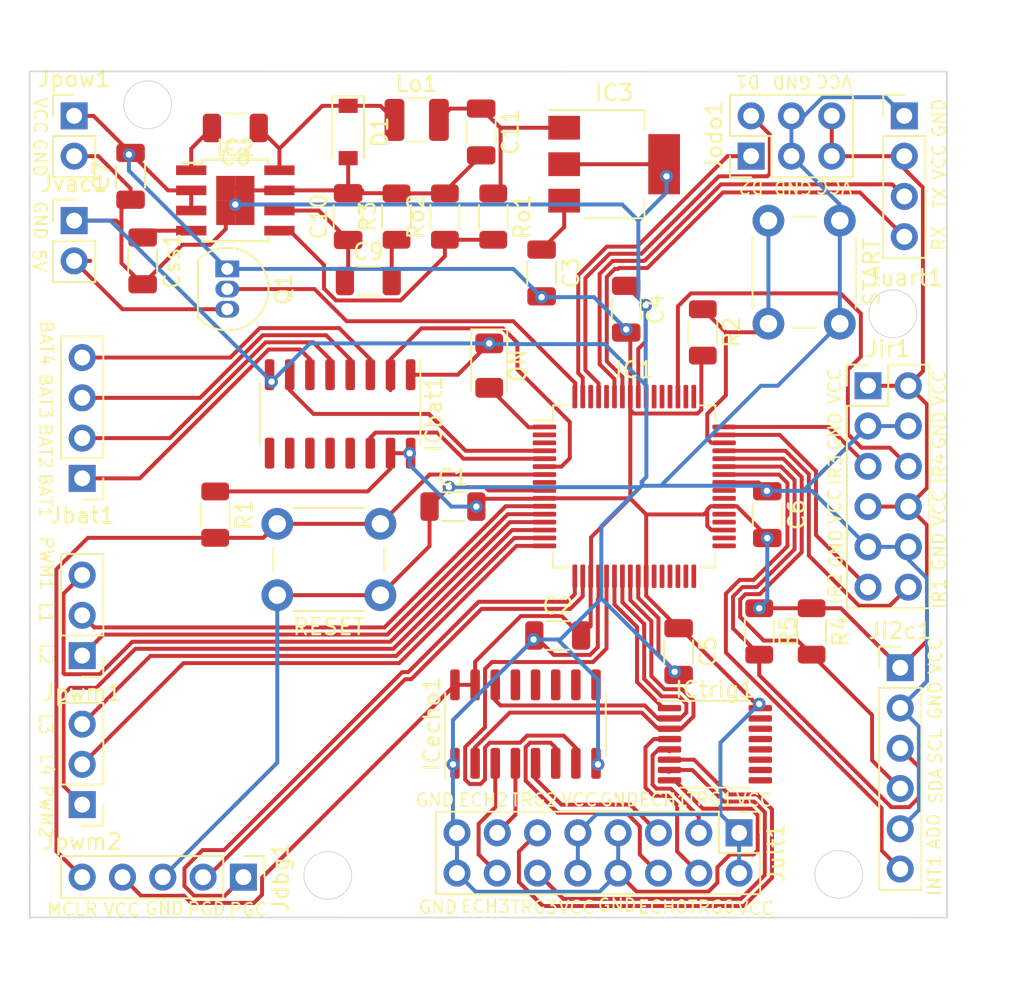
<source format=kicad_pcb>
(kicad_pcb (version 20171130) (host pcbnew 5.1.10-88a1d61d58~90~ubuntu21.04.1)

  (general
    (thickness 1.6)
    (drawings 71)
    (tracks 659)
    (zones 0)
    (modules 42)
    (nets 94)
  )

  (page A4)
  (layers
    (0 F.Cu signal)
    (31 B.Cu signal)
    (32 B.Adhes user)
    (33 F.Adhes user)
    (34 B.Paste user)
    (35 F.Paste user)
    (36 B.SilkS user)
    (37 F.SilkS user)
    (38 B.Mask user)
    (39 F.Mask user)
    (40 Dwgs.User user)
    (41 Cmts.User user)
    (42 Eco1.User user)
    (43 Eco2.User user)
    (44 Edge.Cuts user)
    (45 Margin user)
    (46 B.CrtYd user)
    (47 F.CrtYd user)
    (48 B.Fab user)
    (49 F.Fab user)
  )

  (setup
    (last_trace_width 0.25)
    (trace_clearance 0.2)
    (zone_clearance 0.508)
    (zone_45_only no)
    (trace_min 0.2)
    (via_size 0.8)
    (via_drill 0.4)
    (via_min_size 0.4)
    (via_min_drill 0.3)
    (uvia_size 0.3)
    (uvia_drill 0.1)
    (uvias_allowed no)
    (uvia_min_size 0.2)
    (uvia_min_drill 0.1)
    (edge_width 0.05)
    (segment_width 0.2)
    (pcb_text_width 0.3)
    (pcb_text_size 1.5 1.5)
    (mod_edge_width 0.12)
    (mod_text_size 0.8 0.8)
    (mod_text_width 0.12)
    (pad_size 1.524 1.524)
    (pad_drill 0.762)
    (pad_to_mask_clearance 0)
    (aux_axis_origin 0 0)
    (visible_elements FFFFFF7F)
    (pcbplotparams
      (layerselection 0x010fc_ffffffff)
      (usegerberextensions false)
      (usegerberattributes true)
      (usegerberadvancedattributes true)
      (creategerberjobfile true)
      (excludeedgelayer true)
      (linewidth 0.100000)
      (plotframeref false)
      (viasonmask false)
      (mode 1)
      (useauxorigin false)
      (hpglpennumber 1)
      (hpglpenspeed 20)
      (hpglpendiameter 15.000000)
      (psnegative false)
      (psa4output false)
      (plotreference true)
      (plotvalue true)
      (plotinvisibletext false)
      (padsonsilk false)
      (subtractmaskfromsilk false)
      (outputformat 1)
      (mirror false)
      (drillshape 0)
      (scaleselection 1)
      (outputdirectory "plots"))
  )

  (net 0 "")
  (net 1 "Net-(C3-Pad1)")
  (net 2 /GND)
  (net 3 "Net-(C8-Pad2)")
  (net 4 "Net-(C8-Pad1)")
  (net 5 "Net-(C9-Pad2)")
  (net 6 "Net-(C10-Pad1)")
  (net 7 "Net-(C11-Pad1)")
  (net 8 "Net-(Css1-Pad1)")
  (net 9 "Net-(Duser1-Pad2)")
  (net 10 "Net-(IC1-Pad64)")
  (net 11 "Net-(IC1-Pad62)")
  (net 12 "Net-(IC1-Pad60)")
  (net 13 "Net-(IC1-Pad55)")
  (net 14 "Net-(IC1-Pad54)")
  (net 15 "Net-(IC1-Pad53)")
  (net 16 "Net-(IC1-Pad52)")
  (net 17 "Net-(IC1-Pad50)")
  (net 18 "Net-(IC1-Pad49)")
  (net 19 "Net-(IC1-Pad46)")
  (net 20 "Net-(IC1-Pad40)")
  (net 21 "Net-(IC1-Pad39)")
  (net 22 "Net-(IC1-Pad37)")
  (net 23 "Net-(IC1-Pad36)")
  (net 24 "Net-(IC1-Pad34)")
  (net 25 "Net-(IC1-Pad33)")
  (net 26 "Net-(IC1-Pad32)")
  (net 27 "Net-(IC1-Pad31)")
  (net 28 "Net-(IC1-Pad30)")
  (net 29 "Net-(IC1-Pad29)")
  (net 30 "Net-(IC1-Pad28)")
  (net 31 "Net-(IC1-Pad27)")
  (net 32 "Net-(IC1-Pad24)")
  (net 33 "Net-(IC1-Pad23)")
  (net 34 "Net-(IC1-Pad22)")
  (net 35 "Net-(IC1-Pad21)")
  (net 36 "Net-(IC1-Pad8)")
  (net 37 "Net-(IC1-Pad6)")
  (net 38 "Net-(IC1-Pad5)")
  (net 39 "Net-(IC1-Pad4)")
  (net 40 "Net-(IC1-Pad2)")
  (net 41 "Net-(IC2-Pad5)")
  (net 42 "Net-(ICbat1-Pad13)")
  (net 43 "Net-(ICbat1-Pad12)")
  (net 44 "Net-(ICbat1-Pad11)")
  (net 45 "Net-(ICbat1-Pad10)")
  (net 46 "Net-(ICbat1-Pad9)")
  (net 47 "Net-(ICecho1-Pad13)")
  (net 48 "Net-(ICecho1-Pad12)")
  (net 49 "Net-(ICecho1-Pad11)")
  (net 50 "Net-(ICecho1-Pad10)")
  (net 51 "Net-(ICecho1-Pad9)")
  (net 52 "Net-(ICtrig1-Pad15)")
  (net 53 "Net-(ICtrig1-Pad14)")
  (net 54 "Net-(ICtrig1-Pad13)")
  (net 55 "Net-(ICtrig1-Pad12)")
  (net 56 "Net-(ICtrig1-Pad11)")
  (net 57 "Net-(ICtrig1-Pad10)")
  (net 58 "Net-(ICtrig1-Pad9)")
  (net 59 "Net-(IC1-Pad3)")
  (net 60 /VCC)
  (net 61 /PGD)
  (net 62 /PGC)
  (net 63 /MCLR)
  (net 64 /ECHO0)
  (net 65 /ECHO1)
  (net 66 /ECHO2)
  (net 67 /ECHO3)
  (net 68 /TRIG3)
  (net 69 /TRIG2)
  (net 70 /TRIG1)
  (net 71 /TRIG0)
  (net 72 /D2)
  (net 73 /D1)
  (net 74 /TX1)
  (net 75 /IR4)
  (net 76 /IR3)
  (net 77 /IR2)
  (net 78 /IR1)
  (net 79 /SDA1)
  (net 80 /SCL)
  (net 81 /INT1)
  (net 82 /L4)
  (net 83 /L3)
  (net 84 /PWM2)
  (net 85 /PWM1)
  (net 86 /L2)
  (net 87 /L1)
  (net 88 /BAT1)
  (net 89 /BAT2)
  (net 90 /BAT3)
  (net 91 /BAT4)
  (net 92 /5V)
  (net 93 /RX1)

  (net_class Default "This is the default net class."
    (clearance 0.2)
    (trace_width 0.25)
    (via_dia 0.8)
    (via_drill 0.4)
    (uvia_dia 0.3)
    (uvia_drill 0.1)
    (add_net /5V)
    (add_net /BAT1)
    (add_net /BAT2)
    (add_net /BAT3)
    (add_net /BAT4)
    (add_net /D1)
    (add_net /D2)
    (add_net /ECHO0)
    (add_net /ECHO1)
    (add_net /ECHO2)
    (add_net /ECHO3)
    (add_net /GND)
    (add_net /INT1)
    (add_net /IR1)
    (add_net /IR2)
    (add_net /IR3)
    (add_net /IR4)
    (add_net /L1)
    (add_net /L2)
    (add_net /L3)
    (add_net /L4)
    (add_net /MCLR)
    (add_net /PGC)
    (add_net /PGD)
    (add_net /PWM1)
    (add_net /PWM2)
    (add_net /RX1)
    (add_net /SCL)
    (add_net /SDA1)
    (add_net /TRIG0)
    (add_net /TRIG1)
    (add_net /TRIG2)
    (add_net /TRIG3)
    (add_net /TX1)
    (add_net /VCC)
    (add_net "Net-(C10-Pad1)")
    (add_net "Net-(C11-Pad1)")
    (add_net "Net-(C3-Pad1)")
    (add_net "Net-(C8-Pad1)")
    (add_net "Net-(C8-Pad2)")
    (add_net "Net-(C9-Pad2)")
    (add_net "Net-(Css1-Pad1)")
    (add_net "Net-(Duser1-Pad2)")
    (add_net "Net-(IC1-Pad2)")
    (add_net "Net-(IC1-Pad21)")
    (add_net "Net-(IC1-Pad22)")
    (add_net "Net-(IC1-Pad23)")
    (add_net "Net-(IC1-Pad24)")
    (add_net "Net-(IC1-Pad27)")
    (add_net "Net-(IC1-Pad28)")
    (add_net "Net-(IC1-Pad29)")
    (add_net "Net-(IC1-Pad3)")
    (add_net "Net-(IC1-Pad30)")
    (add_net "Net-(IC1-Pad31)")
    (add_net "Net-(IC1-Pad32)")
    (add_net "Net-(IC1-Pad33)")
    (add_net "Net-(IC1-Pad34)")
    (add_net "Net-(IC1-Pad36)")
    (add_net "Net-(IC1-Pad37)")
    (add_net "Net-(IC1-Pad39)")
    (add_net "Net-(IC1-Pad4)")
    (add_net "Net-(IC1-Pad40)")
    (add_net "Net-(IC1-Pad46)")
    (add_net "Net-(IC1-Pad49)")
    (add_net "Net-(IC1-Pad5)")
    (add_net "Net-(IC1-Pad50)")
    (add_net "Net-(IC1-Pad52)")
    (add_net "Net-(IC1-Pad53)")
    (add_net "Net-(IC1-Pad54)")
    (add_net "Net-(IC1-Pad55)")
    (add_net "Net-(IC1-Pad6)")
    (add_net "Net-(IC1-Pad60)")
    (add_net "Net-(IC1-Pad62)")
    (add_net "Net-(IC1-Pad64)")
    (add_net "Net-(IC1-Pad8)")
    (add_net "Net-(IC2-Pad5)")
    (add_net "Net-(ICbat1-Pad10)")
    (add_net "Net-(ICbat1-Pad11)")
    (add_net "Net-(ICbat1-Pad12)")
    (add_net "Net-(ICbat1-Pad13)")
    (add_net "Net-(ICbat1-Pad9)")
    (add_net "Net-(ICecho1-Pad10)")
    (add_net "Net-(ICecho1-Pad11)")
    (add_net "Net-(ICecho1-Pad12)")
    (add_net "Net-(ICecho1-Pad13)")
    (add_net "Net-(ICecho1-Pad9)")
    (add_net "Net-(ICtrig1-Pad10)")
    (add_net "Net-(ICtrig1-Pad11)")
    (add_net "Net-(ICtrig1-Pad12)")
    (add_net "Net-(ICtrig1-Pad13)")
    (add_net "Net-(ICtrig1-Pad14)")
    (add_net "Net-(ICtrig1-Pad15)")
    (add_net "Net-(ICtrig1-Pad9)")
  )

  (module Capacitor_SMD:C_1206_3216Metric (layer F.Cu) (tedit 5F68FEEE) (tstamp 6123957C)
    (at 156.464 90.17 270)
    (descr "Capacitor SMD 1206 (3216 Metric), square (rectangular) end terminal, IPC_7351 nominal, (Body size source: IPC-SM-782 page 76, https://www.pcb-3d.com/wordpress/wp-content/uploads/ipc-sm-782a_amendment_1_and_2.pdf), generated with kicad-footprint-generator")
    (tags capacitor)
    (path /611DC48E)
    (attr smd)
    (fp_text reference C6 (at 0 -1.85 90) (layer F.SilkS)
      (effects (font (size 1 1) (thickness 0.15)))
    )
    (fp_text value 0.1u (at 0 1.85 90) (layer F.Fab)
      (effects (font (size 1 1) (thickness 0.15)))
    )
    (fp_line (start 2.3 1.15) (end -2.3 1.15) (layer F.CrtYd) (width 0.05))
    (fp_line (start 2.3 -1.15) (end 2.3 1.15) (layer F.CrtYd) (width 0.05))
    (fp_line (start -2.3 -1.15) (end 2.3 -1.15) (layer F.CrtYd) (width 0.05))
    (fp_line (start -2.3 1.15) (end -2.3 -1.15) (layer F.CrtYd) (width 0.05))
    (fp_line (start -0.711252 0.91) (end 0.711252 0.91) (layer F.SilkS) (width 0.12))
    (fp_line (start -0.711252 -0.91) (end 0.711252 -0.91) (layer F.SilkS) (width 0.12))
    (fp_line (start 1.6 0.8) (end -1.6 0.8) (layer F.Fab) (width 0.1))
    (fp_line (start 1.6 -0.8) (end 1.6 0.8) (layer F.Fab) (width 0.1))
    (fp_line (start -1.6 -0.8) (end 1.6 -0.8) (layer F.Fab) (width 0.1))
    (fp_line (start -1.6 0.8) (end -1.6 -0.8) (layer F.Fab) (width 0.1))
    (fp_text user %R (at 0 0 90) (layer F.Fab)
      (effects (font (size 0.8 0.8) (thickness 0.12)))
    )
    (pad 2 smd roundrect (at 1.475 0 270) (size 1.15 1.8) (layers F.Cu F.Paste F.Mask) (roundrect_rratio 0.217391)
      (net 60 /VCC))
    (pad 1 smd roundrect (at -1.475 0 270) (size 1.15 1.8) (layers F.Cu F.Paste F.Mask) (roundrect_rratio 0.217391)
      (net 2 /GND))
    (model ${KISYS3DMOD}/Capacitor_SMD.3dshapes/C_1206_3216Metric.wrl
      (at (xyz 0 0 0))
      (scale (xyz 1 1 1))
      (rotate (xyz 0 0 0))
    )
  )

  (module Connector_PinHeader_2.54mm:PinHeader_2x08_P2.54mm_Vertical (layer F.Cu) (tedit 59FED5CC) (tstamp 6123980D)
    (at 154.686 110.236 270)
    (descr "Through hole straight pin header, 2x08, 2.54mm pitch, double rows")
    (tags "Through hole pin header THT 2x08 2.54mm double row")
    (path /61268AC3)
    (fp_text reference Jult1 (at 1.27 -2.33 90) (layer F.SilkS)
      (effects (font (size 1 1) (thickness 0.15)))
    )
    (fp_text value Conn_02x08_Odd_Even (at 1.27 20.11 90) (layer F.Fab)
      (effects (font (size 1 1) (thickness 0.15)))
    )
    (fp_line (start 4.35 -1.8) (end -1.8 -1.8) (layer F.CrtYd) (width 0.05))
    (fp_line (start 4.35 19.55) (end 4.35 -1.8) (layer F.CrtYd) (width 0.05))
    (fp_line (start -1.8 19.55) (end 4.35 19.55) (layer F.CrtYd) (width 0.05))
    (fp_line (start -1.8 -1.8) (end -1.8 19.55) (layer F.CrtYd) (width 0.05))
    (fp_line (start -1.33 -1.33) (end 0 -1.33) (layer F.SilkS) (width 0.12))
    (fp_line (start -1.33 0) (end -1.33 -1.33) (layer F.SilkS) (width 0.12))
    (fp_line (start 1.27 -1.33) (end 3.87 -1.33) (layer F.SilkS) (width 0.12))
    (fp_line (start 1.27 1.27) (end 1.27 -1.33) (layer F.SilkS) (width 0.12))
    (fp_line (start -1.33 1.27) (end 1.27 1.27) (layer F.SilkS) (width 0.12))
    (fp_line (start 3.87 -1.33) (end 3.87 19.11) (layer F.SilkS) (width 0.12))
    (fp_line (start -1.33 1.27) (end -1.33 19.11) (layer F.SilkS) (width 0.12))
    (fp_line (start -1.33 19.11) (end 3.87 19.11) (layer F.SilkS) (width 0.12))
    (fp_line (start -1.27 0) (end 0 -1.27) (layer F.Fab) (width 0.1))
    (fp_line (start -1.27 19.05) (end -1.27 0) (layer F.Fab) (width 0.1))
    (fp_line (start 3.81 19.05) (end -1.27 19.05) (layer F.Fab) (width 0.1))
    (fp_line (start 3.81 -1.27) (end 3.81 19.05) (layer F.Fab) (width 0.1))
    (fp_line (start 0 -1.27) (end 3.81 -1.27) (layer F.Fab) (width 0.1))
    (fp_text user %R (at 1.27 8.89) (layer F.Fab)
      (effects (font (size 1 1) (thickness 0.15)))
    )
    (pad 16 thru_hole oval (at 2.54 17.78 270) (size 1.7 1.7) (drill 1) (layers *.Cu *.Mask)
      (net 2 /GND))
    (pad 15 thru_hole oval (at 0 17.78 270) (size 1.7 1.7) (drill 1) (layers *.Cu *.Mask)
      (net 2 /GND))
    (pad 14 thru_hole oval (at 2.54 15.24 270) (size 1.7 1.7) (drill 1) (layers *.Cu *.Mask)
      (net 67 /ECHO3))
    (pad 13 thru_hole oval (at 0 15.24 270) (size 1.7 1.7) (drill 1) (layers *.Cu *.Mask)
      (net 66 /ECHO2))
    (pad 12 thru_hole oval (at 2.54 12.7 270) (size 1.7 1.7) (drill 1) (layers *.Cu *.Mask)
      (net 68 /TRIG3))
    (pad 11 thru_hole oval (at 0 12.7 270) (size 1.7 1.7) (drill 1) (layers *.Cu *.Mask)
      (net 69 /TRIG2))
    (pad 10 thru_hole oval (at 2.54 10.16 270) (size 1.7 1.7) (drill 1) (layers *.Cu *.Mask)
      (net 60 /VCC))
    (pad 9 thru_hole oval (at 0 10.16 270) (size 1.7 1.7) (drill 1) (layers *.Cu *.Mask)
      (net 60 /VCC))
    (pad 8 thru_hole oval (at 2.54 7.62 270) (size 1.7 1.7) (drill 1) (layers *.Cu *.Mask)
      (net 2 /GND))
    (pad 7 thru_hole oval (at 0 7.62 270) (size 1.7 1.7) (drill 1) (layers *.Cu *.Mask)
      (net 2 /GND))
    (pad 6 thru_hole oval (at 2.54 5.08 270) (size 1.7 1.7) (drill 1) (layers *.Cu *.Mask)
      (net 64 /ECHO0))
    (pad 5 thru_hole oval (at 0 5.08 270) (size 1.7 1.7) (drill 1) (layers *.Cu *.Mask)
      (net 65 /ECHO1))
    (pad 4 thru_hole oval (at 2.54 2.54 270) (size 1.7 1.7) (drill 1) (layers *.Cu *.Mask)
      (net 71 /TRIG0))
    (pad 3 thru_hole oval (at 0 2.54 270) (size 1.7 1.7) (drill 1) (layers *.Cu *.Mask)
      (net 70 /TRIG1))
    (pad 2 thru_hole oval (at 2.54 0 270) (size 1.7 1.7) (drill 1) (layers *.Cu *.Mask)
      (net 60 /VCC))
    (pad 1 thru_hole rect (at 0 0 270) (size 1.7 1.7) (drill 1) (layers *.Cu *.Mask)
      (net 60 /VCC))
    (model ${KISYS3DMOD}/Connector_PinHeader_2.54mm.3dshapes/PinHeader_2x08_P2.54mm_Vertical.wrl
      (at (xyz 0 0 0))
      (scale (xyz 1 1 1))
      (rotate (xyz 0 0 0))
    )
  )

  (module Connector_PinHeader_2.54mm:PinHeader_1x03_P2.54mm_Vertical (layer F.Cu) (tedit 59FED5CC) (tstamp 6124E0AB)
    (at 113.284 108.458 180)
    (descr "Through hole straight pin header, 1x03, 2.54mm pitch, single row")
    (tags "Through hole pin header THT 1x03 2.54mm single row")
    (path /619C85E0)
    (fp_text reference Jpwm2 (at 0 -2.33) (layer F.SilkS)
      (effects (font (size 1 1) (thickness 0.15)))
    )
    (fp_text value Conn_01x03 (at 0 7.41) (layer F.Fab)
      (effects (font (size 1 1) (thickness 0.15)))
    )
    (fp_line (start 1.8 -1.8) (end -1.8 -1.8) (layer F.CrtYd) (width 0.05))
    (fp_line (start 1.8 6.85) (end 1.8 -1.8) (layer F.CrtYd) (width 0.05))
    (fp_line (start -1.8 6.85) (end 1.8 6.85) (layer F.CrtYd) (width 0.05))
    (fp_line (start -1.8 -1.8) (end -1.8 6.85) (layer F.CrtYd) (width 0.05))
    (fp_line (start -1.33 -1.33) (end 0 -1.33) (layer F.SilkS) (width 0.12))
    (fp_line (start -1.33 0) (end -1.33 -1.33) (layer F.SilkS) (width 0.12))
    (fp_line (start -1.33 1.27) (end 1.33 1.27) (layer F.SilkS) (width 0.12))
    (fp_line (start 1.33 1.27) (end 1.33 6.41) (layer F.SilkS) (width 0.12))
    (fp_line (start -1.33 1.27) (end -1.33 6.41) (layer F.SilkS) (width 0.12))
    (fp_line (start -1.33 6.41) (end 1.33 6.41) (layer F.SilkS) (width 0.12))
    (fp_line (start -1.27 -0.635) (end -0.635 -1.27) (layer F.Fab) (width 0.1))
    (fp_line (start -1.27 6.35) (end -1.27 -0.635) (layer F.Fab) (width 0.1))
    (fp_line (start 1.27 6.35) (end -1.27 6.35) (layer F.Fab) (width 0.1))
    (fp_line (start 1.27 -1.27) (end 1.27 6.35) (layer F.Fab) (width 0.1))
    (fp_line (start -0.635 -1.27) (end 1.27 -1.27) (layer F.Fab) (width 0.1))
    (fp_text user %R (at 0 2.54 90) (layer F.Fab)
      (effects (font (size 1 1) (thickness 0.15)))
    )
    (pad 3 thru_hole oval (at 0 5.08 180) (size 1.7 1.7) (drill 1) (layers *.Cu *.Mask)
      (net 83 /L3))
    (pad 2 thru_hole oval (at 0 2.54 180) (size 1.7 1.7) (drill 1) (layers *.Cu *.Mask)
      (net 82 /L4))
    (pad 1 thru_hole rect (at 0 0 180) (size 1.7 1.7) (drill 1) (layers *.Cu *.Mask)
      (net 84 /PWM2))
    (model ${KISYS3DMOD}/Connector_PinHeader_2.54mm.3dshapes/PinHeader_1x03_P2.54mm_Vertical.wrl
      (at (xyz 0 0 0))
      (scale (xyz 1 1 1))
      (rotate (xyz 0 0 0))
    )
  )

  (module Connector_PinHeader_2.54mm:PinHeader_1x03_P2.54mm_Vertical (layer F.Cu) (tedit 59FED5CC) (tstamp 6124E094)
    (at 113.284 99.06 180)
    (descr "Through hole straight pin header, 1x03, 2.54mm pitch, single row")
    (tags "Through hole pin header THT 1x03 2.54mm single row")
    (path /619C7A68)
    (fp_text reference Jpwm1 (at 0 -2.33) (layer F.SilkS)
      (effects (font (size 1 1) (thickness 0.15)))
    )
    (fp_text value Conn_01x03 (at 0 7.41) (layer F.Fab)
      (effects (font (size 1 1) (thickness 0.15)))
    )
    (fp_line (start 1.8 -1.8) (end -1.8 -1.8) (layer F.CrtYd) (width 0.05))
    (fp_line (start 1.8 6.85) (end 1.8 -1.8) (layer F.CrtYd) (width 0.05))
    (fp_line (start -1.8 6.85) (end 1.8 6.85) (layer F.CrtYd) (width 0.05))
    (fp_line (start -1.8 -1.8) (end -1.8 6.85) (layer F.CrtYd) (width 0.05))
    (fp_line (start -1.33 -1.33) (end 0 -1.33) (layer F.SilkS) (width 0.12))
    (fp_line (start -1.33 0) (end -1.33 -1.33) (layer F.SilkS) (width 0.12))
    (fp_line (start -1.33 1.27) (end 1.33 1.27) (layer F.SilkS) (width 0.12))
    (fp_line (start 1.33 1.27) (end 1.33 6.41) (layer F.SilkS) (width 0.12))
    (fp_line (start -1.33 1.27) (end -1.33 6.41) (layer F.SilkS) (width 0.12))
    (fp_line (start -1.33 6.41) (end 1.33 6.41) (layer F.SilkS) (width 0.12))
    (fp_line (start -1.27 -0.635) (end -0.635 -1.27) (layer F.Fab) (width 0.1))
    (fp_line (start -1.27 6.35) (end -1.27 -0.635) (layer F.Fab) (width 0.1))
    (fp_line (start 1.27 6.35) (end -1.27 6.35) (layer F.Fab) (width 0.1))
    (fp_line (start 1.27 -1.27) (end 1.27 6.35) (layer F.Fab) (width 0.1))
    (fp_line (start -0.635 -1.27) (end 1.27 -1.27) (layer F.Fab) (width 0.1))
    (fp_text user %R (at 0 2.54 90) (layer F.Fab)
      (effects (font (size 1 1) (thickness 0.15)))
    )
    (pad 3 thru_hole oval (at 0 5.08 180) (size 1.7 1.7) (drill 1) (layers *.Cu *.Mask)
      (net 85 /PWM1))
    (pad 2 thru_hole oval (at 0 2.54 180) (size 1.7 1.7) (drill 1) (layers *.Cu *.Mask)
      (net 87 /L1))
    (pad 1 thru_hole rect (at 0 0 180) (size 1.7 1.7) (drill 1) (layers *.Cu *.Mask)
      (net 86 /L2))
    (model ${KISYS3DMOD}/Connector_PinHeader_2.54mm.3dshapes/PinHeader_1x03_P2.54mm_Vertical.wrl
      (at (xyz 0 0 0))
      (scale (xyz 1 1 1))
      (rotate (xyz 0 0 0))
    )
  )

  (module Capacitor_SMD:C_1206_3216Metric (layer F.Cu) (tedit 5F68FEEE) (tstamp 6123955A)
    (at 147.574 77.216 270)
    (descr "Capacitor SMD 1206 (3216 Metric), square (rectangular) end terminal, IPC_7351 nominal, (Body size source: IPC-SM-782 page 76, https://www.pcb-3d.com/wordpress/wp-content/uploads/ipc-sm-782a_amendment_1_and_2.pdf), generated with kicad-footprint-generator")
    (tags capacitor)
    (path /611E76E6)
    (attr smd)
    (fp_text reference C4 (at 0 -1.85 90) (layer F.SilkS)
      (effects (font (size 1 1) (thickness 0.15)))
    )
    (fp_text value 0.1u (at 0 1.85 90) (layer F.Fab)
      (effects (font (size 1 1) (thickness 0.15)))
    )
    (fp_line (start 2.3 1.15) (end -2.3 1.15) (layer F.CrtYd) (width 0.05))
    (fp_line (start 2.3 -1.15) (end 2.3 1.15) (layer F.CrtYd) (width 0.05))
    (fp_line (start -2.3 -1.15) (end 2.3 -1.15) (layer F.CrtYd) (width 0.05))
    (fp_line (start -2.3 1.15) (end -2.3 -1.15) (layer F.CrtYd) (width 0.05))
    (fp_line (start -0.711252 0.91) (end 0.711252 0.91) (layer F.SilkS) (width 0.12))
    (fp_line (start -0.711252 -0.91) (end 0.711252 -0.91) (layer F.SilkS) (width 0.12))
    (fp_line (start 1.6 0.8) (end -1.6 0.8) (layer F.Fab) (width 0.1))
    (fp_line (start 1.6 -0.8) (end 1.6 0.8) (layer F.Fab) (width 0.1))
    (fp_line (start -1.6 -0.8) (end 1.6 -0.8) (layer F.Fab) (width 0.1))
    (fp_line (start -1.6 0.8) (end -1.6 -0.8) (layer F.Fab) (width 0.1))
    (fp_text user %R (at 0 0 90) (layer F.Fab)
      (effects (font (size 0.8 0.8) (thickness 0.12)))
    )
    (pad 2 smd roundrect (at 1.475 0 270) (size 1.15 1.8) (layers F.Cu F.Paste F.Mask) (roundrect_rratio 0.217391)
      (net 60 /VCC))
    (pad 1 smd roundrect (at -1.475 0 270) (size 1.15 1.8) (layers F.Cu F.Paste F.Mask) (roundrect_rratio 0.217391)
      (net 2 /GND))
    (model ${KISYS3DMOD}/Capacitor_SMD.3dshapes/C_1206_3216Metric.wrl
      (at (xyz 0 0 0))
      (scale (xyz 1 1 1))
      (rotate (xyz 0 0 0))
    )
  )

  (module Button_Switch_THT:SW_PUSH_6mm (layer F.Cu) (tedit 5A02FE31) (tstamp 612398FB)
    (at 161.036 71.628 270)
    (descr https://www.omron.com/ecb/products/pdf/en-b3f.pdf)
    (tags "tact sw push 6mm")
    (path /61904D42)
    (fp_text reference START (at 3.25 -2 90) (layer F.SilkS)
      (effects (font (size 1 1) (thickness 0.15)))
    )
    (fp_text value SW_Push (at 3.75 6.7 90) (layer F.Fab)
      (effects (font (size 1 1) (thickness 0.15)))
    )
    (fp_circle (center 3.25 2.25) (end 1.25 2.5) (layer F.Fab) (width 0.1))
    (fp_line (start 6.75 3) (end 6.75 1.5) (layer F.SilkS) (width 0.12))
    (fp_line (start 5.5 -1) (end 1 -1) (layer F.SilkS) (width 0.12))
    (fp_line (start -0.25 1.5) (end -0.25 3) (layer F.SilkS) (width 0.12))
    (fp_line (start 1 5.5) (end 5.5 5.5) (layer F.SilkS) (width 0.12))
    (fp_line (start 8 -1.25) (end 8 5.75) (layer F.CrtYd) (width 0.05))
    (fp_line (start 7.75 6) (end -1.25 6) (layer F.CrtYd) (width 0.05))
    (fp_line (start -1.5 5.75) (end -1.5 -1.25) (layer F.CrtYd) (width 0.05))
    (fp_line (start -1.25 -1.5) (end 7.75 -1.5) (layer F.CrtYd) (width 0.05))
    (fp_line (start -1.5 6) (end -1.25 6) (layer F.CrtYd) (width 0.05))
    (fp_line (start -1.5 5.75) (end -1.5 6) (layer F.CrtYd) (width 0.05))
    (fp_line (start -1.5 -1.5) (end -1.25 -1.5) (layer F.CrtYd) (width 0.05))
    (fp_line (start -1.5 -1.25) (end -1.5 -1.5) (layer F.CrtYd) (width 0.05))
    (fp_line (start 8 -1.5) (end 8 -1.25) (layer F.CrtYd) (width 0.05))
    (fp_line (start 7.75 -1.5) (end 8 -1.5) (layer F.CrtYd) (width 0.05))
    (fp_line (start 8 6) (end 8 5.75) (layer F.CrtYd) (width 0.05))
    (fp_line (start 7.75 6) (end 8 6) (layer F.CrtYd) (width 0.05))
    (fp_line (start 0.25 -0.75) (end 3.25 -0.75) (layer F.Fab) (width 0.1))
    (fp_line (start 0.25 5.25) (end 0.25 -0.75) (layer F.Fab) (width 0.1))
    (fp_line (start 6.25 5.25) (end 0.25 5.25) (layer F.Fab) (width 0.1))
    (fp_line (start 6.25 -0.75) (end 6.25 5.25) (layer F.Fab) (width 0.1))
    (fp_line (start 3.25 -0.75) (end 6.25 -0.75) (layer F.Fab) (width 0.1))
    (fp_text user %R (at 3.25 2.25 90) (layer F.Fab)
      (effects (font (size 1 1) (thickness 0.15)))
    )
    (pad 1 thru_hole circle (at 6.5 0) (size 2 2) (drill 1.1) (layers *.Cu *.Mask)
      (net 2 /GND))
    (pad 2 thru_hole circle (at 6.5 4.5) (size 2 2) (drill 1.1) (layers *.Cu *.Mask)
      (net 19 "Net-(IC1-Pad46)"))
    (pad 1 thru_hole circle (at 0 0) (size 2 2) (drill 1.1) (layers *.Cu *.Mask)
      (net 2 /GND))
    (pad 2 thru_hole circle (at 0 4.5) (size 2 2) (drill 1.1) (layers *.Cu *.Mask)
      (net 19 "Net-(IC1-Pad46)"))
    (model ${KISYS3DMOD}/Button_Switch_THT.3dshapes/SW_PUSH_6mm.wrl
      (at (xyz 0 0 0))
      (scale (xyz 1 1 1))
      (rotate (xyz 0 0 0))
    )
  )

  (module Button_Switch_THT:SW_PUSH_6mm (layer F.Cu) (tedit 5A02FE31) (tstamp 612398DC)
    (at 132.08 95.25 180)
    (descr https://www.omron.com/ecb/products/pdf/en-b3f.pdf)
    (tags "tact sw push 6mm")
    (path /61207523)
    (fp_text reference RESET (at 3.25 -2) (layer F.SilkS)
      (effects (font (size 1 1) (thickness 0.15)))
    )
    (fp_text value SW_Push (at 3.75 6.7) (layer F.Fab)
      (effects (font (size 1 1) (thickness 0.15)))
    )
    (fp_circle (center 3.25 2.25) (end 1.25 2.5) (layer F.Fab) (width 0.1))
    (fp_line (start 6.75 3) (end 6.75 1.5) (layer F.SilkS) (width 0.12))
    (fp_line (start 5.5 -1) (end 1 -1) (layer F.SilkS) (width 0.12))
    (fp_line (start -0.25 1.5) (end -0.25 3) (layer F.SilkS) (width 0.12))
    (fp_line (start 1 5.5) (end 5.5 5.5) (layer F.SilkS) (width 0.12))
    (fp_line (start 8 -1.25) (end 8 5.75) (layer F.CrtYd) (width 0.05))
    (fp_line (start 7.75 6) (end -1.25 6) (layer F.CrtYd) (width 0.05))
    (fp_line (start -1.5 5.75) (end -1.5 -1.25) (layer F.CrtYd) (width 0.05))
    (fp_line (start -1.25 -1.5) (end 7.75 -1.5) (layer F.CrtYd) (width 0.05))
    (fp_line (start -1.5 6) (end -1.25 6) (layer F.CrtYd) (width 0.05))
    (fp_line (start -1.5 5.75) (end -1.5 6) (layer F.CrtYd) (width 0.05))
    (fp_line (start -1.5 -1.5) (end -1.25 -1.5) (layer F.CrtYd) (width 0.05))
    (fp_line (start -1.5 -1.25) (end -1.5 -1.5) (layer F.CrtYd) (width 0.05))
    (fp_line (start 8 -1.5) (end 8 -1.25) (layer F.CrtYd) (width 0.05))
    (fp_line (start 7.75 -1.5) (end 8 -1.5) (layer F.CrtYd) (width 0.05))
    (fp_line (start 8 6) (end 8 5.75) (layer F.CrtYd) (width 0.05))
    (fp_line (start 7.75 6) (end 8 6) (layer F.CrtYd) (width 0.05))
    (fp_line (start 0.25 -0.75) (end 3.25 -0.75) (layer F.Fab) (width 0.1))
    (fp_line (start 0.25 5.25) (end 0.25 -0.75) (layer F.Fab) (width 0.1))
    (fp_line (start 6.25 5.25) (end 0.25 5.25) (layer F.Fab) (width 0.1))
    (fp_line (start 6.25 -0.75) (end 6.25 5.25) (layer F.Fab) (width 0.1))
    (fp_line (start 3.25 -0.75) (end 6.25 -0.75) (layer F.Fab) (width 0.1))
    (fp_text user %R (at 3.25 2.25) (layer F.Fab)
      (effects (font (size 1 1) (thickness 0.15)))
    )
    (pad 1 thru_hole circle (at 6.5 0 270) (size 2 2) (drill 1.1) (layers *.Cu *.Mask)
      (net 2 /GND))
    (pad 2 thru_hole circle (at 6.5 4.5 270) (size 2 2) (drill 1.1) (layers *.Cu *.Mask)
      (net 63 /MCLR))
    (pad 1 thru_hole circle (at 0 0 270) (size 2 2) (drill 1.1) (layers *.Cu *.Mask)
      (net 2 /GND))
    (pad 2 thru_hole circle (at 0 4.5 270) (size 2 2) (drill 1.1) (layers *.Cu *.Mask)
      (net 63 /MCLR))
    (model ${KISYS3DMOD}/Button_Switch_THT.3dshapes/SW_PUSH_6mm.wrl
      (at (xyz 0 0 0))
      (scale (xyz 1 1 1))
      (rotate (xyz 0 0 0))
    )
  )

  (module Resistor_SMD:R_1206_3216Metric (layer F.Cu) (tedit 5F68FEEE) (tstamp 612398BD)
    (at 136.144 71.374 90)
    (descr "Resistor SMD 1206 (3216 Metric), square (rectangular) end terminal, IPC_7351 nominal, (Body size source: IPC-SM-782 page 72, https://www.pcb-3d.com/wordpress/wp-content/uploads/ipc-sm-782a_amendment_1_and_2.pdf), generated with kicad-footprint-generator")
    (tags resistor)
    (path /6190DA6D)
    (attr smd)
    (fp_text reference Ro2 (at 0 -1.82 90) (layer F.SilkS)
      (effects (font (size 1 1) (thickness 0.15)))
    )
    (fp_text value 4.7k (at 0 1.82 90) (layer F.Fab)
      (effects (font (size 1 1) (thickness 0.15)))
    )
    (fp_line (start 2.28 1.12) (end -2.28 1.12) (layer F.CrtYd) (width 0.05))
    (fp_line (start 2.28 -1.12) (end 2.28 1.12) (layer F.CrtYd) (width 0.05))
    (fp_line (start -2.28 -1.12) (end 2.28 -1.12) (layer F.CrtYd) (width 0.05))
    (fp_line (start -2.28 1.12) (end -2.28 -1.12) (layer F.CrtYd) (width 0.05))
    (fp_line (start -0.727064 0.91) (end 0.727064 0.91) (layer F.SilkS) (width 0.12))
    (fp_line (start -0.727064 -0.91) (end 0.727064 -0.91) (layer F.SilkS) (width 0.12))
    (fp_line (start 1.6 0.8) (end -1.6 0.8) (layer F.Fab) (width 0.1))
    (fp_line (start 1.6 -0.8) (end 1.6 0.8) (layer F.Fab) (width 0.1))
    (fp_line (start -1.6 -0.8) (end 1.6 -0.8) (layer F.Fab) (width 0.1))
    (fp_line (start -1.6 0.8) (end -1.6 -0.8) (layer F.Fab) (width 0.1))
    (fp_text user %R (at 0 0 90) (layer F.Fab)
      (effects (font (size 0.8 0.8) (thickness 0.12)))
    )
    (pad 2 smd roundrect (at 1.4625 0 90) (size 1.125 1.75) (layers F.Cu F.Paste F.Mask) (roundrect_rratio 0.222222)
      (net 2 /GND))
    (pad 1 smd roundrect (at -1.4625 0 90) (size 1.125 1.75) (layers F.Cu F.Paste F.Mask) (roundrect_rratio 0.222222)
      (net 41 "Net-(IC2-Pad5)"))
    (model ${KISYS3DMOD}/Resistor_SMD.3dshapes/R_1206_3216Metric.wrl
      (at (xyz 0 0 0))
      (scale (xyz 1 1 1))
      (rotate (xyz 0 0 0))
    )
  )

  (module Resistor_SMD:R_1206_3216Metric (layer F.Cu) (tedit 5F68FEEE) (tstamp 612398AC)
    (at 139.192 71.374 270)
    (descr "Resistor SMD 1206 (3216 Metric), square (rectangular) end terminal, IPC_7351 nominal, (Body size source: IPC-SM-782 page 72, https://www.pcb-3d.com/wordpress/wp-content/uploads/ipc-sm-782a_amendment_1_and_2.pdf), generated with kicad-footprint-generator")
    (tags resistor)
    (path /61A6644A)
    (attr smd)
    (fp_text reference Ro1 (at 0 -1.82 90) (layer F.SilkS)
      (effects (font (size 1 1) (thickness 0.15)))
    )
    (fp_text value 10k (at 0 1.82 90) (layer F.Fab)
      (effects (font (size 1 1) (thickness 0.15)))
    )
    (fp_line (start 2.28 1.12) (end -2.28 1.12) (layer F.CrtYd) (width 0.05))
    (fp_line (start 2.28 -1.12) (end 2.28 1.12) (layer F.CrtYd) (width 0.05))
    (fp_line (start -2.28 -1.12) (end 2.28 -1.12) (layer F.CrtYd) (width 0.05))
    (fp_line (start -2.28 1.12) (end -2.28 -1.12) (layer F.CrtYd) (width 0.05))
    (fp_line (start -0.727064 0.91) (end 0.727064 0.91) (layer F.SilkS) (width 0.12))
    (fp_line (start -0.727064 -0.91) (end 0.727064 -0.91) (layer F.SilkS) (width 0.12))
    (fp_line (start 1.6 0.8) (end -1.6 0.8) (layer F.Fab) (width 0.1))
    (fp_line (start 1.6 -0.8) (end 1.6 0.8) (layer F.Fab) (width 0.1))
    (fp_line (start -1.6 -0.8) (end 1.6 -0.8) (layer F.Fab) (width 0.1))
    (fp_line (start -1.6 0.8) (end -1.6 -0.8) (layer F.Fab) (width 0.1))
    (fp_text user %R (at 0 0 90) (layer F.Fab)
      (effects (font (size 0.8 0.8) (thickness 0.12)))
    )
    (pad 2 smd roundrect (at 1.4625 0 270) (size 1.125 1.75) (layers F.Cu F.Paste F.Mask) (roundrect_rratio 0.222222)
      (net 41 "Net-(IC2-Pad5)"))
    (pad 1 smd roundrect (at -1.4625 0 270) (size 1.125 1.75) (layers F.Cu F.Paste F.Mask) (roundrect_rratio 0.222222)
      (net 7 "Net-(C11-Pad1)"))
    (model ${KISYS3DMOD}/Resistor_SMD.3dshapes/R_1206_3216Metric.wrl
      (at (xyz 0 0 0))
      (scale (xyz 1 1 1))
      (rotate (xyz 0 0 0))
    )
  )

  (module Resistor_SMD:R_1206_3216Metric (layer F.Cu) (tedit 5F68FEEE) (tstamp 6123989B)
    (at 155.956 97.536 270)
    (descr "Resistor SMD 1206 (3216 Metric), square (rectangular) end terminal, IPC_7351 nominal, (Body size source: IPC-SM-782 page 72, https://www.pcb-3d.com/wordpress/wp-content/uploads/ipc-sm-782a_amendment_1_and_2.pdf), generated with kicad-footprint-generator")
    (tags resistor)
    (path /615C70B2)
    (attr smd)
    (fp_text reference R5 (at 0 -1.82 90) (layer F.SilkS)
      (effects (font (size 1 1) (thickness 0.15)))
    )
    (fp_text value 2.4k (at 0 1.82 90) (layer F.Fab)
      (effects (font (size 1 1) (thickness 0.15)))
    )
    (fp_line (start 2.28 1.12) (end -2.28 1.12) (layer F.CrtYd) (width 0.05))
    (fp_line (start 2.28 -1.12) (end 2.28 1.12) (layer F.CrtYd) (width 0.05))
    (fp_line (start -2.28 -1.12) (end 2.28 -1.12) (layer F.CrtYd) (width 0.05))
    (fp_line (start -2.28 1.12) (end -2.28 -1.12) (layer F.CrtYd) (width 0.05))
    (fp_line (start -0.727064 0.91) (end 0.727064 0.91) (layer F.SilkS) (width 0.12))
    (fp_line (start -0.727064 -0.91) (end 0.727064 -0.91) (layer F.SilkS) (width 0.12))
    (fp_line (start 1.6 0.8) (end -1.6 0.8) (layer F.Fab) (width 0.1))
    (fp_line (start 1.6 -0.8) (end 1.6 0.8) (layer F.Fab) (width 0.1))
    (fp_line (start -1.6 -0.8) (end 1.6 -0.8) (layer F.Fab) (width 0.1))
    (fp_line (start -1.6 0.8) (end -1.6 -0.8) (layer F.Fab) (width 0.1))
    (fp_text user %R (at 0 0 90) (layer F.Fab)
      (effects (font (size 0.8 0.8) (thickness 0.12)))
    )
    (pad 2 smd roundrect (at 1.4625 0 270) (size 1.125 1.75) (layers F.Cu F.Paste F.Mask) (roundrect_rratio 0.222222)
      (net 80 /SCL))
    (pad 1 smd roundrect (at -1.4625 0 270) (size 1.125 1.75) (layers F.Cu F.Paste F.Mask) (roundrect_rratio 0.222222)
      (net 60 /VCC))
    (model ${KISYS3DMOD}/Resistor_SMD.3dshapes/R_1206_3216Metric.wrl
      (at (xyz 0 0 0))
      (scale (xyz 1 1 1))
      (rotate (xyz 0 0 0))
    )
  )

  (module Resistor_SMD:R_1206_3216Metric (layer F.Cu) (tedit 5F68FEEE) (tstamp 6123988A)
    (at 159.258 97.536 270)
    (descr "Resistor SMD 1206 (3216 Metric), square (rectangular) end terminal, IPC_7351 nominal, (Body size source: IPC-SM-782 page 72, https://www.pcb-3d.com/wordpress/wp-content/uploads/ipc-sm-782a_amendment_1_and_2.pdf), generated with kicad-footprint-generator")
    (tags resistor)
    (path /615C62D8)
    (attr smd)
    (fp_text reference R4 (at 0 -1.82 90) (layer F.SilkS)
      (effects (font (size 1 1) (thickness 0.15)))
    )
    (fp_text value 2.4k (at 0 1.82 90) (layer F.Fab)
      (effects (font (size 1 1) (thickness 0.15)))
    )
    (fp_line (start 2.28 1.12) (end -2.28 1.12) (layer F.CrtYd) (width 0.05))
    (fp_line (start 2.28 -1.12) (end 2.28 1.12) (layer F.CrtYd) (width 0.05))
    (fp_line (start -2.28 -1.12) (end 2.28 -1.12) (layer F.CrtYd) (width 0.05))
    (fp_line (start -2.28 1.12) (end -2.28 -1.12) (layer F.CrtYd) (width 0.05))
    (fp_line (start -0.727064 0.91) (end 0.727064 0.91) (layer F.SilkS) (width 0.12))
    (fp_line (start -0.727064 -0.91) (end 0.727064 -0.91) (layer F.SilkS) (width 0.12))
    (fp_line (start 1.6 0.8) (end -1.6 0.8) (layer F.Fab) (width 0.1))
    (fp_line (start 1.6 -0.8) (end 1.6 0.8) (layer F.Fab) (width 0.1))
    (fp_line (start -1.6 -0.8) (end 1.6 -0.8) (layer F.Fab) (width 0.1))
    (fp_line (start -1.6 0.8) (end -1.6 -0.8) (layer F.Fab) (width 0.1))
    (fp_text user %R (at 0 0 90) (layer F.Fab)
      (effects (font (size 0.8 0.8) (thickness 0.12)))
    )
    (pad 2 smd roundrect (at 1.4625 0 270) (size 1.125 1.75) (layers F.Cu F.Paste F.Mask) (roundrect_rratio 0.222222)
      (net 79 /SDA1))
    (pad 1 smd roundrect (at -1.4625 0 270) (size 1.125 1.75) (layers F.Cu F.Paste F.Mask) (roundrect_rratio 0.222222)
      (net 60 /VCC))
    (model ${KISYS3DMOD}/Resistor_SMD.3dshapes/R_1206_3216Metric.wrl
      (at (xyz 0 0 0))
      (scale (xyz 1 1 1))
      (rotate (xyz 0 0 0))
    )
  )

  (module Resistor_SMD:R_1206_3216Metric (layer F.Cu) (tedit 5F68FEEE) (tstamp 61239879)
    (at 133.096 71.374 90)
    (descr "Resistor SMD 1206 (3216 Metric), square (rectangular) end terminal, IPC_7351 nominal, (Body size source: IPC-SM-782 page 72, https://www.pcb-3d.com/wordpress/wp-content/uploads/ipc-sm-782a_amendment_1_and_2.pdf), generated with kicad-footprint-generator")
    (tags resistor)
    (path /619F4057)
    (attr smd)
    (fp_text reference R3 (at 0 -1.82 90) (layer F.SilkS)
      (effects (font (size 1 1) (thickness 0.15)))
    )
    (fp_text value 41.2k (at 0 1.82 90) (layer F.Fab)
      (effects (font (size 1 1) (thickness 0.15)))
    )
    (fp_line (start 2.28 1.12) (end -2.28 1.12) (layer F.CrtYd) (width 0.05))
    (fp_line (start 2.28 -1.12) (end 2.28 1.12) (layer F.CrtYd) (width 0.05))
    (fp_line (start -2.28 -1.12) (end 2.28 -1.12) (layer F.CrtYd) (width 0.05))
    (fp_line (start -2.28 1.12) (end -2.28 -1.12) (layer F.CrtYd) (width 0.05))
    (fp_line (start -0.727064 0.91) (end 0.727064 0.91) (layer F.SilkS) (width 0.12))
    (fp_line (start -0.727064 -0.91) (end 0.727064 -0.91) (layer F.SilkS) (width 0.12))
    (fp_line (start 1.6 0.8) (end -1.6 0.8) (layer F.Fab) (width 0.1))
    (fp_line (start 1.6 -0.8) (end 1.6 0.8) (layer F.Fab) (width 0.1))
    (fp_line (start -1.6 -0.8) (end 1.6 -0.8) (layer F.Fab) (width 0.1))
    (fp_line (start -1.6 0.8) (end -1.6 -0.8) (layer F.Fab) (width 0.1))
    (fp_text user %R (at 0 0 90) (layer F.Fab)
      (effects (font (size 0.8 0.8) (thickness 0.12)))
    )
    (pad 2 smd roundrect (at 1.4625 0 90) (size 1.125 1.75) (layers F.Cu F.Paste F.Mask) (roundrect_rratio 0.222222)
      (net 2 /GND))
    (pad 1 smd roundrect (at -1.4625 0 90) (size 1.125 1.75) (layers F.Cu F.Paste F.Mask) (roundrect_rratio 0.222222)
      (net 5 "Net-(C9-Pad2)"))
    (model ${KISYS3DMOD}/Resistor_SMD.3dshapes/R_1206_3216Metric.wrl
      (at (xyz 0 0 0))
      (scale (xyz 1 1 1))
      (rotate (xyz 0 0 0))
    )
  )

  (module Resistor_SMD:R_1206_3216Metric (layer F.Cu) (tedit 5F68FEEE) (tstamp 61239868)
    (at 152.4 78.6785 270)
    (descr "Resistor SMD 1206 (3216 Metric), square (rectangular) end terminal, IPC_7351 nominal, (Body size source: IPC-SM-782 page 72, https://www.pcb-3d.com/wordpress/wp-content/uploads/ipc-sm-782a_amendment_1_and_2.pdf), generated with kicad-footprint-generator")
    (tags resistor)
    (path /61977281)
    (attr smd)
    (fp_text reference R2 (at 0 -1.82 90) (layer F.SilkS)
      (effects (font (size 1 1) (thickness 0.15)))
    )
    (fp_text value 10k (at 0 1.82 90) (layer F.Fab)
      (effects (font (size 1 1) (thickness 0.15)))
    )
    (fp_line (start 2.28 1.12) (end -2.28 1.12) (layer F.CrtYd) (width 0.05))
    (fp_line (start 2.28 -1.12) (end 2.28 1.12) (layer F.CrtYd) (width 0.05))
    (fp_line (start -2.28 -1.12) (end 2.28 -1.12) (layer F.CrtYd) (width 0.05))
    (fp_line (start -2.28 1.12) (end -2.28 -1.12) (layer F.CrtYd) (width 0.05))
    (fp_line (start -0.727064 0.91) (end 0.727064 0.91) (layer F.SilkS) (width 0.12))
    (fp_line (start -0.727064 -0.91) (end 0.727064 -0.91) (layer F.SilkS) (width 0.12))
    (fp_line (start 1.6 0.8) (end -1.6 0.8) (layer F.Fab) (width 0.1))
    (fp_line (start 1.6 -0.8) (end 1.6 0.8) (layer F.Fab) (width 0.1))
    (fp_line (start -1.6 -0.8) (end 1.6 -0.8) (layer F.Fab) (width 0.1))
    (fp_line (start -1.6 0.8) (end -1.6 -0.8) (layer F.Fab) (width 0.1))
    (fp_text user %R (at 0 0 90) (layer F.Fab)
      (effects (font (size 0.8 0.8) (thickness 0.12)))
    )
    (pad 2 smd roundrect (at 1.4625 0 270) (size 1.125 1.75) (layers F.Cu F.Paste F.Mask) (roundrect_rratio 0.222222)
      (net 60 /VCC))
    (pad 1 smd roundrect (at -1.4625 0 270) (size 1.125 1.75) (layers F.Cu F.Paste F.Mask) (roundrect_rratio 0.222222)
      (net 19 "Net-(IC1-Pad46)"))
    (model ${KISYS3DMOD}/Resistor_SMD.3dshapes/R_1206_3216Metric.wrl
      (at (xyz 0 0 0))
      (scale (xyz 1 1 1))
      (rotate (xyz 0 0 0))
    )
  )

  (module Resistor_SMD:R_1206_3216Metric (layer F.Cu) (tedit 5F68FEEE) (tstamp 61239857)
    (at 121.666 90.17 270)
    (descr "Resistor SMD 1206 (3216 Metric), square (rectangular) end terminal, IPC_7351 nominal, (Body size source: IPC-SM-782 page 72, https://www.pcb-3d.com/wordpress/wp-content/uploads/ipc-sm-782a_amendment_1_and_2.pdf), generated with kicad-footprint-generator")
    (tags resistor)
    (path /61209869)
    (attr smd)
    (fp_text reference R1 (at 0 -1.82 90) (layer F.SilkS)
      (effects (font (size 1 1) (thickness 0.15)))
    )
    (fp_text value 10k (at 0 1.82 90) (layer F.Fab)
      (effects (font (size 1 1) (thickness 0.15)))
    )
    (fp_line (start 2.28 1.12) (end -2.28 1.12) (layer F.CrtYd) (width 0.05))
    (fp_line (start 2.28 -1.12) (end 2.28 1.12) (layer F.CrtYd) (width 0.05))
    (fp_line (start -2.28 -1.12) (end 2.28 -1.12) (layer F.CrtYd) (width 0.05))
    (fp_line (start -2.28 1.12) (end -2.28 -1.12) (layer F.CrtYd) (width 0.05))
    (fp_line (start -0.727064 0.91) (end 0.727064 0.91) (layer F.SilkS) (width 0.12))
    (fp_line (start -0.727064 -0.91) (end 0.727064 -0.91) (layer F.SilkS) (width 0.12))
    (fp_line (start 1.6 0.8) (end -1.6 0.8) (layer F.Fab) (width 0.1))
    (fp_line (start 1.6 -0.8) (end 1.6 0.8) (layer F.Fab) (width 0.1))
    (fp_line (start -1.6 -0.8) (end 1.6 -0.8) (layer F.Fab) (width 0.1))
    (fp_line (start -1.6 0.8) (end -1.6 -0.8) (layer F.Fab) (width 0.1))
    (fp_text user %R (at 0 0 90) (layer F.Fab)
      (effects (font (size 0.8 0.8) (thickness 0.12)))
    )
    (pad 2 smd roundrect (at 1.4625 0 270) (size 1.125 1.75) (layers F.Cu F.Paste F.Mask) (roundrect_rratio 0.222222)
      (net 63 /MCLR))
    (pad 1 smd roundrect (at -1.4625 0 270) (size 1.125 1.75) (layers F.Cu F.Paste F.Mask) (roundrect_rratio 0.222222)
      (net 60 /VCC))
    (model ${KISYS3DMOD}/Resistor_SMD.3dshapes/R_1206_3216Metric.wrl
      (at (xyz 0 0 0))
      (scale (xyz 1 1 1))
      (rotate (xyz 0 0 0))
    )
  )

  (module Package_TO_SOT_THT:TO-92_Inline (layer F.Cu) (tedit 5A1DD157) (tstamp 61239846)
    (at 122.428 74.676 270)
    (descr "TO-92 leads in-line, narrow, oval pads, drill 0.75mm (see NXP sot054_po.pdf)")
    (tags "to-92 sc-43 sc-43a sot54 PA33 transistor")
    (path /619FE45C)
    (fp_text reference Q1 (at 1.27 -3.56 90) (layer F.SilkS)
      (effects (font (size 1 1) (thickness 0.15)))
    )
    (fp_text value PN2222A (at 1.27 2.79 90) (layer F.Fab)
      (effects (font (size 1 1) (thickness 0.15)))
    )
    (fp_line (start 4 2.01) (end -1.46 2.01) (layer F.CrtYd) (width 0.05))
    (fp_line (start 4 2.01) (end 4 -2.73) (layer F.CrtYd) (width 0.05))
    (fp_line (start -1.46 -2.73) (end -1.46 2.01) (layer F.CrtYd) (width 0.05))
    (fp_line (start -1.46 -2.73) (end 4 -2.73) (layer F.CrtYd) (width 0.05))
    (fp_line (start -0.5 1.75) (end 3 1.75) (layer F.Fab) (width 0.1))
    (fp_line (start -0.53 1.85) (end 3.07 1.85) (layer F.SilkS) (width 0.12))
    (fp_arc (start 1.27 0) (end 1.27 -2.6) (angle 135) (layer F.SilkS) (width 0.12))
    (fp_arc (start 1.27 0) (end 1.27 -2.48) (angle -135) (layer F.Fab) (width 0.1))
    (fp_arc (start 1.27 0) (end 1.27 -2.6) (angle -135) (layer F.SilkS) (width 0.12))
    (fp_arc (start 1.27 0) (end 1.27 -2.48) (angle 135) (layer F.Fab) (width 0.1))
    (fp_text user %R (at 1.27 0 90) (layer F.Fab)
      (effects (font (size 1 1) (thickness 0.15)))
    )
    (pad 1 thru_hole rect (at 0 0 270) (size 1.05 1.5) (drill 0.75) (layers *.Cu *.Mask)
      (net 60 /VCC))
    (pad 3 thru_hole oval (at 2.54 0 270) (size 1.05 1.5) (drill 0.75) (layers *.Cu *.Mask)
      (net 92 /5V))
    (pad 2 thru_hole oval (at 1.27 0 270) (size 1.05 1.5) (drill 0.75) (layers *.Cu *.Mask)
      (net 10 "Net-(IC1-Pad64)"))
    (model ${KISYS3DMOD}/Package_TO_SOT_THT.3dshapes/TO-92_Inline.wrl
      (at (xyz 0 0 0))
      (scale (xyz 1 1 1))
      (rotate (xyz 0 0 0))
    )
  )

  (module Inductor_SMD:L_1210_3225Metric (layer F.Cu) (tedit 5F68FEF0) (tstamp 61239834)
    (at 134.366 65.278)
    (descr "Inductor SMD 1210 (3225 Metric), square (rectangular) end terminal, IPC_7351 nominal, (Body size source: http://www.tortai-tech.com/upload/download/2011102023233369053.pdf), generated with kicad-footprint-generator")
    (tags inductor)
    (path /6156DF3F)
    (attr smd)
    (fp_text reference Lo1 (at 0 -2.28) (layer F.SilkS)
      (effects (font (size 1 1) (thickness 0.15)))
    )
    (fp_text value 3.3u (at 0 2.28) (layer F.Fab)
      (effects (font (size 1 1) (thickness 0.15)))
    )
    (fp_line (start 2.28 1.58) (end -2.28 1.58) (layer F.CrtYd) (width 0.05))
    (fp_line (start 2.28 -1.58) (end 2.28 1.58) (layer F.CrtYd) (width 0.05))
    (fp_line (start -2.28 -1.58) (end 2.28 -1.58) (layer F.CrtYd) (width 0.05))
    (fp_line (start -2.28 1.58) (end -2.28 -1.58) (layer F.CrtYd) (width 0.05))
    (fp_line (start -0.602064 1.36) (end 0.602064 1.36) (layer F.SilkS) (width 0.12))
    (fp_line (start -0.602064 -1.36) (end 0.602064 -1.36) (layer F.SilkS) (width 0.12))
    (fp_line (start 1.6 1.25) (end -1.6 1.25) (layer F.Fab) (width 0.1))
    (fp_line (start 1.6 -1.25) (end 1.6 1.25) (layer F.Fab) (width 0.1))
    (fp_line (start -1.6 -1.25) (end 1.6 -1.25) (layer F.Fab) (width 0.1))
    (fp_line (start -1.6 1.25) (end -1.6 -1.25) (layer F.Fab) (width 0.1))
    (fp_text user %R (at 0 0) (layer F.Fab)
      (effects (font (size 0.8 0.8) (thickness 0.12)))
    )
    (pad 2 smd roundrect (at 1.4 0) (size 1.25 2.65) (layers F.Cu F.Paste F.Mask) (roundrect_rratio 0.2)
      (net 7 "Net-(C11-Pad1)"))
    (pad 1 smd roundrect (at -1.4 0) (size 1.25 2.65) (layers F.Cu F.Paste F.Mask) (roundrect_rratio 0.2)
      (net 4 "Net-(C8-Pad1)"))
    (model ${KISYS3DMOD}/Inductor_SMD.3dshapes/L_1210_3225Metric.wrl
      (at (xyz 0 0 0))
      (scale (xyz 1 1 1))
      (rotate (xyz 0 0 0))
    )
  )

  (module Connector_PinHeader_2.54mm:PinHeader_1x02_P2.54mm_Vertical (layer F.Cu) (tedit 59FED5CC) (tstamp 61239823)
    (at 112.776 71.628)
    (descr "Through hole straight pin header, 1x02, 2.54mm pitch, single row")
    (tags "Through hole pin header THT 1x02 2.54mm single row")
    (path /61B35470)
    (fp_text reference Jvac1 (at 0 -2.33) (layer F.SilkS)
      (effects (font (size 1 1) (thickness 0.15)))
    )
    (fp_text value Conn_01x02 (at 0 4.87) (layer F.Fab)
      (effects (font (size 1 1) (thickness 0.15)))
    )
    (fp_line (start 1.8 -1.8) (end -1.8 -1.8) (layer F.CrtYd) (width 0.05))
    (fp_line (start 1.8 4.35) (end 1.8 -1.8) (layer F.CrtYd) (width 0.05))
    (fp_line (start -1.8 4.35) (end 1.8 4.35) (layer F.CrtYd) (width 0.05))
    (fp_line (start -1.8 -1.8) (end -1.8 4.35) (layer F.CrtYd) (width 0.05))
    (fp_line (start -1.33 -1.33) (end 0 -1.33) (layer F.SilkS) (width 0.12))
    (fp_line (start -1.33 0) (end -1.33 -1.33) (layer F.SilkS) (width 0.12))
    (fp_line (start -1.33 1.27) (end 1.33 1.27) (layer F.SilkS) (width 0.12))
    (fp_line (start 1.33 1.27) (end 1.33 3.87) (layer F.SilkS) (width 0.12))
    (fp_line (start -1.33 1.27) (end -1.33 3.87) (layer F.SilkS) (width 0.12))
    (fp_line (start -1.33 3.87) (end 1.33 3.87) (layer F.SilkS) (width 0.12))
    (fp_line (start -1.27 -0.635) (end -0.635 -1.27) (layer F.Fab) (width 0.1))
    (fp_line (start -1.27 3.81) (end -1.27 -0.635) (layer F.Fab) (width 0.1))
    (fp_line (start 1.27 3.81) (end -1.27 3.81) (layer F.Fab) (width 0.1))
    (fp_line (start 1.27 -1.27) (end 1.27 3.81) (layer F.Fab) (width 0.1))
    (fp_line (start -0.635 -1.27) (end 1.27 -1.27) (layer F.Fab) (width 0.1))
    (fp_text user %R (at 0 1.27 90) (layer F.Fab)
      (effects (font (size 1 1) (thickness 0.15)))
    )
    (pad 2 thru_hole oval (at 0 2.54) (size 1.7 1.7) (drill 1) (layers *.Cu *.Mask)
      (net 92 /5V))
    (pad 1 thru_hole rect (at 0 0) (size 1.7 1.7) (drill 1) (layers *.Cu *.Mask)
      (net 2 /GND))
    (model ${KISYS3DMOD}/Connector_PinHeader_2.54mm.3dshapes/PinHeader_1x02_P2.54mm_Vertical.wrl
      (at (xyz 0 0 0))
      (scale (xyz 1 1 1))
      (rotate (xyz 0 0 0))
    )
  )

  (module Connector_PinHeader_2.54mm:PinHeader_1x04_P2.54mm_Vertical (layer F.Cu) (tedit 59FED5CC) (tstamp 612397E7)
    (at 165.1 65.024)
    (descr "Through hole straight pin header, 1x04, 2.54mm pitch, single row")
    (tags "Through hole pin header THT 1x04 2.54mm single row")
    (path /6137EEEB)
    (fp_text reference Juart1 (at 0.07 10.206) (layer F.SilkS)
      (effects (font (size 1 1) (thickness 0.15)))
    )
    (fp_text value Conn_01x04 (at 0 9.95) (layer F.Fab)
      (effects (font (size 1 1) (thickness 0.15)))
    )
    (fp_line (start 1.8 -1.8) (end -1.8 -1.8) (layer F.CrtYd) (width 0.05))
    (fp_line (start 1.8 9.4) (end 1.8 -1.8) (layer F.CrtYd) (width 0.05))
    (fp_line (start -1.8 9.4) (end 1.8 9.4) (layer F.CrtYd) (width 0.05))
    (fp_line (start -1.8 -1.8) (end -1.8 9.4) (layer F.CrtYd) (width 0.05))
    (fp_line (start -1.33 -1.33) (end 0 -1.33) (layer F.SilkS) (width 0.12))
    (fp_line (start -1.33 0) (end -1.33 -1.33) (layer F.SilkS) (width 0.12))
    (fp_line (start -1.33 1.27) (end 1.33 1.27) (layer F.SilkS) (width 0.12))
    (fp_line (start 1.33 1.27) (end 1.33 8.95) (layer F.SilkS) (width 0.12))
    (fp_line (start -1.33 1.27) (end -1.33 8.95) (layer F.SilkS) (width 0.12))
    (fp_line (start -1.33 8.95) (end 1.33 8.95) (layer F.SilkS) (width 0.12))
    (fp_line (start -1.27 -0.635) (end -0.635 -1.27) (layer F.Fab) (width 0.1))
    (fp_line (start -1.27 8.89) (end -1.27 -0.635) (layer F.Fab) (width 0.1))
    (fp_line (start 1.27 8.89) (end -1.27 8.89) (layer F.Fab) (width 0.1))
    (fp_line (start 1.27 -1.27) (end 1.27 8.89) (layer F.Fab) (width 0.1))
    (fp_line (start -0.635 -1.27) (end 1.27 -1.27) (layer F.Fab) (width 0.1))
    (fp_text user %R (at 0 3.81 90) (layer F.Fab)
      (effects (font (size 1 1) (thickness 0.15)))
    )
    (pad 4 thru_hole oval (at 0 7.62) (size 1.7 1.7) (drill 1) (layers *.Cu *.Mask)
      (net 93 /RX1))
    (pad 3 thru_hole oval (at 0 5.08) (size 1.7 1.7) (drill 1) (layers *.Cu *.Mask)
      (net 74 /TX1))
    (pad 2 thru_hole oval (at 0 2.54) (size 1.7 1.7) (drill 1) (layers *.Cu *.Mask)
      (net 60 /VCC))
    (pad 1 thru_hole rect (at 0 0) (size 1.7 1.7) (drill 1) (layers *.Cu *.Mask)
      (net 2 /GND))
    (model ${KISYS3DMOD}/Connector_PinHeader_2.54mm.3dshapes/PinHeader_1x04_P2.54mm_Vertical.wrl
      (at (xyz 0 0 0))
      (scale (xyz 1 1 1))
      (rotate (xyz 0 0 0))
    )
  )

  (module Connector_PinHeader_2.54mm:PinHeader_1x02_P2.54mm_Vertical (layer F.Cu) (tedit 59FED5CC) (tstamp 612397B5)
    (at 112.776 65.024)
    (descr "Through hole straight pin header, 1x02, 2.54mm pitch, single row")
    (tags "Through hole pin header THT 1x02 2.54mm single row")
    (path /61452419)
    (fp_text reference Jpow1 (at 0 -2.33) (layer F.SilkS)
      (effects (font (size 1 1) (thickness 0.15)))
    )
    (fp_text value Conn_01x02 (at 0 4.87) (layer F.Fab)
      (effects (font (size 1 1) (thickness 0.15)))
    )
    (fp_line (start 1.8 -1.8) (end -1.8 -1.8) (layer F.CrtYd) (width 0.05))
    (fp_line (start 1.8 4.35) (end 1.8 -1.8) (layer F.CrtYd) (width 0.05))
    (fp_line (start -1.8 4.35) (end 1.8 4.35) (layer F.CrtYd) (width 0.05))
    (fp_line (start -1.8 -1.8) (end -1.8 4.35) (layer F.CrtYd) (width 0.05))
    (fp_line (start -1.33 -1.33) (end 0 -1.33) (layer F.SilkS) (width 0.12))
    (fp_line (start -1.33 0) (end -1.33 -1.33) (layer F.SilkS) (width 0.12))
    (fp_line (start -1.33 1.27) (end 1.33 1.27) (layer F.SilkS) (width 0.12))
    (fp_line (start 1.33 1.27) (end 1.33 3.87) (layer F.SilkS) (width 0.12))
    (fp_line (start -1.33 1.27) (end -1.33 3.87) (layer F.SilkS) (width 0.12))
    (fp_line (start -1.33 3.87) (end 1.33 3.87) (layer F.SilkS) (width 0.12))
    (fp_line (start -1.27 -0.635) (end -0.635 -1.27) (layer F.Fab) (width 0.1))
    (fp_line (start -1.27 3.81) (end -1.27 -0.635) (layer F.Fab) (width 0.1))
    (fp_line (start 1.27 3.81) (end -1.27 3.81) (layer F.Fab) (width 0.1))
    (fp_line (start 1.27 -1.27) (end 1.27 3.81) (layer F.Fab) (width 0.1))
    (fp_line (start -0.635 -1.27) (end 1.27 -1.27) (layer F.Fab) (width 0.1))
    (fp_text user %R (at 0 1.27 90) (layer F.Fab)
      (effects (font (size 1 1) (thickness 0.15)))
    )
    (pad 2 thru_hole oval (at 0 2.54) (size 1.7 1.7) (drill 1) (layers *.Cu *.Mask)
      (net 2 /GND))
    (pad 1 thru_hole rect (at 0 0) (size 1.7 1.7) (drill 1) (layers *.Cu *.Mask)
      (net 60 /VCC))
    (model ${KISYS3DMOD}/Connector_PinHeader_2.54mm.3dshapes/PinHeader_1x02_P2.54mm_Vertical.wrl
      (at (xyz 0 0 0))
      (scale (xyz 1 1 1))
      (rotate (xyz 0 0 0))
    )
  )

  (module Connector_PinHeader_2.54mm:PinHeader_2x03_P2.54mm_Vertical (layer F.Cu) (tedit 59FED5CC) (tstamp 6123979F)
    (at 155.448 67.564 90)
    (descr "Through hole straight pin header, 2x03, 2.54mm pitch, double rows")
    (tags "Through hole pin header THT 2x03 2.54mm double row")
    (path /617DCFF1)
    (fp_text reference Jodo1 (at 1.27 -2.33 90) (layer F.SilkS)
      (effects (font (size 1 1) (thickness 0.15)))
    )
    (fp_text value Conn_02x03_Odd_Even (at 1.27 7.41 90) (layer F.Fab)
      (effects (font (size 1 1) (thickness 0.15)))
    )
    (fp_line (start 4.35 -1.8) (end -1.8 -1.8) (layer F.CrtYd) (width 0.05))
    (fp_line (start 4.35 6.85) (end 4.35 -1.8) (layer F.CrtYd) (width 0.05))
    (fp_line (start -1.8 6.85) (end 4.35 6.85) (layer F.CrtYd) (width 0.05))
    (fp_line (start -1.8 -1.8) (end -1.8 6.85) (layer F.CrtYd) (width 0.05))
    (fp_line (start -1.33 -1.33) (end 0 -1.33) (layer F.SilkS) (width 0.12))
    (fp_line (start -1.33 0) (end -1.33 -1.33) (layer F.SilkS) (width 0.12))
    (fp_line (start 1.27 -1.33) (end 3.87 -1.33) (layer F.SilkS) (width 0.12))
    (fp_line (start 1.27 1.27) (end 1.27 -1.33) (layer F.SilkS) (width 0.12))
    (fp_line (start -1.33 1.27) (end 1.27 1.27) (layer F.SilkS) (width 0.12))
    (fp_line (start 3.87 -1.33) (end 3.87 6.41) (layer F.SilkS) (width 0.12))
    (fp_line (start -1.33 1.27) (end -1.33 6.41) (layer F.SilkS) (width 0.12))
    (fp_line (start -1.33 6.41) (end 3.87 6.41) (layer F.SilkS) (width 0.12))
    (fp_line (start -1.27 0) (end 0 -1.27) (layer F.Fab) (width 0.1))
    (fp_line (start -1.27 6.35) (end -1.27 0) (layer F.Fab) (width 0.1))
    (fp_line (start 3.81 6.35) (end -1.27 6.35) (layer F.Fab) (width 0.1))
    (fp_line (start 3.81 -1.27) (end 3.81 6.35) (layer F.Fab) (width 0.1))
    (fp_line (start 0 -1.27) (end 3.81 -1.27) (layer F.Fab) (width 0.1))
    (fp_text user %R (at 1.27 2.54) (layer F.Fab)
      (effects (font (size 1 1) (thickness 0.15)))
    )
    (pad 6 thru_hole oval (at 2.54 5.08 90) (size 1.7 1.7) (drill 1) (layers *.Cu *.Mask)
      (net 60 /VCC))
    (pad 5 thru_hole oval (at 0 5.08 90) (size 1.7 1.7) (drill 1) (layers *.Cu *.Mask)
      (net 60 /VCC))
    (pad 4 thru_hole oval (at 2.54 2.54 90) (size 1.7 1.7) (drill 1) (layers *.Cu *.Mask)
      (net 2 /GND))
    (pad 3 thru_hole oval (at 0 2.54 90) (size 1.7 1.7) (drill 1) (layers *.Cu *.Mask)
      (net 2 /GND))
    (pad 2 thru_hole oval (at 2.54 0 90) (size 1.7 1.7) (drill 1) (layers *.Cu *.Mask)
      (net 73 /D1))
    (pad 1 thru_hole rect (at 0 0 90) (size 1.7 1.7) (drill 1) (layers *.Cu *.Mask)
      (net 72 /D2))
    (model ${KISYS3DMOD}/Connector_PinHeader_2.54mm.3dshapes/PinHeader_2x03_P2.54mm_Vertical.wrl
      (at (xyz 0 0 0))
      (scale (xyz 1 1 1))
      (rotate (xyz 0 0 0))
    )
  )

  (module Connector_PinHeader_2.54mm:PinHeader_2x06_P2.54mm_Vertical (layer F.Cu) (tedit 59FED5CC) (tstamp 61239783)
    (at 162.814 82.042)
    (descr "Through hole straight pin header, 2x06, 2.54mm pitch, double rows")
    (tags "Through hole pin header THT 2x06 2.54mm double row")
    (path /61253D86)
    (fp_text reference Jir1 (at 1.27 -2.33) (layer F.SilkS)
      (effects (font (size 1 1) (thickness 0.15)))
    )
    (fp_text value Conn_02x06_Odd_Even (at 1.27 15.03) (layer F.Fab)
      (effects (font (size 1 1) (thickness 0.15)))
    )
    (fp_line (start 4.35 -1.8) (end -1.8 -1.8) (layer F.CrtYd) (width 0.05))
    (fp_line (start 4.35 14.5) (end 4.35 -1.8) (layer F.CrtYd) (width 0.05))
    (fp_line (start -1.8 14.5) (end 4.35 14.5) (layer F.CrtYd) (width 0.05))
    (fp_line (start -1.8 -1.8) (end -1.8 14.5) (layer F.CrtYd) (width 0.05))
    (fp_line (start -1.33 -1.33) (end 0 -1.33) (layer F.SilkS) (width 0.12))
    (fp_line (start -1.33 0) (end -1.33 -1.33) (layer F.SilkS) (width 0.12))
    (fp_line (start 1.27 -1.33) (end 3.87 -1.33) (layer F.SilkS) (width 0.12))
    (fp_line (start 1.27 1.27) (end 1.27 -1.33) (layer F.SilkS) (width 0.12))
    (fp_line (start -1.33 1.27) (end 1.27 1.27) (layer F.SilkS) (width 0.12))
    (fp_line (start 3.87 -1.33) (end 3.87 14.03) (layer F.SilkS) (width 0.12))
    (fp_line (start -1.33 1.27) (end -1.33 14.03) (layer F.SilkS) (width 0.12))
    (fp_line (start -1.33 14.03) (end 3.87 14.03) (layer F.SilkS) (width 0.12))
    (fp_line (start -1.27 0) (end 0 -1.27) (layer F.Fab) (width 0.1))
    (fp_line (start -1.27 13.97) (end -1.27 0) (layer F.Fab) (width 0.1))
    (fp_line (start 3.81 13.97) (end -1.27 13.97) (layer F.Fab) (width 0.1))
    (fp_line (start 3.81 -1.27) (end 3.81 13.97) (layer F.Fab) (width 0.1))
    (fp_line (start 0 -1.27) (end 3.81 -1.27) (layer F.Fab) (width 0.1))
    (fp_text user %R (at 1.27 6.35 90) (layer F.Fab)
      (effects (font (size 1 1) (thickness 0.15)))
    )
    (pad 12 thru_hole oval (at 2.54 12.7) (size 1.7 1.7) (drill 1) (layers *.Cu *.Mask)
      (net 78 /IR1))
    (pad 11 thru_hole oval (at 0 12.7) (size 1.7 1.7) (drill 1) (layers *.Cu *.Mask)
      (net 77 /IR2))
    (pad 10 thru_hole oval (at 2.54 10.16) (size 1.7 1.7) (drill 1) (layers *.Cu *.Mask)
      (net 2 /GND))
    (pad 9 thru_hole oval (at 0 10.16) (size 1.7 1.7) (drill 1) (layers *.Cu *.Mask)
      (net 2 /GND))
    (pad 8 thru_hole oval (at 2.54 7.62) (size 1.7 1.7) (drill 1) (layers *.Cu *.Mask)
      (net 60 /VCC))
    (pad 7 thru_hole oval (at 0 7.62) (size 1.7 1.7) (drill 1) (layers *.Cu *.Mask)
      (net 60 /VCC))
    (pad 6 thru_hole oval (at 2.54 5.08) (size 1.7 1.7) (drill 1) (layers *.Cu *.Mask)
      (net 75 /IR4))
    (pad 5 thru_hole oval (at 0 5.08) (size 1.7 1.7) (drill 1) (layers *.Cu *.Mask)
      (net 76 /IR3))
    (pad 4 thru_hole oval (at 2.54 2.54) (size 1.7 1.7) (drill 1) (layers *.Cu *.Mask)
      (net 2 /GND))
    (pad 3 thru_hole oval (at 0 2.54) (size 1.7 1.7) (drill 1) (layers *.Cu *.Mask)
      (net 2 /GND))
    (pad 2 thru_hole oval (at 2.54 0) (size 1.7 1.7) (drill 1) (layers *.Cu *.Mask)
      (net 60 /VCC))
    (pad 1 thru_hole rect (at 0 0) (size 1.7 1.7) (drill 1) (layers *.Cu *.Mask)
      (net 60 /VCC))
    (model ${KISYS3DMOD}/Connector_PinHeader_2.54mm.3dshapes/PinHeader_2x06_P2.54mm_Vertical.wrl
      (at (xyz 0 0 0))
      (scale (xyz 1 1 1))
      (rotate (xyz 0 0 0))
    )
  )

  (module Connector_PinHeader_2.54mm:PinHeader_1x06_P2.54mm_Vertical (layer F.Cu) (tedit 59FED5CC) (tstamp 61239761)
    (at 164.846 99.822)
    (descr "Through hole straight pin header, 1x06, 2.54mm pitch, single row")
    (tags "Through hole pin header THT 1x06 2.54mm single row")
    (path /615786F9)
    (fp_text reference Ji2c1 (at 0 -2.33) (layer F.SilkS)
      (effects (font (size 1 1) (thickness 0.15)))
    )
    (fp_text value Conn_01x06 (at 0 15.03) (layer F.Fab)
      (effects (font (size 1 1) (thickness 0.15)))
    )
    (fp_line (start 1.8 -1.8) (end -1.8 -1.8) (layer F.CrtYd) (width 0.05))
    (fp_line (start 1.8 14.5) (end 1.8 -1.8) (layer F.CrtYd) (width 0.05))
    (fp_line (start -1.8 14.5) (end 1.8 14.5) (layer F.CrtYd) (width 0.05))
    (fp_line (start -1.8 -1.8) (end -1.8 14.5) (layer F.CrtYd) (width 0.05))
    (fp_line (start -1.33 -1.33) (end 0 -1.33) (layer F.SilkS) (width 0.12))
    (fp_line (start -1.33 0) (end -1.33 -1.33) (layer F.SilkS) (width 0.12))
    (fp_line (start -1.33 1.27) (end 1.33 1.27) (layer F.SilkS) (width 0.12))
    (fp_line (start 1.33 1.27) (end 1.33 14.03) (layer F.SilkS) (width 0.12))
    (fp_line (start -1.33 1.27) (end -1.33 14.03) (layer F.SilkS) (width 0.12))
    (fp_line (start -1.33 14.03) (end 1.33 14.03) (layer F.SilkS) (width 0.12))
    (fp_line (start -1.27 -0.635) (end -0.635 -1.27) (layer F.Fab) (width 0.1))
    (fp_line (start -1.27 13.97) (end -1.27 -0.635) (layer F.Fab) (width 0.1))
    (fp_line (start 1.27 13.97) (end -1.27 13.97) (layer F.Fab) (width 0.1))
    (fp_line (start 1.27 -1.27) (end 1.27 13.97) (layer F.Fab) (width 0.1))
    (fp_line (start -0.635 -1.27) (end 1.27 -1.27) (layer F.Fab) (width 0.1))
    (fp_text user %R (at 0 6.35 90) (layer F.Fab)
      (effects (font (size 1 1) (thickness 0.15)))
    )
    (pad 6 thru_hole oval (at 0 12.7) (size 1.7 1.7) (drill 1) (layers *.Cu *.Mask)
      (net 81 /INT1))
    (pad 5 thru_hole oval (at 0 10.16) (size 1.7 1.7) (drill 1) (layers *.Cu *.Mask)
      (net 2 /GND))
    (pad 4 thru_hole oval (at 0 7.62) (size 1.7 1.7) (drill 1) (layers *.Cu *.Mask)
      (net 79 /SDA1))
    (pad 3 thru_hole oval (at 0 5.08) (size 1.7 1.7) (drill 1) (layers *.Cu *.Mask)
      (net 80 /SCL))
    (pad 2 thru_hole oval (at 0 2.54) (size 1.7 1.7) (drill 1) (layers *.Cu *.Mask)
      (net 2 /GND))
    (pad 1 thru_hole rect (at 0 0) (size 1.7 1.7) (drill 1) (layers *.Cu *.Mask)
      (net 60 /VCC))
    (model ${KISYS3DMOD}/Connector_PinHeader_2.54mm.3dshapes/PinHeader_1x06_P2.54mm_Vertical.wrl
      (at (xyz 0 0 0))
      (scale (xyz 1 1 1))
      (rotate (xyz 0 0 0))
    )
  )

  (module Connector_PinHeader_2.54mm:PinHeader_1x05_P2.54mm_Vertical (layer F.Cu) (tedit 59FED5CC) (tstamp 61239747)
    (at 123.444 113.03 270)
    (descr "Through hole straight pin header, 1x05, 2.54mm pitch, single row")
    (tags "Through hole pin header THT 1x05 2.54mm single row")
    (path /615EBD30)
    (fp_text reference Jdbg1 (at 0 -2.33 90) (layer F.SilkS)
      (effects (font (size 1 1) (thickness 0.15)))
    )
    (fp_text value Conn_01x05 (at 0 12.49 90) (layer F.Fab)
      (effects (font (size 1 1) (thickness 0.15)))
    )
    (fp_line (start 1.8 -1.8) (end -1.8 -1.8) (layer F.CrtYd) (width 0.05))
    (fp_line (start 1.8 11.95) (end 1.8 -1.8) (layer F.CrtYd) (width 0.05))
    (fp_line (start -1.8 11.95) (end 1.8 11.95) (layer F.CrtYd) (width 0.05))
    (fp_line (start -1.8 -1.8) (end -1.8 11.95) (layer F.CrtYd) (width 0.05))
    (fp_line (start -1.33 -1.33) (end 0 -1.33) (layer F.SilkS) (width 0.12))
    (fp_line (start -1.33 0) (end -1.33 -1.33) (layer F.SilkS) (width 0.12))
    (fp_line (start -1.33 1.27) (end 1.33 1.27) (layer F.SilkS) (width 0.12))
    (fp_line (start 1.33 1.27) (end 1.33 11.49) (layer F.SilkS) (width 0.12))
    (fp_line (start -1.33 1.27) (end -1.33 11.49) (layer F.SilkS) (width 0.12))
    (fp_line (start -1.33 11.49) (end 1.33 11.49) (layer F.SilkS) (width 0.12))
    (fp_line (start -1.27 -0.635) (end -0.635 -1.27) (layer F.Fab) (width 0.1))
    (fp_line (start -1.27 11.43) (end -1.27 -0.635) (layer F.Fab) (width 0.1))
    (fp_line (start 1.27 11.43) (end -1.27 11.43) (layer F.Fab) (width 0.1))
    (fp_line (start 1.27 -1.27) (end 1.27 11.43) (layer F.Fab) (width 0.1))
    (fp_line (start -0.635 -1.27) (end 1.27 -1.27) (layer F.Fab) (width 0.1))
    (fp_text user %R (at 0 5.08) (layer F.Fab)
      (effects (font (size 1 1) (thickness 0.15)))
    )
    (pad 5 thru_hole oval (at 0 10.16 270) (size 1.7 1.7) (drill 1) (layers *.Cu *.Mask)
      (net 63 /MCLR))
    (pad 4 thru_hole oval (at 0 7.62 270) (size 1.7 1.7) (drill 1) (layers *.Cu *.Mask)
      (net 60 /VCC))
    (pad 3 thru_hole oval (at 0 5.08 270) (size 1.7 1.7) (drill 1) (layers *.Cu *.Mask)
      (net 2 /GND))
    (pad 2 thru_hole oval (at 0 2.54 270) (size 1.7 1.7) (drill 1) (layers *.Cu *.Mask)
      (net 61 /PGD))
    (pad 1 thru_hole rect (at 0 0 270) (size 1.7 1.7) (drill 1) (layers *.Cu *.Mask)
      (net 62 /PGC))
    (model ${KISYS3DMOD}/Connector_PinHeader_2.54mm.3dshapes/PinHeader_1x05_P2.54mm_Vertical.wrl
      (at (xyz 0 0 0))
      (scale (xyz 1 1 1))
      (rotate (xyz 0 0 0))
    )
  )

  (module Connector_PinHeader_2.54mm:PinHeader_1x04_P2.54mm_Vertical (layer F.Cu) (tedit 59FED5CC) (tstamp 6123972E)
    (at 113.284 87.884 180)
    (descr "Through hole straight pin header, 1x04, 2.54mm pitch, single row")
    (tags "Through hole pin header THT 1x04 2.54mm single row")
    (path /614EA0CB)
    (fp_text reference Jbat1 (at 0 -2.33) (layer F.SilkS)
      (effects (font (size 1 1) (thickness 0.15)))
    )
    (fp_text value Conn_01x04 (at 0 9.95) (layer F.Fab)
      (effects (font (size 1 1) (thickness 0.15)))
    )
    (fp_line (start 1.8 -1.8) (end -1.8 -1.8) (layer F.CrtYd) (width 0.05))
    (fp_line (start 1.8 9.4) (end 1.8 -1.8) (layer F.CrtYd) (width 0.05))
    (fp_line (start -1.8 9.4) (end 1.8 9.4) (layer F.CrtYd) (width 0.05))
    (fp_line (start -1.8 -1.8) (end -1.8 9.4) (layer F.CrtYd) (width 0.05))
    (fp_line (start -1.33 -1.33) (end 0 -1.33) (layer F.SilkS) (width 0.12))
    (fp_line (start -1.33 0) (end -1.33 -1.33) (layer F.SilkS) (width 0.12))
    (fp_line (start -1.33 1.27) (end 1.33 1.27) (layer F.SilkS) (width 0.12))
    (fp_line (start 1.33 1.27) (end 1.33 8.95) (layer F.SilkS) (width 0.12))
    (fp_line (start -1.33 1.27) (end -1.33 8.95) (layer F.SilkS) (width 0.12))
    (fp_line (start -1.33 8.95) (end 1.33 8.95) (layer F.SilkS) (width 0.12))
    (fp_line (start -1.27 -0.635) (end -0.635 -1.27) (layer F.Fab) (width 0.1))
    (fp_line (start -1.27 8.89) (end -1.27 -0.635) (layer F.Fab) (width 0.1))
    (fp_line (start 1.27 8.89) (end -1.27 8.89) (layer F.Fab) (width 0.1))
    (fp_line (start 1.27 -1.27) (end 1.27 8.89) (layer F.Fab) (width 0.1))
    (fp_line (start -0.635 -1.27) (end 1.27 -1.27) (layer F.Fab) (width 0.1))
    (fp_text user %R (at 0 3.81 90) (layer F.Fab)
      (effects (font (size 1 1) (thickness 0.15)))
    )
    (pad 4 thru_hole oval (at 0 7.62 180) (size 1.7 1.7) (drill 1) (layers *.Cu *.Mask)
      (net 91 /BAT4))
    (pad 3 thru_hole oval (at 0 5.08 180) (size 1.7 1.7) (drill 1) (layers *.Cu *.Mask)
      (net 90 /BAT3))
    (pad 2 thru_hole oval (at 0 2.54 180) (size 1.7 1.7) (drill 1) (layers *.Cu *.Mask)
      (net 89 /BAT2))
    (pad 1 thru_hole rect (at 0 0 180) (size 1.7 1.7) (drill 1) (layers *.Cu *.Mask)
      (net 88 /BAT1))
    (model ${KISYS3DMOD}/Connector_PinHeader_2.54mm.3dshapes/PinHeader_1x04_P2.54mm_Vertical.wrl
      (at (xyz 0 0 0))
      (scale (xyz 1 1 1))
      (rotate (xyz 0 0 0))
    )
  )

  (module Package_SO:TSSOP-16_4.4x5mm_P0.65mm (layer F.Cu) (tedit 5E476F32) (tstamp 61239716)
    (at 153.162 104.648)
    (descr "TSSOP, 16 Pin (JEDEC MO-153 Var AB https://www.jedec.org/document_search?search_api_views_fulltext=MO-153), generated with kicad-footprint-generator ipc_gullwing_generator.py")
    (tags "TSSOP SO")
    (path /61276AAB)
    (attr smd)
    (fp_text reference ICtrig1 (at 0 -3.45) (layer F.SilkS)
      (effects (font (size 1 1) (thickness 0.15)))
    )
    (fp_text value SN74LV139APWR (at 0 3.45) (layer F.Fab)
      (effects (font (size 1 1) (thickness 0.15)))
    )
    (fp_line (start 3.85 -2.75) (end -3.85 -2.75) (layer F.CrtYd) (width 0.05))
    (fp_line (start 3.85 2.75) (end 3.85 -2.75) (layer F.CrtYd) (width 0.05))
    (fp_line (start -3.85 2.75) (end 3.85 2.75) (layer F.CrtYd) (width 0.05))
    (fp_line (start -3.85 -2.75) (end -3.85 2.75) (layer F.CrtYd) (width 0.05))
    (fp_line (start -2.2 -1.5) (end -1.2 -2.5) (layer F.Fab) (width 0.1))
    (fp_line (start -2.2 2.5) (end -2.2 -1.5) (layer F.Fab) (width 0.1))
    (fp_line (start 2.2 2.5) (end -2.2 2.5) (layer F.Fab) (width 0.1))
    (fp_line (start 2.2 -2.5) (end 2.2 2.5) (layer F.Fab) (width 0.1))
    (fp_line (start -1.2 -2.5) (end 2.2 -2.5) (layer F.Fab) (width 0.1))
    (fp_line (start 0 -2.735) (end -3.6 -2.735) (layer F.SilkS) (width 0.12))
    (fp_line (start 0 -2.735) (end 2.2 -2.735) (layer F.SilkS) (width 0.12))
    (fp_line (start 0 2.735) (end -2.2 2.735) (layer F.SilkS) (width 0.12))
    (fp_line (start 0 2.735) (end 2.2 2.735) (layer F.SilkS) (width 0.12))
    (fp_text user %R (at 0 0) (layer F.Fab)
      (effects (font (size 1 1) (thickness 0.15)))
    )
    (pad 16 smd roundrect (at 2.8625 -2.275) (size 1.475 0.4) (layers F.Cu F.Paste F.Mask) (roundrect_rratio 0.25)
      (net 60 /VCC))
    (pad 15 smd roundrect (at 2.8625 -1.625) (size 1.475 0.4) (layers F.Cu F.Paste F.Mask) (roundrect_rratio 0.25)
      (net 52 "Net-(ICtrig1-Pad15)"))
    (pad 14 smd roundrect (at 2.8625 -0.975) (size 1.475 0.4) (layers F.Cu F.Paste F.Mask) (roundrect_rratio 0.25)
      (net 53 "Net-(ICtrig1-Pad14)"))
    (pad 13 smd roundrect (at 2.8625 -0.325) (size 1.475 0.4) (layers F.Cu F.Paste F.Mask) (roundrect_rratio 0.25)
      (net 54 "Net-(ICtrig1-Pad13)"))
    (pad 12 smd roundrect (at 2.8625 0.325) (size 1.475 0.4) (layers F.Cu F.Paste F.Mask) (roundrect_rratio 0.25)
      (net 55 "Net-(ICtrig1-Pad12)"))
    (pad 11 smd roundrect (at 2.8625 0.975) (size 1.475 0.4) (layers F.Cu F.Paste F.Mask) (roundrect_rratio 0.25)
      (net 56 "Net-(ICtrig1-Pad11)"))
    (pad 10 smd roundrect (at 2.8625 1.625) (size 1.475 0.4) (layers F.Cu F.Paste F.Mask) (roundrect_rratio 0.25)
      (net 57 "Net-(ICtrig1-Pad10)"))
    (pad 9 smd roundrect (at 2.8625 2.275) (size 1.475 0.4) (layers F.Cu F.Paste F.Mask) (roundrect_rratio 0.25)
      (net 58 "Net-(ICtrig1-Pad9)"))
    (pad 8 smd roundrect (at -2.8625 2.275) (size 1.475 0.4) (layers F.Cu F.Paste F.Mask) (roundrect_rratio 0.25)
      (net 2 /GND))
    (pad 7 smd roundrect (at -2.8625 1.625) (size 1.475 0.4) (layers F.Cu F.Paste F.Mask) (roundrect_rratio 0.25)
      (net 68 /TRIG3))
    (pad 6 smd roundrect (at -2.8625 0.975) (size 1.475 0.4) (layers F.Cu F.Paste F.Mask) (roundrect_rratio 0.25)
      (net 69 /TRIG2))
    (pad 5 smd roundrect (at -2.8625 0.325) (size 1.475 0.4) (layers F.Cu F.Paste F.Mask) (roundrect_rratio 0.25)
      (net 70 /TRIG1))
    (pad 4 smd roundrect (at -2.8625 -0.325) (size 1.475 0.4) (layers F.Cu F.Paste F.Mask) (roundrect_rratio 0.25)
      (net 71 /TRIG0))
    (pad 3 smd roundrect (at -2.8625 -0.975) (size 1.475 0.4) (layers F.Cu F.Paste F.Mask) (roundrect_rratio 0.25)
      (net 32 "Net-(IC1-Pad24)"))
    (pad 2 smd roundrect (at -2.8625 -1.625) (size 1.475 0.4) (layers F.Cu F.Paste F.Mask) (roundrect_rratio 0.25)
      (net 33 "Net-(IC1-Pad23)"))
    (pad 1 smd roundrect (at -2.8625 -2.275) (size 1.475 0.4) (layers F.Cu F.Paste F.Mask) (roundrect_rratio 0.25)
      (net 34 "Net-(IC1-Pad22)"))
    (model ${KISYS3DMOD}/Package_SO.3dshapes/TSSOP-16_4.4x5mm_P0.65mm.wrl
      (at (xyz 0 0 0))
      (scale (xyz 1 1 1))
      (rotate (xyz 0 0 0))
    )
  )

  (module Package_SO:SOIC-16_3.9x9.9mm_P1.27mm (layer F.Cu) (tedit 5D9F72B1) (tstamp 612396F4)
    (at 141.224 103.378 90)
    (descr "SOIC, 16 Pin (JEDEC MS-012AC, https://www.analog.com/media/en/package-pcb-resources/package/pkg_pdf/soic_narrow-r/r_16.pdf), generated with kicad-footprint-generator ipc_gullwing_generator.py")
    (tags "SOIC SO")
    (path /612E3FB6)
    (attr smd)
    (fp_text reference ICecho1 (at 0 -5.9 90) (layer F.SilkS)
      (effects (font (size 1 1) (thickness 0.15)))
    )
    (fp_text value MC74ACT253DG (at 0 5.9 90) (layer F.Fab)
      (effects (font (size 1 1) (thickness 0.15)))
    )
    (fp_line (start 3.7 -5.2) (end -3.7 -5.2) (layer F.CrtYd) (width 0.05))
    (fp_line (start 3.7 5.2) (end 3.7 -5.2) (layer F.CrtYd) (width 0.05))
    (fp_line (start -3.7 5.2) (end 3.7 5.2) (layer F.CrtYd) (width 0.05))
    (fp_line (start -3.7 -5.2) (end -3.7 5.2) (layer F.CrtYd) (width 0.05))
    (fp_line (start -1.95 -3.975) (end -0.975 -4.95) (layer F.Fab) (width 0.1))
    (fp_line (start -1.95 4.95) (end -1.95 -3.975) (layer F.Fab) (width 0.1))
    (fp_line (start 1.95 4.95) (end -1.95 4.95) (layer F.Fab) (width 0.1))
    (fp_line (start 1.95 -4.95) (end 1.95 4.95) (layer F.Fab) (width 0.1))
    (fp_line (start -0.975 -4.95) (end 1.95 -4.95) (layer F.Fab) (width 0.1))
    (fp_line (start 0 -5.06) (end -3.45 -5.06) (layer F.SilkS) (width 0.12))
    (fp_line (start 0 -5.06) (end 1.95 -5.06) (layer F.SilkS) (width 0.12))
    (fp_line (start 0 5.06) (end -1.95 5.06) (layer F.SilkS) (width 0.12))
    (fp_line (start 0 5.06) (end 1.95 5.06) (layer F.SilkS) (width 0.12))
    (fp_text user %R (at 0 0 90) (layer F.Fab)
      (effects (font (size 0.98 0.98) (thickness 0.15)))
    )
    (pad 16 smd roundrect (at 2.475 -4.445 90) (size 1.95 0.6) (layers F.Cu F.Paste F.Mask) (roundrect_rratio 0.25)
      (net 60 /VCC))
    (pad 15 smd roundrect (at 2.475 -3.175 90) (size 1.95 0.6) (layers F.Cu F.Paste F.Mask) (roundrect_rratio 0.25)
      (net 60 /VCC))
    (pad 14 smd roundrect (at 2.475 -1.905 90) (size 1.95 0.6) (layers F.Cu F.Paste F.Mask) (roundrect_rratio 0.25)
      (net 33 "Net-(IC1-Pad23)"))
    (pad 13 smd roundrect (at 2.475 -0.635 90) (size 1.95 0.6) (layers F.Cu F.Paste F.Mask) (roundrect_rratio 0.25)
      (net 47 "Net-(ICecho1-Pad13)"))
    (pad 12 smd roundrect (at 2.475 0.635 90) (size 1.95 0.6) (layers F.Cu F.Paste F.Mask) (roundrect_rratio 0.25)
      (net 48 "Net-(ICecho1-Pad12)"))
    (pad 11 smd roundrect (at 2.475 1.905 90) (size 1.95 0.6) (layers F.Cu F.Paste F.Mask) (roundrect_rratio 0.25)
      (net 49 "Net-(ICecho1-Pad11)"))
    (pad 10 smd roundrect (at 2.475 3.175 90) (size 1.95 0.6) (layers F.Cu F.Paste F.Mask) (roundrect_rratio 0.25)
      (net 50 "Net-(ICecho1-Pad10)"))
    (pad 9 smd roundrect (at 2.475 4.445 90) (size 1.95 0.6) (layers F.Cu F.Paste F.Mask) (roundrect_rratio 0.25)
      (net 51 "Net-(ICecho1-Pad9)"))
    (pad 8 smd roundrect (at -2.475 4.445 90) (size 1.95 0.6) (layers F.Cu F.Paste F.Mask) (roundrect_rratio 0.25)
      (net 2 /GND))
    (pad 7 smd roundrect (at -2.475 3.175 90) (size 1.95 0.6) (layers F.Cu F.Paste F.Mask) (roundrect_rratio 0.25)
      (net 35 "Net-(IC1-Pad21)"))
    (pad 6 smd roundrect (at -2.475 1.905 90) (size 1.95 0.6) (layers F.Cu F.Paste F.Mask) (roundrect_rratio 0.25)
      (net 64 /ECHO0))
    (pad 5 smd roundrect (at -2.475 0.635 90) (size 1.95 0.6) (layers F.Cu F.Paste F.Mask) (roundrect_rratio 0.25)
      (net 65 /ECHO1))
    (pad 4 smd roundrect (at -2.475 -0.635 90) (size 1.95 0.6) (layers F.Cu F.Paste F.Mask) (roundrect_rratio 0.25)
      (net 66 /ECHO2))
    (pad 3 smd roundrect (at -2.475 -1.905 90) (size 1.95 0.6) (layers F.Cu F.Paste F.Mask) (roundrect_rratio 0.25)
      (net 67 /ECHO3))
    (pad 2 smd roundrect (at -2.475 -3.175 90) (size 1.95 0.6) (layers F.Cu F.Paste F.Mask) (roundrect_rratio 0.25)
      (net 32 "Net-(IC1-Pad24)"))
    (pad 1 smd roundrect (at -2.475 -4.445 90) (size 1.95 0.6) (layers F.Cu F.Paste F.Mask) (roundrect_rratio 0.25)
      (net 2 /GND))
    (model ${KISYS3DMOD}/Package_SO.3dshapes/SOIC-16_3.9x9.9mm_P1.27mm.wrl
      (at (xyz 0 0 0))
      (scale (xyz 1 1 1))
      (rotate (xyz 0 0 0))
    )
  )

  (module Package_SO:SOIC-16_3.9x9.9mm_P1.27mm (layer F.Cu) (tedit 5D9F72B1) (tstamp 612396D2)
    (at 129.54 83.82 270)
    (descr "SOIC, 16 Pin (JEDEC MS-012AC, https://www.analog.com/media/en/package-pcb-resources/package/pkg_pdf/soic_narrow-r/r_16.pdf), generated with kicad-footprint-generator ipc_gullwing_generator.py")
    (tags "SOIC SO")
    (path /614B1FAD)
    (attr smd)
    (fp_text reference ICbat1 (at 0 -5.9 90) (layer F.SilkS)
      (effects (font (size 1 1) (thickness 0.15)))
    )
    (fp_text value MC74ACT253DG (at 0 5.9 90) (layer F.Fab)
      (effects (font (size 1 1) (thickness 0.15)))
    )
    (fp_line (start 3.7 -5.2) (end -3.7 -5.2) (layer F.CrtYd) (width 0.05))
    (fp_line (start 3.7 5.2) (end 3.7 -5.2) (layer F.CrtYd) (width 0.05))
    (fp_line (start -3.7 5.2) (end 3.7 5.2) (layer F.CrtYd) (width 0.05))
    (fp_line (start -3.7 -5.2) (end -3.7 5.2) (layer F.CrtYd) (width 0.05))
    (fp_line (start -1.95 -3.975) (end -0.975 -4.95) (layer F.Fab) (width 0.1))
    (fp_line (start -1.95 4.95) (end -1.95 -3.975) (layer F.Fab) (width 0.1))
    (fp_line (start 1.95 4.95) (end -1.95 4.95) (layer F.Fab) (width 0.1))
    (fp_line (start 1.95 -4.95) (end 1.95 4.95) (layer F.Fab) (width 0.1))
    (fp_line (start -0.975 -4.95) (end 1.95 -4.95) (layer F.Fab) (width 0.1))
    (fp_line (start 0 -5.06) (end -3.45 -5.06) (layer F.SilkS) (width 0.12))
    (fp_line (start 0 -5.06) (end 1.95 -5.06) (layer F.SilkS) (width 0.12))
    (fp_line (start 0 5.06) (end -1.95 5.06) (layer F.SilkS) (width 0.12))
    (fp_line (start 0 5.06) (end 1.95 5.06) (layer F.SilkS) (width 0.12))
    (fp_text user %R (at 0 0 90) (layer F.Fab)
      (effects (font (size 0.98 0.98) (thickness 0.15)))
    )
    (pad 16 smd roundrect (at 2.475 -4.445 270) (size 1.95 0.6) (layers F.Cu F.Paste F.Mask) (roundrect_rratio 0.25)
      (net 60 /VCC))
    (pad 15 smd roundrect (at 2.475 -3.175 270) (size 1.95 0.6) (layers F.Cu F.Paste F.Mask) (roundrect_rratio 0.25)
      (net 60 /VCC))
    (pad 14 smd roundrect (at 2.475 -1.905 270) (size 1.95 0.6) (layers F.Cu F.Paste F.Mask) (roundrect_rratio 0.25)
      (net 38 "Net-(IC1-Pad5)"))
    (pad 13 smd roundrect (at 2.475 -0.635 270) (size 1.95 0.6) (layers F.Cu F.Paste F.Mask) (roundrect_rratio 0.25)
      (net 42 "Net-(ICbat1-Pad13)"))
    (pad 12 smd roundrect (at 2.475 0.635 270) (size 1.95 0.6) (layers F.Cu F.Paste F.Mask) (roundrect_rratio 0.25)
      (net 43 "Net-(ICbat1-Pad12)"))
    (pad 11 smd roundrect (at 2.475 1.905 270) (size 1.95 0.6) (layers F.Cu F.Paste F.Mask) (roundrect_rratio 0.25)
      (net 44 "Net-(ICbat1-Pad11)"))
    (pad 10 smd roundrect (at 2.475 3.175 270) (size 1.95 0.6) (layers F.Cu F.Paste F.Mask) (roundrect_rratio 0.25)
      (net 45 "Net-(ICbat1-Pad10)"))
    (pad 9 smd roundrect (at 2.475 4.445 270) (size 1.95 0.6) (layers F.Cu F.Paste F.Mask) (roundrect_rratio 0.25)
      (net 46 "Net-(ICbat1-Pad9)"))
    (pad 8 smd roundrect (at -2.475 4.445 270) (size 1.95 0.6) (layers F.Cu F.Paste F.Mask) (roundrect_rratio 0.25)
      (net 2 /GND))
    (pad 7 smd roundrect (at -2.475 3.175 270) (size 1.95 0.6) (layers F.Cu F.Paste F.Mask) (roundrect_rratio 0.25)
      (net 39 "Net-(IC1-Pad4)"))
    (pad 6 smd roundrect (at -2.475 1.905 270) (size 1.95 0.6) (layers F.Cu F.Paste F.Mask) (roundrect_rratio 0.25)
      (net 88 /BAT1))
    (pad 5 smd roundrect (at -2.475 0.635 270) (size 1.95 0.6) (layers F.Cu F.Paste F.Mask) (roundrect_rratio 0.25)
      (net 89 /BAT2))
    (pad 4 smd roundrect (at -2.475 -0.635 270) (size 1.95 0.6) (layers F.Cu F.Paste F.Mask) (roundrect_rratio 0.25)
      (net 90 /BAT3))
    (pad 3 smd roundrect (at -2.475 -1.905 270) (size 1.95 0.6) (layers F.Cu F.Paste F.Mask) (roundrect_rratio 0.25)
      (net 91 /BAT4))
    (pad 2 smd roundrect (at -2.475 -3.175 270) (size 1.95 0.6) (layers F.Cu F.Paste F.Mask) (roundrect_rratio 0.25)
      (net 37 "Net-(IC1-Pad6)"))
    (pad 1 smd roundrect (at -2.475 -4.445 270) (size 1.95 0.6) (layers F.Cu F.Paste F.Mask) (roundrect_rratio 0.25)
      (net 2 /GND))
    (model ${KISYS3DMOD}/Package_SO.3dshapes/SOIC-16_3.9x9.9mm_P1.27mm.wrl
      (at (xyz 0 0 0))
      (scale (xyz 1 1 1))
      (rotate (xyz 0 0 0))
    )
  )

  (module Package_TO_SOT_SMD:SOT-223 (layer F.Cu) (tedit 5A02FF57) (tstamp 612396B0)
    (at 146.812 68.072)
    (descr "module CMS SOT223 4 pins")
    (tags "CMS SOT")
    (path /6129C18F)
    (attr smd)
    (fp_text reference IC3 (at 0 -4.5) (layer F.SilkS)
      (effects (font (size 1 1) (thickness 0.15)))
    )
    (fp_text value TC1262-3.3VDB (at 0 4.5) (layer F.Fab)
      (effects (font (size 1 1) (thickness 0.15)))
    )
    (fp_line (start 1.85 -3.35) (end 1.85 3.35) (layer F.Fab) (width 0.1))
    (fp_line (start -1.85 3.35) (end 1.85 3.35) (layer F.Fab) (width 0.1))
    (fp_line (start -4.1 -3.41) (end 1.91 -3.41) (layer F.SilkS) (width 0.12))
    (fp_line (start -0.8 -3.35) (end 1.85 -3.35) (layer F.Fab) (width 0.1))
    (fp_line (start -1.85 3.41) (end 1.91 3.41) (layer F.SilkS) (width 0.12))
    (fp_line (start -1.85 -2.3) (end -1.85 3.35) (layer F.Fab) (width 0.1))
    (fp_line (start -4.4 -3.6) (end -4.4 3.6) (layer F.CrtYd) (width 0.05))
    (fp_line (start -4.4 3.6) (end 4.4 3.6) (layer F.CrtYd) (width 0.05))
    (fp_line (start 4.4 3.6) (end 4.4 -3.6) (layer F.CrtYd) (width 0.05))
    (fp_line (start 4.4 -3.6) (end -4.4 -3.6) (layer F.CrtYd) (width 0.05))
    (fp_line (start 1.91 -3.41) (end 1.91 -2.15) (layer F.SilkS) (width 0.12))
    (fp_line (start 1.91 3.41) (end 1.91 2.15) (layer F.SilkS) (width 0.12))
    (fp_line (start -1.85 -2.3) (end -0.8 -3.35) (layer F.Fab) (width 0.1))
    (fp_text user %R (at 0 0 90) (layer F.Fab)
      (effects (font (size 0.8 0.8) (thickness 0.12)))
    )
    (pad 1 smd rect (at -3.15 -2.3) (size 2 1.5) (layers F.Cu F.Paste F.Mask)
      (net 7 "Net-(C11-Pad1)"))
    (pad 3 smd rect (at -3.15 2.3) (size 2 1.5) (layers F.Cu F.Paste F.Mask)
      (net 1 "Net-(C3-Pad1)"))
    (pad 2 smd rect (at -3.15 0) (size 2 1.5) (layers F.Cu F.Paste F.Mask)
      (net 2 /GND))
    (pad 4 smd rect (at 3.15 0) (size 2 3.8) (layers F.Cu F.Paste F.Mask)
      (net 2 /GND))
    (model ${KISYS3DMOD}/Package_TO_SOT_SMD.3dshapes/SOT-223.wrl
      (at (xyz 0 0 0))
      (scale (xyz 1 1 1))
      (rotate (xyz 0 0 0))
    )
  )

  (module Package_SO:TI_SO-PowerPAD-8 (layer F.Cu) (tedit 5A02F2D3) (tstamp 6123969A)
    (at 122.936 70.358)
    (descr "8-Lead Plastic PSOP, Exposed Die Pad (TI DDA0008B, see http://www.ti.com/lit/ds/symlink/lm3404.pdf)")
    (tags "SSOP 0.50 exposed pad")
    (path /6123B9D5)
    (attr smd)
    (fp_text reference IC2 (at 0 -3.3) (layer F.SilkS)
      (effects (font (size 1 1) (thickness 0.15)))
    )
    (fp_text value TPS54331DDAR (at 0 3.4) (layer F.Fab)
      (effects (font (size 1 1) (thickness 0.15)))
    )
    (fp_line (start -2.075 -2.375) (end -3.375 -2.375) (layer F.SilkS) (width 0.15))
    (fp_line (start -2.075 2.575) (end 2.075 2.575) (layer F.SilkS) (width 0.15))
    (fp_line (start -2.075 -2.575) (end 2.075 -2.575) (layer F.SilkS) (width 0.15))
    (fp_line (start -2.075 2.575) (end -2.075 2.375) (layer F.SilkS) (width 0.15))
    (fp_line (start 2.075 2.575) (end 2.075 2.375) (layer F.SilkS) (width 0.15))
    (fp_line (start 2.075 -2.575) (end 2.075 -2.375) (layer F.SilkS) (width 0.15))
    (fp_line (start -2.075 -2.575) (end -2.075 -2.375) (layer F.SilkS) (width 0.15))
    (fp_line (start -4 2.7) (end 4 2.7) (layer F.CrtYd) (width 0.05))
    (fp_line (start -4 -2.7) (end 4 -2.7) (layer F.CrtYd) (width 0.05))
    (fp_line (start 4 -2.7) (end 4 2.7) (layer F.CrtYd) (width 0.05))
    (fp_line (start -4 -2.7) (end -4 2.7) (layer F.CrtYd) (width 0.05))
    (fp_line (start -1.95 -1.45) (end -0.95 -2.45) (layer F.Fab) (width 0.15))
    (fp_line (start -1.95 2.45) (end -1.95 -1.45) (layer F.Fab) (width 0.15))
    (fp_line (start 1.95 2.45) (end -1.95 2.45) (layer F.Fab) (width 0.15))
    (fp_line (start 1.95 -2.45) (end 1.95 2.45) (layer F.Fab) (width 0.15))
    (fp_line (start -0.95 -2.45) (end 1.95 -2.45) (layer F.Fab) (width 0.15))
    (fp_text user %R (at 0 0) (layer F.Fab)
      (effects (font (size 1 1) (thickness 0.15)))
    )
    (pad 9 smd rect (at -0.6025 -0.775) (size 1.205 1.55) (layers F.Cu F.Paste F.Mask)
      (net 2 /GND) (solder_paste_margin_ratio -0.2))
    (pad 9 smd rect (at -0.6025 0.775) (size 1.205 1.55) (layers F.Cu F.Paste F.Mask)
      (net 2 /GND) (solder_paste_margin_ratio -0.2))
    (pad 9 smd rect (at 0.6025 -0.775) (size 1.205 1.55) (layers F.Cu F.Paste F.Mask)
      (net 2 /GND) (solder_paste_margin_ratio -0.2))
    (pad 9 smd rect (at 0.6025 0.775) (size 1.205 1.55) (layers F.Cu F.Paste F.Mask)
      (net 2 /GND) (solder_paste_margin_ratio -0.2))
    (pad 8 smd rect (at 2.78 -1.905) (size 1.91 0.61) (layers F.Cu F.Paste F.Mask)
      (net 4 "Net-(C8-Pad1)"))
    (pad 7 smd rect (at 2.78 -0.635) (size 1.91 0.61) (layers F.Cu F.Paste F.Mask)
      (net 2 /GND))
    (pad 6 smd rect (at 2.78 0.635) (size 1.91 0.61) (layers F.Cu F.Paste F.Mask)
      (net 6 "Net-(C10-Pad1)"))
    (pad 5 smd rect (at 2.78 1.905) (size 1.91 0.61) (layers F.Cu F.Paste F.Mask)
      (net 41 "Net-(IC2-Pad5)"))
    (pad 4 smd rect (at -2.78 1.905) (size 1.91 0.61) (layers F.Cu F.Paste F.Mask)
      (net 8 "Net-(Css1-Pad1)"))
    (pad 3 smd rect (at -2.78 0.635) (size 1.91 0.61) (layers F.Cu F.Paste F.Mask)
      (net 60 /VCC))
    (pad 2 smd rect (at -2.78 -0.635) (size 1.91 0.61) (layers F.Cu F.Paste F.Mask)
      (net 60 /VCC))
    (pad 1 smd rect (at -2.78 -1.905) (size 1.91 0.61) (layers F.Cu F.Paste F.Mask)
      (net 3 "Net-(C8-Pad2)"))
    (model ${KISYS3DMOD}/Package_SO.3dshapes/TI_SO-PowerPAD-8.wrl
      (at (xyz 0 0 0))
      (scale (xyz 1 1 1))
      (rotate (xyz 0 0 0))
    )
  )

  (module Package_QFP:TQFP-64_10x10mm_P0.5mm (layer F.Cu) (tedit 5D9F72B1) (tstamp 61239679)
    (at 148.082 88.392)
    (descr "TQFP, 64 Pin (http://www.microsemi.com/index.php?option=com_docman&task=doc_download&gid=131095), generated with kicad-footprint-generator ipc_gullwing_generator.py")
    (tags "TQFP QFP")
    (path /611507C3)
    (attr smd)
    (fp_text reference IC1 (at 0 -7.35) (layer F.SilkS)
      (effects (font (size 1 1) (thickness 0.15)))
    )
    (fp_text value PIC32MK1024MCF064-I_PT (at 0 7.35) (layer F.Fab)
      (effects (font (size 1 1) (thickness 0.15)))
    )
    (fp_line (start 6.65 4.15) (end 6.65 0) (layer F.CrtYd) (width 0.05))
    (fp_line (start 5.25 4.15) (end 6.65 4.15) (layer F.CrtYd) (width 0.05))
    (fp_line (start 5.25 5.25) (end 5.25 4.15) (layer F.CrtYd) (width 0.05))
    (fp_line (start 4.15 5.25) (end 5.25 5.25) (layer F.CrtYd) (width 0.05))
    (fp_line (start 4.15 6.65) (end 4.15 5.25) (layer F.CrtYd) (width 0.05))
    (fp_line (start 0 6.65) (end 4.15 6.65) (layer F.CrtYd) (width 0.05))
    (fp_line (start -6.65 4.15) (end -6.65 0) (layer F.CrtYd) (width 0.05))
    (fp_line (start -5.25 4.15) (end -6.65 4.15) (layer F.CrtYd) (width 0.05))
    (fp_line (start -5.25 5.25) (end -5.25 4.15) (layer F.CrtYd) (width 0.05))
    (fp_line (start -4.15 5.25) (end -5.25 5.25) (layer F.CrtYd) (width 0.05))
    (fp_line (start -4.15 6.65) (end -4.15 5.25) (layer F.CrtYd) (width 0.05))
    (fp_line (start 0 6.65) (end -4.15 6.65) (layer F.CrtYd) (width 0.05))
    (fp_line (start 6.65 -4.15) (end 6.65 0) (layer F.CrtYd) (width 0.05))
    (fp_line (start 5.25 -4.15) (end 6.65 -4.15) (layer F.CrtYd) (width 0.05))
    (fp_line (start 5.25 -5.25) (end 5.25 -4.15) (layer F.CrtYd) (width 0.05))
    (fp_line (start 4.15 -5.25) (end 5.25 -5.25) (layer F.CrtYd) (width 0.05))
    (fp_line (start 4.15 -6.65) (end 4.15 -5.25) (layer F.CrtYd) (width 0.05))
    (fp_line (start 0 -6.65) (end 4.15 -6.65) (layer F.CrtYd) (width 0.05))
    (fp_line (start -6.65 -4.15) (end -6.65 0) (layer F.CrtYd) (width 0.05))
    (fp_line (start -5.25 -4.15) (end -6.65 -4.15) (layer F.CrtYd) (width 0.05))
    (fp_line (start -5.25 -5.25) (end -5.25 -4.15) (layer F.CrtYd) (width 0.05))
    (fp_line (start -4.15 -5.25) (end -5.25 -5.25) (layer F.CrtYd) (width 0.05))
    (fp_line (start -4.15 -6.65) (end -4.15 -5.25) (layer F.CrtYd) (width 0.05))
    (fp_line (start 0 -6.65) (end -4.15 -6.65) (layer F.CrtYd) (width 0.05))
    (fp_line (start -5 -4) (end -4 -5) (layer F.Fab) (width 0.1))
    (fp_line (start -5 5) (end -5 -4) (layer F.Fab) (width 0.1))
    (fp_line (start 5 5) (end -5 5) (layer F.Fab) (width 0.1))
    (fp_line (start 5 -5) (end 5 5) (layer F.Fab) (width 0.1))
    (fp_line (start -4 -5) (end 5 -5) (layer F.Fab) (width 0.1))
    (fp_line (start -5.11 -4.16) (end -6.4 -4.16) (layer F.SilkS) (width 0.12))
    (fp_line (start -5.11 -5.11) (end -5.11 -4.16) (layer F.SilkS) (width 0.12))
    (fp_line (start -4.16 -5.11) (end -5.11 -5.11) (layer F.SilkS) (width 0.12))
    (fp_line (start 5.11 -5.11) (end 5.11 -4.16) (layer F.SilkS) (width 0.12))
    (fp_line (start 4.16 -5.11) (end 5.11 -5.11) (layer F.SilkS) (width 0.12))
    (fp_line (start -5.11 5.11) (end -5.11 4.16) (layer F.SilkS) (width 0.12))
    (fp_line (start -4.16 5.11) (end -5.11 5.11) (layer F.SilkS) (width 0.12))
    (fp_line (start 5.11 5.11) (end 5.11 4.16) (layer F.SilkS) (width 0.12))
    (fp_line (start 4.16 5.11) (end 5.11 5.11) (layer F.SilkS) (width 0.12))
    (fp_text user %R (at 0 0) (layer F.Fab)
      (effects (font (size 1 1) (thickness 0.15)))
    )
    (pad 64 smd roundrect (at -3.75 -5.6625) (size 0.3 1.475) (layers F.Cu F.Paste F.Mask) (roundrect_rratio 0.25)
      (net 10 "Net-(IC1-Pad64)"))
    (pad 63 smd roundrect (at -3.25 -5.6625) (size 0.3 1.475) (layers F.Cu F.Paste F.Mask) (roundrect_rratio 0.25)
      (net 72 /D2))
    (pad 62 smd roundrect (at -2.75 -5.6625) (size 0.3 1.475) (layers F.Cu F.Paste F.Mask) (roundrect_rratio 0.25)
      (net 11 "Net-(IC1-Pad62)"))
    (pad 61 smd roundrect (at -2.25 -5.6625) (size 0.3 1.475) (layers F.Cu F.Paste F.Mask) (roundrect_rratio 0.25)
      (net 73 /D1))
    (pad 60 smd roundrect (at -1.75 -5.6625) (size 0.3 1.475) (layers F.Cu F.Paste F.Mask) (roundrect_rratio 0.25)
      (net 12 "Net-(IC1-Pad60)"))
    (pad 59 smd roundrect (at -1.25 -5.6625) (size 0.3 1.475) (layers F.Cu F.Paste F.Mask) (roundrect_rratio 0.25)
      (net 74 /TX1))
    (pad 58 smd roundrect (at -0.75 -5.6625) (size 0.3 1.475) (layers F.Cu F.Paste F.Mask) (roundrect_rratio 0.25)
      (net 93 /RX1))
    (pad 57 smd roundrect (at -0.25 -5.6625) (size 0.3 1.475) (layers F.Cu F.Paste F.Mask) (roundrect_rratio 0.25)
      (net 60 /VCC))
    (pad 56 smd roundrect (at 0.25 -5.6625) (size 0.3 1.475) (layers F.Cu F.Paste F.Mask) (roundrect_rratio 0.25)
      (net 2 /GND))
    (pad 55 smd roundrect (at 0.75 -5.6625) (size 0.3 1.475) (layers F.Cu F.Paste F.Mask) (roundrect_rratio 0.25)
      (net 13 "Net-(IC1-Pad55)"))
    (pad 54 smd roundrect (at 1.25 -5.6625) (size 0.3 1.475) (layers F.Cu F.Paste F.Mask) (roundrect_rratio 0.25)
      (net 14 "Net-(IC1-Pad54)"))
    (pad 53 smd roundrect (at 1.75 -5.6625) (size 0.3 1.475) (layers F.Cu F.Paste F.Mask) (roundrect_rratio 0.25)
      (net 15 "Net-(IC1-Pad53)"))
    (pad 52 smd roundrect (at 2.25 -5.6625) (size 0.3 1.475) (layers F.Cu F.Paste F.Mask) (roundrect_rratio 0.25)
      (net 16 "Net-(IC1-Pad52)"))
    (pad 51 smd roundrect (at 2.75 -5.6625) (size 0.3 1.475) (layers F.Cu F.Paste F.Mask) (roundrect_rratio 0.25)
      (net 75 /IR4))
    (pad 50 smd roundrect (at 3.25 -5.6625) (size 0.3 1.475) (layers F.Cu F.Paste F.Mask) (roundrect_rratio 0.25)
      (net 17 "Net-(IC1-Pad50)"))
    (pad 49 smd roundrect (at 3.75 -5.6625) (size 0.3 1.475) (layers F.Cu F.Paste F.Mask) (roundrect_rratio 0.25)
      (net 18 "Net-(IC1-Pad49)"))
    (pad 48 smd roundrect (at 5.6625 -3.75) (size 1.475 0.3) (layers F.Cu F.Paste F.Mask) (roundrect_rratio 0.25)
      (net 76 /IR3))
    (pad 47 smd roundrect (at 5.6625 -3.25) (size 1.475 0.3) (layers F.Cu F.Paste F.Mask) (roundrect_rratio 0.25)
      (net 77 /IR2))
    (pad 46 smd roundrect (at 5.6625 -2.75) (size 1.475 0.3) (layers F.Cu F.Paste F.Mask) (roundrect_rratio 0.25)
      (net 19 "Net-(IC1-Pad46)"))
    (pad 45 smd roundrect (at 5.6625 -2.25) (size 1.475 0.3) (layers F.Cu F.Paste F.Mask) (roundrect_rratio 0.25)
      (net 78 /IR1))
    (pad 44 smd roundrect (at 5.6625 -1.75) (size 1.475 0.3) (layers F.Cu F.Paste F.Mask) (roundrect_rratio 0.25)
      (net 79 /SDA1))
    (pad 43 smd roundrect (at 5.6625 -1.25) (size 1.475 0.3) (layers F.Cu F.Paste F.Mask) (roundrect_rratio 0.25)
      (net 80 /SCL))
    (pad 42 smd roundrect (at 5.6625 -0.75) (size 1.475 0.3) (layers F.Cu F.Paste F.Mask) (roundrect_rratio 0.25)
      (net 81 /INT1))
    (pad 41 smd roundrect (at 5.6625 -0.25) (size 1.475 0.3) (layers F.Cu F.Paste F.Mask) (roundrect_rratio 0.25)
      (net 2 /GND))
    (pad 40 smd roundrect (at 5.6625 0.25) (size 1.475 0.3) (layers F.Cu F.Paste F.Mask) (roundrect_rratio 0.25)
      (net 20 "Net-(IC1-Pad40)"))
    (pad 39 smd roundrect (at 5.6625 0.75) (size 1.475 0.3) (layers F.Cu F.Paste F.Mask) (roundrect_rratio 0.25)
      (net 21 "Net-(IC1-Pad39)"))
    (pad 38 smd roundrect (at 5.6625 1.25) (size 1.475 0.3) (layers F.Cu F.Paste F.Mask) (roundrect_rratio 0.25)
      (net 60 /VCC))
    (pad 37 smd roundrect (at 5.6625 1.75) (size 1.475 0.3) (layers F.Cu F.Paste F.Mask) (roundrect_rratio 0.25)
      (net 22 "Net-(IC1-Pad37)"))
    (pad 36 smd roundrect (at 5.6625 2.25) (size 1.475 0.3) (layers F.Cu F.Paste F.Mask) (roundrect_rratio 0.25)
      (net 23 "Net-(IC1-Pad36)"))
    (pad 35 smd roundrect (at 5.6625 2.75) (size 1.475 0.3) (layers F.Cu F.Paste F.Mask) (roundrect_rratio 0.25)
      (net 60 /VCC))
    (pad 34 smd roundrect (at 5.6625 3.25) (size 1.475 0.3) (layers F.Cu F.Paste F.Mask) (roundrect_rratio 0.25)
      (net 24 "Net-(IC1-Pad34)"))
    (pad 33 smd roundrect (at 5.6625 3.75) (size 1.475 0.3) (layers F.Cu F.Paste F.Mask) (roundrect_rratio 0.25)
      (net 25 "Net-(IC1-Pad33)"))
    (pad 32 smd roundrect (at 3.75 5.6625) (size 0.3 1.475) (layers F.Cu F.Paste F.Mask) (roundrect_rratio 0.25)
      (net 26 "Net-(IC1-Pad32)"))
    (pad 31 smd roundrect (at 3.25 5.6625) (size 0.3 1.475) (layers F.Cu F.Paste F.Mask) (roundrect_rratio 0.25)
      (net 27 "Net-(IC1-Pad31)"))
    (pad 30 smd roundrect (at 2.75 5.6625) (size 0.3 1.475) (layers F.Cu F.Paste F.Mask) (roundrect_rratio 0.25)
      (net 28 "Net-(IC1-Pad30)"))
    (pad 29 smd roundrect (at 2.25 5.6625) (size 0.3 1.475) (layers F.Cu F.Paste F.Mask) (roundrect_rratio 0.25)
      (net 29 "Net-(IC1-Pad29)"))
    (pad 28 smd roundrect (at 1.75 5.6625) (size 0.3 1.475) (layers F.Cu F.Paste F.Mask) (roundrect_rratio 0.25)
      (net 30 "Net-(IC1-Pad28)"))
    (pad 27 smd roundrect (at 1.25 5.6625) (size 0.3 1.475) (layers F.Cu F.Paste F.Mask) (roundrect_rratio 0.25)
      (net 31 "Net-(IC1-Pad27)"))
    (pad 26 smd roundrect (at 0.75 5.6625) (size 0.3 1.475) (layers F.Cu F.Paste F.Mask) (roundrect_rratio 0.25)
      (net 60 /VCC))
    (pad 25 smd roundrect (at 0.25 5.6625) (size 0.3 1.475) (layers F.Cu F.Paste F.Mask) (roundrect_rratio 0.25)
      (net 2 /GND))
    (pad 24 smd roundrect (at -0.25 5.6625) (size 0.3 1.475) (layers F.Cu F.Paste F.Mask) (roundrect_rratio 0.25)
      (net 32 "Net-(IC1-Pad24)"))
    (pad 23 smd roundrect (at -0.75 5.6625) (size 0.3 1.475) (layers F.Cu F.Paste F.Mask) (roundrect_rratio 0.25)
      (net 33 "Net-(IC1-Pad23)"))
    (pad 22 smd roundrect (at -1.25 5.6625) (size 0.3 1.475) (layers F.Cu F.Paste F.Mask) (roundrect_rratio 0.25)
      (net 34 "Net-(IC1-Pad22)"))
    (pad 21 smd roundrect (at -1.75 5.6625) (size 0.3 1.475) (layers F.Cu F.Paste F.Mask) (roundrect_rratio 0.25)
      (net 35 "Net-(IC1-Pad21)"))
    (pad 20 smd roundrect (at -2.25 5.6625) (size 0.3 1.475) (layers F.Cu F.Paste F.Mask) (roundrect_rratio 0.25)
      (net 2 /GND))
    (pad 19 smd roundrect (at -2.75 5.6625) (size 0.3 1.475) (layers F.Cu F.Paste F.Mask) (roundrect_rratio 0.25)
      (net 60 /VCC))
    (pad 18 smd roundrect (at -3.25 5.6625) (size 0.3 1.475) (layers F.Cu F.Paste F.Mask) (roundrect_rratio 0.25)
      (net 61 /PGD))
    (pad 17 smd roundrect (at -3.75 5.6625) (size 0.3 1.475) (layers F.Cu F.Paste F.Mask) (roundrect_rratio 0.25)
      (net 62 /PGC))
    (pad 16 smd roundrect (at -5.6625 3.75) (size 1.475 0.3) (layers F.Cu F.Paste F.Mask) (roundrect_rratio 0.25)
      (net 82 /L4))
    (pad 15 smd roundrect (at -5.6625 3.25) (size 1.475 0.3) (layers F.Cu F.Paste F.Mask) (roundrect_rratio 0.25)
      (net 83 /L3))
    (pad 14 smd roundrect (at -5.6625 2.75) (size 1.475 0.3) (layers F.Cu F.Paste F.Mask) (roundrect_rratio 0.25)
      (net 84 /PWM2))
    (pad 13 smd roundrect (at -5.6625 2.25) (size 1.475 0.3) (layers F.Cu F.Paste F.Mask) (roundrect_rratio 0.25)
      (net 85 /PWM1))
    (pad 12 smd roundrect (at -5.6625 1.75) (size 1.475 0.3) (layers F.Cu F.Paste F.Mask) (roundrect_rratio 0.25)
      (net 86 /L2))
    (pad 11 smd roundrect (at -5.6625 1.25) (size 1.475 0.3) (layers F.Cu F.Paste F.Mask) (roundrect_rratio 0.25)
      (net 87 /L1))
    (pad 10 smd roundrect (at -5.6625 0.75) (size 1.475 0.3) (layers F.Cu F.Paste F.Mask) (roundrect_rratio 0.25)
      (net 60 /VCC))
    (pad 9 smd roundrect (at -5.6625 0.25) (size 1.475 0.3) (layers F.Cu F.Paste F.Mask) (roundrect_rratio 0.25)
      (net 2 /GND))
    (pad 8 smd roundrect (at -5.6625 -0.25) (size 1.475 0.3) (layers F.Cu F.Paste F.Mask) (roundrect_rratio 0.25)
      (net 36 "Net-(IC1-Pad8)"))
    (pad 7 smd roundrect (at -5.6625 -0.75) (size 1.475 0.3) (layers F.Cu F.Paste F.Mask) (roundrect_rratio 0.25)
      (net 63 /MCLR))
    (pad 6 smd roundrect (at -5.6625 -1.25) (size 1.475 0.3) (layers F.Cu F.Paste F.Mask) (roundrect_rratio 0.25)
      (net 37 "Net-(IC1-Pad6)"))
    (pad 5 smd roundrect (at -5.6625 -1.75) (size 1.475 0.3) (layers F.Cu F.Paste F.Mask) (roundrect_rratio 0.25)
      (net 38 "Net-(IC1-Pad5)"))
    (pad 4 smd roundrect (at -5.6625 -2.25) (size 1.475 0.3) (layers F.Cu F.Paste F.Mask) (roundrect_rratio 0.25)
      (net 39 "Net-(IC1-Pad4)"))
    (pad 3 smd roundrect (at -5.6625 -2.75) (size 1.475 0.3) (layers F.Cu F.Paste F.Mask) (roundrect_rratio 0.25)
      (net 59 "Net-(IC1-Pad3)"))
    (pad 2 smd roundrect (at -5.6625 -3.25) (size 1.475 0.3) (layers F.Cu F.Paste F.Mask) (roundrect_rratio 0.25)
      (net 40 "Net-(IC1-Pad2)"))
    (pad 1 smd roundrect (at -5.6625 -3.75) (size 1.475 0.3) (layers F.Cu F.Paste F.Mask) (roundrect_rratio 0.25)
      (net 9 "Net-(Duser1-Pad2)"))
    (model ${KISYS3DMOD}/Package_QFP.3dshapes/TQFP-64_10x10mm_P0.5mm.wrl
      (at (xyz 0 0 0))
      (scale (xyz 1 1 1))
      (rotate (xyz 0 0 0))
    )
  )

  (module LED_SMD:LED_1206_3216Metric (layer F.Cu) (tedit 5F68FEF1) (tstamp 6123960E)
    (at 138.938 80.772 270)
    (descr "LED SMD 1206 (3216 Metric), square (rectangular) end terminal, IPC_7351 nominal, (Body size source: http://www.tortai-tech.com/upload/download/2011102023233369053.pdf), generated with kicad-footprint-generator")
    (tags LED)
    (path /61219892)
    (attr smd)
    (fp_text reference ON (at 0 -1.82 90) (layer F.SilkS)
      (effects (font (size 1 1) (thickness 0.15)))
    )
    (fp_text value LED (at 0 1.82 90) (layer F.Fab)
      (effects (font (size 1 1) (thickness 0.15)))
    )
    (fp_line (start 2.28 1.12) (end -2.28 1.12) (layer F.CrtYd) (width 0.05))
    (fp_line (start 2.28 -1.12) (end 2.28 1.12) (layer F.CrtYd) (width 0.05))
    (fp_line (start -2.28 -1.12) (end 2.28 -1.12) (layer F.CrtYd) (width 0.05))
    (fp_line (start -2.28 1.12) (end -2.28 -1.12) (layer F.CrtYd) (width 0.05))
    (fp_line (start -2.285 1.135) (end 1.6 1.135) (layer F.SilkS) (width 0.12))
    (fp_line (start -2.285 -1.135) (end -2.285 1.135) (layer F.SilkS) (width 0.12))
    (fp_line (start 1.6 -1.135) (end -2.285 -1.135) (layer F.SilkS) (width 0.12))
    (fp_line (start 1.6 0.8) (end 1.6 -0.8) (layer F.Fab) (width 0.1))
    (fp_line (start -1.6 0.8) (end 1.6 0.8) (layer F.Fab) (width 0.1))
    (fp_line (start -1.6 -0.4) (end -1.6 0.8) (layer F.Fab) (width 0.1))
    (fp_line (start -1.2 -0.8) (end -1.6 -0.4) (layer F.Fab) (width 0.1))
    (fp_line (start 1.6 -0.8) (end -1.2 -0.8) (layer F.Fab) (width 0.1))
    (fp_text user %R (at 0 0 90) (layer F.Fab)
      (effects (font (size 0.8 0.8) (thickness 0.12)))
    )
    (pad 2 smd roundrect (at 1.4 0 270) (size 1.25 1.75) (layers F.Cu F.Paste F.Mask) (roundrect_rratio 0.2)
      (net 9 "Net-(Duser1-Pad2)"))
    (pad 1 smd roundrect (at -1.4 0 270) (size 1.25 1.75) (layers F.Cu F.Paste F.Mask) (roundrect_rratio 0.2)
      (net 2 /GND))
    (model ${KISYS3DMOD}/LED_SMD.3dshapes/LED_1206_3216Metric.wrl
      (at (xyz 0 0 0))
      (scale (xyz 1 1 1))
      (rotate (xyz 0 0 0))
    )
  )

  (module Diode_SMD:D_SOD-123 (layer F.Cu) (tedit 58645DC7) (tstamp 612395FB)
    (at 130.048 66.04 270)
    (descr SOD-123)
    (tags SOD-123)
    (path /6158F1FD)
    (attr smd)
    (fp_text reference D1 (at 0 -2 90) (layer F.SilkS)
      (effects (font (size 1 1) (thickness 0.15)))
    )
    (fp_text value B340A (at 0 2.1 90) (layer F.Fab)
      (effects (font (size 1 1) (thickness 0.15)))
    )
    (fp_line (start -2.25 -1) (end 1.65 -1) (layer F.SilkS) (width 0.12))
    (fp_line (start -2.25 1) (end 1.65 1) (layer F.SilkS) (width 0.12))
    (fp_line (start -2.35 -1.15) (end -2.35 1.15) (layer F.CrtYd) (width 0.05))
    (fp_line (start 2.35 1.15) (end -2.35 1.15) (layer F.CrtYd) (width 0.05))
    (fp_line (start 2.35 -1.15) (end 2.35 1.15) (layer F.CrtYd) (width 0.05))
    (fp_line (start -2.35 -1.15) (end 2.35 -1.15) (layer F.CrtYd) (width 0.05))
    (fp_line (start -1.4 -0.9) (end 1.4 -0.9) (layer F.Fab) (width 0.1))
    (fp_line (start 1.4 -0.9) (end 1.4 0.9) (layer F.Fab) (width 0.1))
    (fp_line (start 1.4 0.9) (end -1.4 0.9) (layer F.Fab) (width 0.1))
    (fp_line (start -1.4 0.9) (end -1.4 -0.9) (layer F.Fab) (width 0.1))
    (fp_line (start -0.75 0) (end -0.35 0) (layer F.Fab) (width 0.1))
    (fp_line (start -0.35 0) (end -0.35 -0.55) (layer F.Fab) (width 0.1))
    (fp_line (start -0.35 0) (end -0.35 0.55) (layer F.Fab) (width 0.1))
    (fp_line (start -0.35 0) (end 0.25 -0.4) (layer F.Fab) (width 0.1))
    (fp_line (start 0.25 -0.4) (end 0.25 0.4) (layer F.Fab) (width 0.1))
    (fp_line (start 0.25 0.4) (end -0.35 0) (layer F.Fab) (width 0.1))
    (fp_line (start 0.25 0) (end 0.75 0) (layer F.Fab) (width 0.1))
    (fp_line (start -2.25 -1) (end -2.25 1) (layer F.SilkS) (width 0.12))
    (fp_text user %R (at 0 -2 90) (layer F.Fab)
      (effects (font (size 1 1) (thickness 0.15)))
    )
    (pad 2 smd rect (at 1.65 0 270) (size 0.9 1.2) (layers F.Cu F.Paste F.Mask)
      (net 2 /GND))
    (pad 1 smd rect (at -1.65 0 270) (size 0.9 1.2) (layers F.Cu F.Paste F.Mask)
      (net 4 "Net-(C8-Pad1)"))
    (model ${KISYS3DMOD}/Diode_SMD.3dshapes/D_SOD-123.wrl
      (at (xyz 0 0 0))
      (scale (xyz 1 1 1))
      (rotate (xyz 0 0 0))
    )
  )

  (module Capacitor_SMD:C_1206_3216Metric (layer F.Cu) (tedit 5F68FEEE) (tstamp 612395E2)
    (at 117.094 74.168 270)
    (descr "Capacitor SMD 1206 (3216 Metric), square (rectangular) end terminal, IPC_7351 nominal, (Body size source: IPC-SM-782 page 76, https://www.pcb-3d.com/wordpress/wp-content/uploads/ipc-sm-782a_amendment_1_and_2.pdf), generated with kicad-footprint-generator")
    (tags capacitor)
    (path /614EB22A)
    (attr smd)
    (fp_text reference Css1 (at 0 -1.85 90) (layer F.SilkS)
      (effects (font (size 1 1) (thickness 0.15)))
    )
    (fp_text value 5.6n (at 0 1.85 90) (layer F.Fab)
      (effects (font (size 1 1) (thickness 0.15)))
    )
    (fp_line (start 2.3 1.15) (end -2.3 1.15) (layer F.CrtYd) (width 0.05))
    (fp_line (start 2.3 -1.15) (end 2.3 1.15) (layer F.CrtYd) (width 0.05))
    (fp_line (start -2.3 -1.15) (end 2.3 -1.15) (layer F.CrtYd) (width 0.05))
    (fp_line (start -2.3 1.15) (end -2.3 -1.15) (layer F.CrtYd) (width 0.05))
    (fp_line (start -0.711252 0.91) (end 0.711252 0.91) (layer F.SilkS) (width 0.12))
    (fp_line (start -0.711252 -0.91) (end 0.711252 -0.91) (layer F.SilkS) (width 0.12))
    (fp_line (start 1.6 0.8) (end -1.6 0.8) (layer F.Fab) (width 0.1))
    (fp_line (start 1.6 -0.8) (end 1.6 0.8) (layer F.Fab) (width 0.1))
    (fp_line (start -1.6 -0.8) (end 1.6 -0.8) (layer F.Fab) (width 0.1))
    (fp_line (start -1.6 0.8) (end -1.6 -0.8) (layer F.Fab) (width 0.1))
    (fp_text user %R (at 0 0 90) (layer F.Fab)
      (effects (font (size 0.8 0.8) (thickness 0.12)))
    )
    (pad 2 smd roundrect (at 1.475 0 270) (size 1.15 1.8) (layers F.Cu F.Paste F.Mask) (roundrect_rratio 0.217391)
      (net 2 /GND))
    (pad 1 smd roundrect (at -1.475 0 270) (size 1.15 1.8) (layers F.Cu F.Paste F.Mask) (roundrect_rratio 0.217391)
      (net 8 "Net-(Css1-Pad1)"))
    (model ${KISYS3DMOD}/Capacitor_SMD.3dshapes/C_1206_3216Metric.wrl
      (at (xyz 0 0 0))
      (scale (xyz 1 1 1))
      (rotate (xyz 0 0 0))
    )
  )

  (module Capacitor_SMD:C_1206_3216Metric (layer F.Cu) (tedit 5F68FEEE) (tstamp 612395D1)
    (at 138.43 66.04 270)
    (descr "Capacitor SMD 1206 (3216 Metric), square (rectangular) end terminal, IPC_7351 nominal, (Body size source: IPC-SM-782 page 76, https://www.pcb-3d.com/wordpress/wp-content/uploads/ipc-sm-782a_amendment_1_and_2.pdf), generated with kicad-footprint-generator")
    (tags capacitor)
    (path /61FDA66C)
    (attr smd)
    (fp_text reference C11 (at 0 -1.85 90) (layer F.SilkS)
      (effects (font (size 1 1) (thickness 0.15)))
    )
    (fp_text value 0.1u (at 0 1.85 90) (layer F.Fab)
      (effects (font (size 1 1) (thickness 0.15)))
    )
    (fp_line (start 2.3 1.15) (end -2.3 1.15) (layer F.CrtYd) (width 0.05))
    (fp_line (start 2.3 -1.15) (end 2.3 1.15) (layer F.CrtYd) (width 0.05))
    (fp_line (start -2.3 -1.15) (end 2.3 -1.15) (layer F.CrtYd) (width 0.05))
    (fp_line (start -2.3 1.15) (end -2.3 -1.15) (layer F.CrtYd) (width 0.05))
    (fp_line (start -0.711252 0.91) (end 0.711252 0.91) (layer F.SilkS) (width 0.12))
    (fp_line (start -0.711252 -0.91) (end 0.711252 -0.91) (layer F.SilkS) (width 0.12))
    (fp_line (start 1.6 0.8) (end -1.6 0.8) (layer F.Fab) (width 0.1))
    (fp_line (start 1.6 -0.8) (end 1.6 0.8) (layer F.Fab) (width 0.1))
    (fp_line (start -1.6 -0.8) (end 1.6 -0.8) (layer F.Fab) (width 0.1))
    (fp_line (start -1.6 0.8) (end -1.6 -0.8) (layer F.Fab) (width 0.1))
    (fp_text user %R (at 0 0 90) (layer F.Fab)
      (effects (font (size 0.8 0.8) (thickness 0.12)))
    )
    (pad 2 smd roundrect (at 1.475 0 270) (size 1.15 1.8) (layers F.Cu F.Paste F.Mask) (roundrect_rratio 0.217391)
      (net 2 /GND))
    (pad 1 smd roundrect (at -1.475 0 270) (size 1.15 1.8) (layers F.Cu F.Paste F.Mask) (roundrect_rratio 0.217391)
      (net 7 "Net-(C11-Pad1)"))
    (model ${KISYS3DMOD}/Capacitor_SMD.3dshapes/C_1206_3216Metric.wrl
      (at (xyz 0 0 0))
      (scale (xyz 1 1 1))
      (rotate (xyz 0 0 0))
    )
  )

  (module Capacitor_SMD:C_1206_3216Metric (layer F.Cu) (tedit 5F68FEEE) (tstamp 612395C0)
    (at 130.048 71.374 90)
    (descr "Capacitor SMD 1206 (3216 Metric), square (rectangular) end terminal, IPC_7351 nominal, (Body size source: IPC-SM-782 page 76, https://www.pcb-3d.com/wordpress/wp-content/uploads/ipc-sm-782a_amendment_1_and_2.pdf), generated with kicad-footprint-generator")
    (tags capacitor)
    (path /61729060)
    (attr smd)
    (fp_text reference C10 (at 0 -1.85 90) (layer F.SilkS)
      (effects (font (size 1 1) (thickness 0.15)))
    )
    (fp_text value 10p (at 0 1.85 90) (layer F.Fab)
      (effects (font (size 1 1) (thickness 0.15)))
    )
    (fp_line (start 2.3 1.15) (end -2.3 1.15) (layer F.CrtYd) (width 0.05))
    (fp_line (start 2.3 -1.15) (end 2.3 1.15) (layer F.CrtYd) (width 0.05))
    (fp_line (start -2.3 -1.15) (end 2.3 -1.15) (layer F.CrtYd) (width 0.05))
    (fp_line (start -2.3 1.15) (end -2.3 -1.15) (layer F.CrtYd) (width 0.05))
    (fp_line (start -0.711252 0.91) (end 0.711252 0.91) (layer F.SilkS) (width 0.12))
    (fp_line (start -0.711252 -0.91) (end 0.711252 -0.91) (layer F.SilkS) (width 0.12))
    (fp_line (start 1.6 0.8) (end -1.6 0.8) (layer F.Fab) (width 0.1))
    (fp_line (start 1.6 -0.8) (end 1.6 0.8) (layer F.Fab) (width 0.1))
    (fp_line (start -1.6 -0.8) (end 1.6 -0.8) (layer F.Fab) (width 0.1))
    (fp_line (start -1.6 0.8) (end -1.6 -0.8) (layer F.Fab) (width 0.1))
    (fp_text user %R (at 0 0 90) (layer F.Fab)
      (effects (font (size 0.8 0.8) (thickness 0.12)))
    )
    (pad 2 smd roundrect (at 1.475 0 90) (size 1.15 1.8) (layers F.Cu F.Paste F.Mask) (roundrect_rratio 0.217391)
      (net 2 /GND))
    (pad 1 smd roundrect (at -1.475 0 90) (size 1.15 1.8) (layers F.Cu F.Paste F.Mask) (roundrect_rratio 0.217391)
      (net 6 "Net-(C10-Pad1)"))
    (model ${KISYS3DMOD}/Capacitor_SMD.3dshapes/C_1206_3216Metric.wrl
      (at (xyz 0 0 0))
      (scale (xyz 1 1 1))
      (rotate (xyz 0 0 0))
    )
  )

  (module Capacitor_SMD:C_1206_3216Metric (layer F.Cu) (tedit 5F68FEEE) (tstamp 612395AF)
    (at 131.318 75.438)
    (descr "Capacitor SMD 1206 (3216 Metric), square (rectangular) end terminal, IPC_7351 nominal, (Body size source: IPC-SM-782 page 76, https://www.pcb-3d.com/wordpress/wp-content/uploads/ipc-sm-782a_amendment_1_and_2.pdf), generated with kicad-footprint-generator")
    (tags capacitor)
    (path /61728A08)
    (attr smd)
    (fp_text reference C9 (at 0 -1.85) (layer F.SilkS)
      (effects (font (size 1 1) (thickness 0.15)))
    )
    (fp_text value 1n (at 0 1.85) (layer F.Fab)
      (effects (font (size 1 1) (thickness 0.15)))
    )
    (fp_line (start 2.3 1.15) (end -2.3 1.15) (layer F.CrtYd) (width 0.05))
    (fp_line (start 2.3 -1.15) (end 2.3 1.15) (layer F.CrtYd) (width 0.05))
    (fp_line (start -2.3 -1.15) (end 2.3 -1.15) (layer F.CrtYd) (width 0.05))
    (fp_line (start -2.3 1.15) (end -2.3 -1.15) (layer F.CrtYd) (width 0.05))
    (fp_line (start -0.711252 0.91) (end 0.711252 0.91) (layer F.SilkS) (width 0.12))
    (fp_line (start -0.711252 -0.91) (end 0.711252 -0.91) (layer F.SilkS) (width 0.12))
    (fp_line (start 1.6 0.8) (end -1.6 0.8) (layer F.Fab) (width 0.1))
    (fp_line (start 1.6 -0.8) (end 1.6 0.8) (layer F.Fab) (width 0.1))
    (fp_line (start -1.6 -0.8) (end 1.6 -0.8) (layer F.Fab) (width 0.1))
    (fp_line (start -1.6 0.8) (end -1.6 -0.8) (layer F.Fab) (width 0.1))
    (fp_text user %R (at 0 0) (layer F.Fab)
      (effects (font (size 0.8 0.8) (thickness 0.12)))
    )
    (pad 2 smd roundrect (at 1.475 0) (size 1.15 1.8) (layers F.Cu F.Paste F.Mask) (roundrect_rratio 0.217391)
      (net 5 "Net-(C9-Pad2)"))
    (pad 1 smd roundrect (at -1.475 0) (size 1.15 1.8) (layers F.Cu F.Paste F.Mask) (roundrect_rratio 0.217391)
      (net 6 "Net-(C10-Pad1)"))
    (model ${KISYS3DMOD}/Capacitor_SMD.3dshapes/C_1206_3216Metric.wrl
      (at (xyz 0 0 0))
      (scale (xyz 1 1 1))
      (rotate (xyz 0 0 0))
    )
  )

  (module Capacitor_SMD:C_1206_3216Metric (layer F.Cu) (tedit 5F68FEEE) (tstamp 6123959E)
    (at 122.936 65.786 180)
    (descr "Capacitor SMD 1206 (3216 Metric), square (rectangular) end terminal, IPC_7351 nominal, (Body size source: IPC-SM-782 page 76, https://www.pcb-3d.com/wordpress/wp-content/uploads/ipc-sm-782a_amendment_1_and_2.pdf), generated with kicad-footprint-generator")
    (tags capacitor)
    (path /61529B6E)
    (attr smd)
    (fp_text reference C8 (at 0 -1.85) (layer F.SilkS)
      (effects (font (size 1 1) (thickness 0.15)))
    )
    (fp_text value 0.1u (at 0 1.85) (layer F.Fab)
      (effects (font (size 1 1) (thickness 0.15)))
    )
    (fp_line (start 2.3 1.15) (end -2.3 1.15) (layer F.CrtYd) (width 0.05))
    (fp_line (start 2.3 -1.15) (end 2.3 1.15) (layer F.CrtYd) (width 0.05))
    (fp_line (start -2.3 -1.15) (end 2.3 -1.15) (layer F.CrtYd) (width 0.05))
    (fp_line (start -2.3 1.15) (end -2.3 -1.15) (layer F.CrtYd) (width 0.05))
    (fp_line (start -0.711252 0.91) (end 0.711252 0.91) (layer F.SilkS) (width 0.12))
    (fp_line (start -0.711252 -0.91) (end 0.711252 -0.91) (layer F.SilkS) (width 0.12))
    (fp_line (start 1.6 0.8) (end -1.6 0.8) (layer F.Fab) (width 0.1))
    (fp_line (start 1.6 -0.8) (end 1.6 0.8) (layer F.Fab) (width 0.1))
    (fp_line (start -1.6 -0.8) (end 1.6 -0.8) (layer F.Fab) (width 0.1))
    (fp_line (start -1.6 0.8) (end -1.6 -0.8) (layer F.Fab) (width 0.1))
    (fp_text user %R (at 0 0) (layer F.Fab)
      (effects (font (size 0.8 0.8) (thickness 0.12)))
    )
    (pad 2 smd roundrect (at 1.475 0 180) (size 1.15 1.8) (layers F.Cu F.Paste F.Mask) (roundrect_rratio 0.217391)
      (net 3 "Net-(C8-Pad2)"))
    (pad 1 smd roundrect (at -1.475 0 180) (size 1.15 1.8) (layers F.Cu F.Paste F.Mask) (roundrect_rratio 0.217391)
      (net 4 "Net-(C8-Pad1)"))
    (model ${KISYS3DMOD}/Capacitor_SMD.3dshapes/C_1206_3216Metric.wrl
      (at (xyz 0 0 0))
      (scale (xyz 1 1 1))
      (rotate (xyz 0 0 0))
    )
  )

  (module Capacitor_SMD:C_1206_3216Metric (layer F.Cu) (tedit 5F68FEEE) (tstamp 6123958D)
    (at 116.332 68.834 90)
    (descr "Capacitor SMD 1206 (3216 Metric), square (rectangular) end terminal, IPC_7351 nominal, (Body size source: IPC-SM-782 page 76, https://www.pcb-3d.com/wordpress/wp-content/uploads/ipc-sm-782a_amendment_1_and_2.pdf), generated with kicad-footprint-generator")
    (tags capacitor)
    (path /620A609E)
    (attr smd)
    (fp_text reference C7 (at 0 -1.85 90) (layer F.SilkS)
      (effects (font (size 1 1) (thickness 0.15)))
    )
    (fp_text value 10u (at 0 1.85 90) (layer F.Fab)
      (effects (font (size 1 1) (thickness 0.15)))
    )
    (fp_line (start 2.3 1.15) (end -2.3 1.15) (layer F.CrtYd) (width 0.05))
    (fp_line (start 2.3 -1.15) (end 2.3 1.15) (layer F.CrtYd) (width 0.05))
    (fp_line (start -2.3 -1.15) (end 2.3 -1.15) (layer F.CrtYd) (width 0.05))
    (fp_line (start -2.3 1.15) (end -2.3 -1.15) (layer F.CrtYd) (width 0.05))
    (fp_line (start -0.711252 0.91) (end 0.711252 0.91) (layer F.SilkS) (width 0.12))
    (fp_line (start -0.711252 -0.91) (end 0.711252 -0.91) (layer F.SilkS) (width 0.12))
    (fp_line (start 1.6 0.8) (end -1.6 0.8) (layer F.Fab) (width 0.1))
    (fp_line (start 1.6 -0.8) (end 1.6 0.8) (layer F.Fab) (width 0.1))
    (fp_line (start -1.6 -0.8) (end 1.6 -0.8) (layer F.Fab) (width 0.1))
    (fp_line (start -1.6 0.8) (end -1.6 -0.8) (layer F.Fab) (width 0.1))
    (fp_text user %R (at 0 0 90) (layer F.Fab)
      (effects (font (size 0.8 0.8) (thickness 0.12)))
    )
    (pad 2 smd roundrect (at 1.475 0 90) (size 1.15 1.8) (layers F.Cu F.Paste F.Mask) (roundrect_rratio 0.217391)
      (net 60 /VCC))
    (pad 1 smd roundrect (at -1.475 0 90) (size 1.15 1.8) (layers F.Cu F.Paste F.Mask) (roundrect_rratio 0.217391)
      (net 2 /GND))
    (model ${KISYS3DMOD}/Capacitor_SMD.3dshapes/C_1206_3216Metric.wrl
      (at (xyz 0 0 0))
      (scale (xyz 1 1 1))
      (rotate (xyz 0 0 0))
    )
  )

  (module Capacitor_SMD:C_1206_3216Metric (layer F.Cu) (tedit 5F68FEEE) (tstamp 6123956B)
    (at 150.876 98.806 270)
    (descr "Capacitor SMD 1206 (3216 Metric), square (rectangular) end terminal, IPC_7351 nominal, (Body size source: IPC-SM-782 page 76, https://www.pcb-3d.com/wordpress/wp-content/uploads/ipc-sm-782a_amendment_1_and_2.pdf), generated with kicad-footprint-generator")
    (tags capacitor)
    (path /61232479)
    (attr smd)
    (fp_text reference C5 (at 0 -1.85 90) (layer F.SilkS)
      (effects (font (size 1 1) (thickness 0.15)))
    )
    (fp_text value 0.1u (at 0 1.85 90) (layer F.Fab)
      (effects (font (size 1 1) (thickness 0.15)))
    )
    (fp_line (start 2.3 1.15) (end -2.3 1.15) (layer F.CrtYd) (width 0.05))
    (fp_line (start 2.3 -1.15) (end 2.3 1.15) (layer F.CrtYd) (width 0.05))
    (fp_line (start -2.3 -1.15) (end 2.3 -1.15) (layer F.CrtYd) (width 0.05))
    (fp_line (start -2.3 1.15) (end -2.3 -1.15) (layer F.CrtYd) (width 0.05))
    (fp_line (start -0.711252 0.91) (end 0.711252 0.91) (layer F.SilkS) (width 0.12))
    (fp_line (start -0.711252 -0.91) (end 0.711252 -0.91) (layer F.SilkS) (width 0.12))
    (fp_line (start 1.6 0.8) (end -1.6 0.8) (layer F.Fab) (width 0.1))
    (fp_line (start 1.6 -0.8) (end 1.6 0.8) (layer F.Fab) (width 0.1))
    (fp_line (start -1.6 -0.8) (end 1.6 -0.8) (layer F.Fab) (width 0.1))
    (fp_line (start -1.6 0.8) (end -1.6 -0.8) (layer F.Fab) (width 0.1))
    (fp_text user %R (at 0 0 90) (layer F.Fab)
      (effects (font (size 0.8 0.8) (thickness 0.12)))
    )
    (pad 2 smd roundrect (at 1.475 0 270) (size 1.15 1.8) (layers F.Cu F.Paste F.Mask) (roundrect_rratio 0.217391)
      (net 2 /GND))
    (pad 1 smd roundrect (at -1.475 0 270) (size 1.15 1.8) (layers F.Cu F.Paste F.Mask) (roundrect_rratio 0.217391)
      (net 60 /VCC))
    (model ${KISYS3DMOD}/Capacitor_SMD.3dshapes/C_1206_3216Metric.wrl
      (at (xyz 0 0 0))
      (scale (xyz 1 1 1))
      (rotate (xyz 0 0 0))
    )
  )

  (module Capacitor_SMD:C_1206_3216Metric (layer F.Cu) (tedit 5F68FEEE) (tstamp 61239549)
    (at 142.24 74.93 270)
    (descr "Capacitor SMD 1206 (3216 Metric), square (rectangular) end terminal, IPC_7351 nominal, (Body size source: IPC-SM-782 page 76, https://www.pcb-3d.com/wordpress/wp-content/uploads/ipc-sm-782a_amendment_1_and_2.pdf), generated with kicad-footprint-generator")
    (tags capacitor)
    (path /611FFCF0)
    (attr smd)
    (fp_text reference C3 (at 0 -1.85 90) (layer F.SilkS)
      (effects (font (size 1 1) (thickness 0.15)))
    )
    (fp_text value 4.7u (at 0 1.85 90) (layer F.Fab)
      (effects (font (size 1 1) (thickness 0.15)))
    )
    (fp_line (start 2.3 1.15) (end -2.3 1.15) (layer F.CrtYd) (width 0.05))
    (fp_line (start 2.3 -1.15) (end 2.3 1.15) (layer F.CrtYd) (width 0.05))
    (fp_line (start -2.3 -1.15) (end 2.3 -1.15) (layer F.CrtYd) (width 0.05))
    (fp_line (start -2.3 1.15) (end -2.3 -1.15) (layer F.CrtYd) (width 0.05))
    (fp_line (start -0.711252 0.91) (end 0.711252 0.91) (layer F.SilkS) (width 0.12))
    (fp_line (start -0.711252 -0.91) (end 0.711252 -0.91) (layer F.SilkS) (width 0.12))
    (fp_line (start 1.6 0.8) (end -1.6 0.8) (layer F.Fab) (width 0.1))
    (fp_line (start 1.6 -0.8) (end 1.6 0.8) (layer F.Fab) (width 0.1))
    (fp_line (start -1.6 -0.8) (end 1.6 -0.8) (layer F.Fab) (width 0.1))
    (fp_line (start -1.6 0.8) (end -1.6 -0.8) (layer F.Fab) (width 0.1))
    (fp_text user %R (at 0 0 90) (layer F.Fab)
      (effects (font (size 0.8 0.8) (thickness 0.12)))
    )
    (pad 2 smd roundrect (at 1.475 0 270) (size 1.15 1.8) (layers F.Cu F.Paste F.Mask) (roundrect_rratio 0.217391)
      (net 60 /VCC))
    (pad 1 smd roundrect (at -1.475 0 270) (size 1.15 1.8) (layers F.Cu F.Paste F.Mask) (roundrect_rratio 0.217391)
      (net 1 "Net-(C3-Pad1)"))
    (model ${KISYS3DMOD}/Capacitor_SMD.3dshapes/C_1206_3216Metric.wrl
      (at (xyz 0 0 0))
      (scale (xyz 1 1 1))
      (rotate (xyz 0 0 0))
    )
  )

  (module Capacitor_SMD:C_1206_3216Metric (layer F.Cu) (tedit 5F68FEEE) (tstamp 61239538)
    (at 143.256 97.79)
    (descr "Capacitor SMD 1206 (3216 Metric), square (rectangular) end terminal, IPC_7351 nominal, (Body size source: IPC-SM-782 page 76, https://www.pcb-3d.com/wordpress/wp-content/uploads/ipc-sm-782a_amendment_1_and_2.pdf), generated with kicad-footprint-generator")
    (tags capacitor)
    (path /611BAFAD)
    (attr smd)
    (fp_text reference C2 (at 0 -1.85) (layer F.SilkS)
      (effects (font (size 1 1) (thickness 0.15)))
    )
    (fp_text value 0.1u (at 0 1.85) (layer F.Fab)
      (effects (font (size 1 1) (thickness 0.15)))
    )
    (fp_line (start 2.3 1.15) (end -2.3 1.15) (layer F.CrtYd) (width 0.05))
    (fp_line (start 2.3 -1.15) (end 2.3 1.15) (layer F.CrtYd) (width 0.05))
    (fp_line (start -2.3 -1.15) (end 2.3 -1.15) (layer F.CrtYd) (width 0.05))
    (fp_line (start -2.3 1.15) (end -2.3 -1.15) (layer F.CrtYd) (width 0.05))
    (fp_line (start -0.711252 0.91) (end 0.711252 0.91) (layer F.SilkS) (width 0.12))
    (fp_line (start -0.711252 -0.91) (end 0.711252 -0.91) (layer F.SilkS) (width 0.12))
    (fp_line (start 1.6 0.8) (end -1.6 0.8) (layer F.Fab) (width 0.1))
    (fp_line (start 1.6 -0.8) (end 1.6 0.8) (layer F.Fab) (width 0.1))
    (fp_line (start -1.6 -0.8) (end 1.6 -0.8) (layer F.Fab) (width 0.1))
    (fp_line (start -1.6 0.8) (end -1.6 -0.8) (layer F.Fab) (width 0.1))
    (fp_text user %R (at 0 0) (layer F.Fab)
      (effects (font (size 0.8 0.8) (thickness 0.12)))
    )
    (pad 2 smd roundrect (at 1.475 0) (size 1.15 1.8) (layers F.Cu F.Paste F.Mask) (roundrect_rratio 0.217391)
      (net 60 /VCC))
    (pad 1 smd roundrect (at -1.475 0) (size 1.15 1.8) (layers F.Cu F.Paste F.Mask) (roundrect_rratio 0.217391)
      (net 2 /GND))
    (model ${KISYS3DMOD}/Capacitor_SMD.3dshapes/C_1206_3216Metric.wrl
      (at (xyz 0 0 0))
      (scale (xyz 1 1 1))
      (rotate (xyz 0 0 0))
    )
  )

  (module Capacitor_SMD:C_1206_3216Metric (layer F.Cu) (tedit 5F68FEEE) (tstamp 61239527)
    (at 136.652 89.662)
    (descr "Capacitor SMD 1206 (3216 Metric), square (rectangular) end terminal, IPC_7351 nominal, (Body size source: IPC-SM-782 page 76, https://www.pcb-3d.com/wordpress/wp-content/uploads/ipc-sm-782a_amendment_1_and_2.pdf), generated with kicad-footprint-generator")
    (tags capacitor)
    (path /611CE7CA)
    (attr smd)
    (fp_text reference C1 (at 0 -1.85) (layer F.SilkS)
      (effects (font (size 1 1) (thickness 0.15)))
    )
    (fp_text value 0.1u (at 0 1.85) (layer F.Fab)
      (effects (font (size 1 1) (thickness 0.15)))
    )
    (fp_line (start 2.3 1.15) (end -2.3 1.15) (layer F.CrtYd) (width 0.05))
    (fp_line (start 2.3 -1.15) (end 2.3 1.15) (layer F.CrtYd) (width 0.05))
    (fp_line (start -2.3 -1.15) (end 2.3 -1.15) (layer F.CrtYd) (width 0.05))
    (fp_line (start -2.3 1.15) (end -2.3 -1.15) (layer F.CrtYd) (width 0.05))
    (fp_line (start -0.711252 0.91) (end 0.711252 0.91) (layer F.SilkS) (width 0.12))
    (fp_line (start -0.711252 -0.91) (end 0.711252 -0.91) (layer F.SilkS) (width 0.12))
    (fp_line (start 1.6 0.8) (end -1.6 0.8) (layer F.Fab) (width 0.1))
    (fp_line (start 1.6 -0.8) (end 1.6 0.8) (layer F.Fab) (width 0.1))
    (fp_line (start -1.6 -0.8) (end 1.6 -0.8) (layer F.Fab) (width 0.1))
    (fp_line (start -1.6 0.8) (end -1.6 -0.8) (layer F.Fab) (width 0.1))
    (fp_text user %R (at 0 0) (layer F.Fab)
      (effects (font (size 0.8 0.8) (thickness 0.12)))
    )
    (pad 2 smd roundrect (at 1.475 0) (size 1.15 1.8) (layers F.Cu F.Paste F.Mask) (roundrect_rratio 0.217391)
      (net 60 /VCC))
    (pad 1 smd roundrect (at -1.475 0) (size 1.15 1.8) (layers F.Cu F.Paste F.Mask) (roundrect_rratio 0.217391)
      (net 2 /GND))
    (model ${KISYS3DMOD}/Capacitor_SMD.3dshapes/C_1206_3216Metric.wrl
      (at (xyz 0 0 0))
      (scale (xyz 1 1 1))
      (rotate (xyz 0 0 0))
    )
  )

  (gr_circle (center 117.41 64.328011) (end 118.31 63.118011) (layer Edge.Cuts) (width 0.05) (tstamp 6125191C))
  (gr_circle (center 128.761989 112.92) (end 129.661989 111.71) (layer Edge.Cuts) (width 0.05) (tstamp 6125191C))
  (gr_circle (center 160.971989 112.86) (end 161.871989 111.65) (layer Edge.Cuts) (width 0.05) (tstamp 6125191C))
  (gr_circle (center 164.38 77.508011) (end 165.28 76.298011) (layer Edge.Cuts) (width 0.05))
  (gr_text D2 (at 155.46 69.52 180) (layer F.SilkS)
    (effects (font (size 0.8 0.8) (thickness 0.12)))
  )
  (gr_text D1 (at 155.23 62.87 180) (layer F.SilkS)
    (effects (font (size 0.8 0.8) (thickness 0.12)))
  )
  (gr_text RX (at 167.27 72.75 90) (layer F.SilkS)
    (effects (font (size 0.8 0.8) (thickness 0.12)))
  )
  (gr_text TX (at 167.33 70.22 90) (layer F.SilkS)
    (effects (font (size 0.8 0.8) (thickness 0.12)))
  )
  (gr_text VCC (at 160.72 89.64 90) (layer F.SilkS) (tstamp 61268A2E)
    (effects (font (size 0.8 0.8) (thickness 0.12)))
  )
  (gr_text VCC (at 167.31 89.76 90) (layer F.SilkS) (tstamp 61268A2E)
    (effects (font (size 0.8 0.8) (thickness 0.12)))
  )
  (gr_text IR2 (at 160.74 94.82 90) (layer F.SilkS) (tstamp 61268A23)
    (effects (font (size 0.8 0.8) (thickness 0.12)))
  )
  (gr_text IR3 (at 160.77 87.36 90) (layer F.SilkS) (tstamp 61268A23)
    (effects (font (size 0.8 0.8) (thickness 0.12)))
  )
  (gr_text IR4 (at 167.33 87.25 90) (layer F.SilkS) (tstamp 61268A23)
    (effects (font (size 0.8 0.8) (thickness 0.12)))
  )
  (gr_text IR1 (at 167.3 95.16 90) (layer F.SilkS)
    (effects (font (size 0.8 0.8) (thickness 0.12)))
  )
  (gr_text SCL (at 167.06 104.79 90) (layer F.SilkS)
    (effects (font (size 0.8 0.8) (thickness 0.12)))
  )
  (gr_text SDA (at 167.09 107.29 90) (layer F.SilkS)
    (effects (font (size 0.8 0.8) (thickness 0.12)))
  )
  (gr_text INT1 (at 167.01 112.93 90) (layer F.SilkS)
    (effects (font (size 0.8 0.8) (thickness 0.12)))
  )
  (gr_text TRG2 (at 141.77 108.17) (layer F.SilkS)
    (effects (font (size 0.8 0.8) (thickness 0.12)))
  )
  (gr_text ECH2 (at 138.58 108.17) (layer F.SilkS)
    (effects (font (size 0.8 0.8) (thickness 0.12)))
  )
  (gr_text ECH1 (at 149.93 108.16) (layer F.SilkS)
    (effects (font (size 0.8 0.8) (thickness 0.12)))
  )
  (gr_text TRG1 (at 152.86 108.12) (layer F.SilkS)
    (effects (font (size 0.8 0.8) (thickness 0.12)))
  )
  (gr_text TRG0 (at 152.95 114.93) (layer F.SilkS)
    (effects (font (size 0.8 0.8) (thickness 0.12)))
  )
  (gr_text ECH0 (at 149.88 114.92) (layer F.SilkS)
    (effects (font (size 0.8 0.8) (thickness 0.12)))
  )
  (gr_text TRG3 (at 141.78 114.93) (layer F.SilkS)
    (effects (font (size 0.8 0.8) (thickness 0.12)))
  )
  (gr_text ECH3 (at 138.7 114.88) (layer F.SilkS)
    (effects (font (size 0.8 0.8) (thickness 0.12)))
  )
  (gr_text PGC (at 123.76 115.08) (layer F.SilkS)
    (effects (font (size 0.8 0.8) (thickness 0.12)))
  )
  (gr_text PGD (at 121.12 115.04) (layer F.SilkS)
    (effects (font (size 0.8 0.8) (thickness 0.12)))
  )
  (gr_text MCLR (at 112.66 115.06) (layer F.SilkS)
    (effects (font (size 0.8 0.8) (thickness 0.12)))
  )
  (gr_text PWM2 (at 111.01 108.89 -90) (layer F.SilkS) (tstamp 61268709)
    (effects (font (size 0.8 0.8) (thickness 0.12)))
  )
  (gr_text L4 (at 111.07 105.94 -90) (layer F.SilkS) (tstamp 61268703)
    (effects (font (size 0.8 0.8) (thickness 0.12)))
  )
  (gr_text L3 (at 111 103.36 -90) (layer F.SilkS) (tstamp 61268703)
    (effects (font (size 0.8 0.8) (thickness 0.12)))
  )
  (gr_text L2 (at 111.03 98.95 -90) (layer F.SilkS) (tstamp 61268703)
    (effects (font (size 0.8 0.8) (thickness 0.12)))
  )
  (gr_text L1 (at 111 96.37 270) (layer F.SilkS)
    (effects (font (size 0.8 0.8) (thickness 0.12)))
  )
  (gr_text PWM1 (at 111.04 93.24 270) (layer F.SilkS)
    (effects (font (size 0.8 0.8) (thickness 0.12)))
  )
  (gr_text BAT3 (at 110.97 82.7 -90) (layer F.SilkS) (tstamp 6126841E)
    (effects (font (size 0.8 0.8) (thickness 0.12)))
  )
  (gr_text BAT4 (at 111.03 79.36 -90) (layer F.SilkS) (tstamp 6126841E)
    (effects (font (size 0.8 0.8) (thickness 0.12)))
  )
  (gr_text BAT2 (at 110.97 85.85 -90) (layer F.SilkS) (tstamp 6126841E)
    (effects (font (size 0.8 0.8) (thickness 0.12)))
  )
  (gr_text BAT1 (at 110.97 88.98 270) (layer F.SilkS)
    (effects (font (size 0.8 0.8) (thickness 0.12)))
  )
  (gr_text 5V (at 110.57 74.15 270) (layer F.SilkS)
    (effects (font (size 0.8 0.8) (thickness 0.12)))
  )
  (gr_text GND (at 147.14 108.14) (layer F.SilkS) (tstamp 61268115)
    (effects (font (size 0.8 0.8) (thickness 0.12)))
  )
  (gr_text GND (at 135.52 108.17) (layer F.SilkS) (tstamp 61268115)
    (effects (font (size 0.8 0.8) (thickness 0.12)))
  )
  (gr_text VCC (at 160.66 69.48 180) (layer F.SilkS) (tstamp 612680D1)
    (effects (font (size 0.8 0.8) (thickness 0.12)))
  )
  (gr_text VCC (at 160.66 62.84 180) (layer F.SilkS) (tstamp 612680D1)
    (effects (font (size 0.8 0.8) (thickness 0.12)))
  )
  (gr_text VCC (at 167.29 67.93 90) (layer F.SilkS) (tstamp 612680D1)
    (effects (font (size 0.8 0.8) (thickness 0.12)))
  )
  (gr_text VCC (at 160.71 82.07 90) (layer F.SilkS) (tstamp 612680D1)
    (effects (font (size 0.8 0.8) (thickness 0.12)))
  )
  (gr_text VCC (at 167.31 82.18 90) (layer F.SilkS) (tstamp 612680D1)
    (effects (font (size 0.8 0.8) (thickness 0.12)))
  )
  (gr_text VCC (at 167.06 99.07 90) (layer F.SilkS) (tstamp 612680D1)
    (effects (font (size 0.8 0.8) (thickness 0.12)))
  )
  (gr_text VCC (at 155.64 108.16) (layer F.SilkS) (tstamp 612680D1)
    (effects (font (size 0.8 0.8) (thickness 0.12)))
  )
  (gr_text VCC (at 155.74 115) (layer F.SilkS) (tstamp 612680D1)
    (effects (font (size 0.8 0.8) (thickness 0.12)))
  )
  (gr_text VCC (at 144.62 108.14) (layer F.SilkS) (tstamp 612680D1)
    (effects (font (size 0.8 0.8) (thickness 0.12)))
  )
  (gr_text VCC (at 144.45 114.94) (layer F.SilkS) (tstamp 612680D1)
    (effects (font (size 0.8 0.8) (thickness 0.12)))
  )
  (gr_text VCC (at 115.78 115.09) (layer F.SilkS) (tstamp 612680D1)
    (effects (font (size 0.8 0.8) (thickness 0.12)))
  )
  (gr_text GND (at 158.09 69.55 180) (layer F.SilkS) (tstamp 612680B9)
    (effects (font (size 0.8 0.8) (thickness 0.12)))
  )
  (gr_text GND (at 158.01 62.89 180) (layer F.SilkS) (tstamp 612680B9)
    (effects (font (size 0.8 0.8) (thickness 0.12)))
  )
  (gr_text GND (at 167.28 65.16 90) (layer F.SilkS) (tstamp 612680B9)
    (effects (font (size 0.8 0.8) (thickness 0.12)))
  )
  (gr_text GND (at 160.73 84.92 90) (layer F.SilkS) (tstamp 612680B9)
    (effects (font (size 0.8 0.8) (thickness 0.12)))
  )
  (gr_text GND (at 160.79 92.31 90) (layer F.SilkS) (tstamp 612680B9)
    (effects (font (size 0.8 0.8) (thickness 0.12)))
  )
  (gr_text GND (at 167.31 84.84 90) (layer F.SilkS) (tstamp 612680B9)
    (effects (font (size 0.8 0.8) (thickness 0.12)))
  )
  (gr_text GND (at 167.29 92.5 90) (layer F.SilkS) (tstamp 612680B9)
    (effects (font (size 0.8 0.8) (thickness 0.12)))
  )
  (gr_text GND (at 167.04 101.88 90) (layer F.SilkS) (tstamp 612680B9)
    (effects (font (size 0.8 0.8) (thickness 0.12)))
  )
  (gr_text AD0 (at 166.96 110.16 90) (layer F.SilkS) (tstamp 612680AF)
    (effects (font (size 0.8 0.8) (thickness 0.12)))
  )
  (gr_text GND (at 147 114.8) (layer F.SilkS) (tstamp 612680AF)
    (effects (font (size 0.8 0.8) (thickness 0.12)))
  )
  (gr_text GND (at 135.71 114.92) (layer F.SilkS) (tstamp 612680AF)
    (effects (font (size 0.8 0.8) (thickness 0.12)))
  )
  (gr_text GND (at 118.47 115.01) (layer F.SilkS) (tstamp 612680A9)
    (effects (font (size 0.8 0.8) (thickness 0.12)))
  )
  (gr_text GND (at 110.63 71.62 270) (layer F.SilkS) (tstamp 612680A9)
    (effects (font (size 0.8 0.8) (thickness 0.12)))
  )
  (gr_text GND (at 110.61 67.66 270) (layer F.SilkS)
    (effects (font (size 0.8 0.8) (thickness 0.12)))
  )
  (gr_text VCC (at 110.63 65 270) (layer F.SilkS)
    (effects (font (size 0.8 0.8) (thickness 0.12)))
  )
  (gr_line (start 109.982 115.57) (end 109.97 62.22) (layer Edge.Cuts) (width 0.1))
  (gr_line (start 167.78 62.23) (end 167.79 115.58) (layer Edge.Cuts) (width 0.1))
  (gr_line (start 109.97 62.22) (end 167.78 62.23) (layer Edge.Cuts) (width 0.1))
  (gr_line (start 167.79 115.58) (end 109.982 115.57) (layer Edge.Cuts) (width 0.1))

  (segment (start 143.662 72.033) (end 142.24 73.455) (width 0.25) (layer F.Cu) (net 1))
  (segment (start 143.662 70.372) (end 143.662 72.033) (width 0.25) (layer F.Cu) (net 1))
  (via (at 145.796 105.918) (size 0.8) (drill 0.4) (layers F.Cu B.Cu) (net 2))
  (via (at 136.652 105.918) (size 0.8) (drill 0.4) (layers F.Cu B.Cu) (net 2))
  (via (at 125.222 81.788) (size 0.8) (drill 0.4) (layers F.Cu B.Cu) (net 2))
  (via (at 122.936 70.612) (size 0.8) (drill 0.4) (layers F.Cu B.Cu) (net 2))
  (via (at 150.622 100.076) (size 0.8) (drill 0.4) (layers F.Cu B.Cu) (net 2))
  (via (at 141.732 98.044) (size 0.8) (drill 0.4) (layers F.Cu B.Cu) (net 2))
  (via (at 136.40201 88.43699) (size 0.8) (drill 0.4) (layers F.Cu B.Cu) (net 2))
  (segment (start 148.594 88.142) (end 148.54501 88.09301) (width 0.25) (layer B.Cu) (net 2))
  (segment (start 148.45503 88.43699) (end 148.54501 88.34701) (width 0.25) (layer B.Cu) (net 2))
  (segment (start 148.54501 88.09301) (end 148.54501 88.34701) (width 0.25) (layer B.Cu) (net 2))
  (segment (start 146.00501 90.88701) (end 148.41801 88.47401) (width 0.25) (layer B.Cu) (net 2))
  (segment (start 148.41801 88.47401) (end 148.54501 88.34701) (width 0.25) (layer B.Cu) (net 2))
  (segment (start 147.87299 89.01903) (end 148.41801 88.47401) (width 0.25) (layer B.Cu) (net 2))
  (segment (start 123.6785 69.723) (end 123.5385 69.583) (width 0.25) (layer F.Cu) (net 2))
  (segment (start 125.716 69.723) (end 123.6785 69.723) (width 0.25) (layer F.Cu) (net 2))
  (segment (start 123.5385 69.583) (end 122.3335 69.583) (width 0.25) (layer F.Cu) (net 2))
  (segment (start 123.5385 69.583) (end 123.5385 71.133) (width 0.25) (layer F.Cu) (net 2))
  (segment (start 122.3335 71.133) (end 123.5385 71.133) (width 0.25) (layer F.Cu) (net 2))
  (segment (start 125.716 69.723) (end 130.937 69.723) (width 0.25) (layer F.Cu) (net 2))
  (segment (start 133.0835 69.899) (end 133.096 69.9115) (width 0.25) (layer F.Cu) (net 2))
  (segment (start 130.048 69.899) (end 133.0835 69.899) (width 0.25) (layer F.Cu) (net 2))
  (segment (start 133.096 69.9115) (end 136.144 69.9115) (width 0.25) (layer F.Cu) (net 2))
  (segment (start 122.3335 71.133) (end 122.3335 72.158) (width 0.25) (layer F.Cu) (net 2))
  (segment (start 130.048 67.69) (end 130.048 69.899) (width 0.25) (layer F.Cu) (net 2))
  (segment (start 136.144 69.801) (end 136.144 69.9115) (width 0.25) (layer F.Cu) (net 2))
  (segment (start 138.43 67.515) (end 136.144 69.801) (width 0.25) (layer F.Cu) (net 2))
  (segment (start 115.757 74.306) (end 117.094 75.643) (width 0.25) (layer F.Cu) (net 2))
  (segment (start 116.332 70.309) (end 115.757 70.884) (width 0.25) (layer F.Cu) (net 2))
  (segment (start 143.662 68.072) (end 149.86 68.072) (width 0.25) (layer F.Cu) (net 2))
  (segment (start 149.86 68.072) (end 149.962 68.072) (width 0.25) (layer F.Cu) (net 2) (tstamp 612415D0))
  (via (at 150.114 68.834) (size 0.8) (drill 0.4) (layers F.Cu B.Cu) (net 2))
  (segment (start 134.62 70.612) (end 147.32 70.612) (width 0.25) (layer B.Cu) (net 2))
  (segment (start 122.936 70.612) (end 134.62 70.612) (width 0.25) (layer B.Cu) (net 2))
  (segment (start 134.62 70.612) (end 134.825 70.612) (width 0.25) (layer B.Cu) (net 2))
  (segment (start 148.844 87.79402) (end 148.54501 88.09301) (width 0.25) (layer B.Cu) (net 2))
  (segment (start 148.336 71.628) (end 147.32 70.612) (width 0.25) (layer B.Cu) (net 2))
  (segment (start 148.336 71.628) (end 150.114 69.85) (width 0.25) (layer B.Cu) (net 2))
  (segment (start 150.114 68.834) (end 150.114 69.85) (width 0.25) (layer B.Cu) (net 2))
  (segment (start 136.965 81.345) (end 138.938 79.372) (width 0.25) (layer F.Cu) (net 2))
  (segment (start 133.985 81.345) (end 136.965 81.345) (width 0.25) (layer F.Cu) (net 2))
  (segment (start 138.938 79.372) (end 138.938 79.372) (width 0.25) (layer F.Cu) (net 2) (tstamp 612478A2))
  (via (at 138.938 79.372) (size 0.8) (drill 0.4) (layers F.Cu B.Cu) (net 2))
  (segment (start 146.218001 79.416001) (end 148.844 82.042) (width 0.25) (layer B.Cu) (net 2))
  (segment (start 138.982001 79.416001) (end 146.218001 79.416001) (width 0.25) (layer B.Cu) (net 2))
  (segment (start 138.938 79.372) (end 138.982001 79.416001) (width 0.25) (layer B.Cu) (net 2))
  (segment (start 136.40201 88.43699) (end 136.40201 88.43699) (width 0.25) (layer F.Cu) (net 2))
  (segment (start 136.40201 88.43699) (end 148.45503 88.43699) (width 0.25) (layer B.Cu) (net 2))
  (segment (start 142.4195 88.642) (end 138.89519 88.642) (width 0.25) (layer F.Cu) (net 2))
  (segment (start 138.89519 88.642) (end 138.69018 88.43699) (width 0.25) (layer F.Cu) (net 2))
  (segment (start 138.69018 88.43699) (end 136.40201 88.43699) (width 0.25) (layer F.Cu) (net 2))
  (segment (start 136.40201 88.43699) (end 135.177 89.662) (width 0.25) (layer F.Cu) (net 2) (tstamp 6123B227))
  (segment (start 127.638 79.372) (end 125.222 81.788) (width 0.25) (layer B.Cu) (net 2))
  (segment (start 138.938 79.372) (end 127.638 79.372) (width 0.25) (layer B.Cu) (net 2))
  (segment (start 125.58 95.25) (end 132.08 95.25) (width 0.25) (layer F.Cu) (net 2))
  (segment (start 135.177 92.153) (end 132.08 95.25) (width 0.25) (layer F.Cu) (net 2))
  (segment (start 135.177 89.662) (end 135.177 92.153) (width 0.25) (layer F.Cu) (net 2))
  (segment (start 148.332 94.0545) (end 148.332 95.42341) (width 0.25) (layer F.Cu) (net 2))
  (segment (start 148.332 95.42341) (end 149.606 96.69741) (width 0.25) (layer F.Cu) (net 2))
  (segment (start 149.606 99.011) (end 150.876 100.281) (width 0.25) (layer F.Cu) (net 2))
  (segment (start 149.606 96.69741) (end 149.606 99.011) (width 0.25) (layer F.Cu) (net 2))
  (segment (start 150.622 100.076) (end 146.00501 95.45901) (width 0.25) (layer B.Cu) (net 2))
  (segment (start 146.00501 95.45901) (end 146.00501 90.88701) (width 0.25) (layer B.Cu) (net 2))
  (segment (start 136.906 110.236) (end 136.906 112.776) (width 0.25) (layer B.Cu) (net 2))
  (segment (start 145.890999 113.951001) (end 147.066 112.776) (width 0.25) (layer B.Cu) (net 2))
  (segment (start 138.081001 113.951001) (end 145.890999 113.951001) (width 0.25) (layer B.Cu) (net 2))
  (segment (start 136.906 112.776) (end 138.081001 113.951001) (width 0.25) (layer B.Cu) (net 2))
  (segment (start 147.066 110.236) (end 147.066 112.776) (width 0.25) (layer B.Cu) (net 2))
  (segment (start 112.776 67.564) (end 114.3 67.564) (width 0.25) (layer F.Cu) (net 2))
  (segment (start 116.332 69.596) (end 116.332 70.309) (width 0.25) (layer F.Cu) (net 2))
  (segment (start 114.3 67.564) (end 116.332 69.596) (width 0.25) (layer F.Cu) (net 2))
  (segment (start 115.436 71.628) (end 115.757 71.949) (width 0.25) (layer F.Cu) (net 2))
  (segment (start 112.776 71.628) (end 115.436 71.628) (width 0.25) (layer F.Cu) (net 2))
  (segment (start 115.757 71.949) (end 115.757 74.306) (width 0.25) (layer F.Cu) (net 2))
  (segment (start 115.757 70.884) (end 115.757 71.949) (width 0.25) (layer F.Cu) (net 2))
  (segment (start 122.3335 72.158) (end 121.3395 73.152) (width 0.25) (layer F.Cu) (net 2))
  (segment (start 119.585 73.152) (end 117.094 75.643) (width 0.25) (layer F.Cu) (net 2))
  (segment (start 121.3395 73.152) (end 119.585 73.152) (width 0.25) (layer F.Cu) (net 2))
  (segment (start 115.062 71.628) (end 125.222 81.788) (width 0.25) (layer B.Cu) (net 2))
  (segment (start 112.776 71.628) (end 115.062 71.628) (width 0.25) (layer B.Cu) (net 2))
  (segment (start 148.332 79.72119) (end 148.332 82.7295) (width 0.25) (layer F.Cu) (net 2))
  (segment (start 148.79901 76.96601) (end 148.79901 79.25418) (width 0.25) (layer F.Cu) (net 2))
  (segment (start 148.79901 79.25418) (end 148.332 79.72119) (width 0.25) (layer F.Cu) (net 2))
  (segment (start 147.574 75.741) (end 148.79901 76.96601) (width 0.25) (layer F.Cu) (net 2))
  (segment (start 148.79901 76.96601) (end 148.79901 76.96601) (width 0.25) (layer F.Cu) (net 2) (tstamp 61257C1C))
  (via (at 148.79901 76.96601) (size 0.8) (drill 0.4) (layers F.Cu B.Cu) (net 2))
  (segment (start 148.79901 82.25101) (end 148.844 82.296) (width 0.25) (layer B.Cu) (net 2))
  (segment (start 148.79901 76.96601) (end 148.79901 82.25101) (width 0.25) (layer B.Cu) (net 2))
  (segment (start 148.844 82.296) (end 148.844 87.79402) (width 0.25) (layer B.Cu) (net 2))
  (segment (start 148.844 82.042) (end 148.844 82.296) (width 0.25) (layer B.Cu) (net 2))
  (segment (start 161.036 71.628) (end 161.036 78.128) (width 0.25) (layer B.Cu) (net 2))
  (segment (start 157.988 67.564) (end 157.988 65.024) (width 0.25) (layer B.Cu) (net 2))
  (segment (start 157.122 82.042) (end 161.036 78.128) (width 0.25) (layer B.Cu) (net 2))
  (segment (start 156.06 82.042) (end 157.122 82.042) (width 0.25) (layer B.Cu) (net 2))
  (segment (start 143.00601 99.01501) (end 141.781 97.79) (width 0.25) (layer F.Cu) (net 2))
  (segment (start 145.29418 99.01501) (end 143.00601 99.01501) (width 0.25) (layer F.Cu) (net 2))
  (segment (start 145.78201 98.52718) (end 145.29418 99.01501) (width 0.25) (layer F.Cu) (net 2))
  (segment (start 145.78201 95.51799) (end 145.78201 98.52718) (width 0.25) (layer F.Cu) (net 2))
  (segment (start 145.832 95.468) (end 145.78201 95.51799) (width 0.25) (layer F.Cu) (net 2))
  (segment (start 145.832 94.0545) (end 145.832 95.468) (width 0.25) (layer F.Cu) (net 2))
  (segment (start 143.42002 98.044) (end 146.00501 95.45901) (width 0.25) (layer B.Cu) (net 2))
  (segment (start 136.652 109.982) (end 136.906 110.236) (width 0.25) (layer B.Cu) (net 2))
  (segment (start 136.652 105.918) (end 136.652 109.982) (width 0.25) (layer B.Cu) (net 2))
  (segment (start 136.652 103.124) (end 141.732 98.044) (width 0.25) (layer B.Cu) (net 2))
  (segment (start 136.652 105.918) (end 136.652 103.124) (width 0.25) (layer B.Cu) (net 2))
  (segment (start 145.796 100.584) (end 143.256 98.044) (width 0.25) (layer B.Cu) (net 2))
  (segment (start 145.796 105.918) (end 145.796 100.584) (width 0.25) (layer B.Cu) (net 2))
  (segment (start 143.256 98.044) (end 143.42002 98.044) (width 0.25) (layer B.Cu) (net 2))
  (segment (start 141.732 98.044) (end 143.256 98.044) (width 0.25) (layer B.Cu) (net 2))
  (segment (start 148.241001 113.951001) (end 147.066 112.776) (width 0.25) (layer F.Cu) (net 2))
  (segment (start 152.748999 113.951001) (end 148.241001 113.951001) (width 0.25) (layer F.Cu) (net 2))
  (segment (start 153.321001 113.378999) (end 152.748999 113.951001) (width 0.25) (layer F.Cu) (net 2))
  (segment (start 153.321001 112.401997) (end 153.321001 113.378999) (width 0.25) (layer F.Cu) (net 2))
  (segment (start 154.121999 111.600999) (end 153.321001 112.401997) (width 0.25) (layer F.Cu) (net 2))
  (segment (start 155.861001 111.346999) (end 155.607001 111.600999) (width 0.25) (layer F.Cu) (net 2))
  (segment (start 155.861001 109.125999) (end 155.861001 111.346999) (width 0.25) (layer F.Cu) (net 2))
  (segment (start 155.447002 108.712) (end 155.861001 109.125999) (width 0.25) (layer F.Cu) (net 2))
  (segment (start 152.4 108.712) (end 155.447002 108.712) (width 0.25) (layer F.Cu) (net 2))
  (segment (start 150.611 106.923) (end 152.4 108.712) (width 0.25) (layer F.Cu) (net 2))
  (segment (start 155.607001 111.600999) (end 154.121999 111.600999) (width 0.25) (layer F.Cu) (net 2))
  (segment (start 150.2995 106.923) (end 150.611 106.923) (width 0.25) (layer F.Cu) (net 2))
  (segment (start 125.58 95.25) (end 125.58 105.814) (width 0.25) (layer B.Cu) (net 2))
  (segment (start 125.58 105.814) (end 122.936 108.458) (width 0.25) (layer B.Cu) (net 2))
  (segment (start 122.936 108.458) (end 118.364 113.03) (width 0.25) (layer B.Cu) (net 2))
  (segment (start 123.747 107.647) (end 122.936 108.458) (width 0.25) (layer B.Cu) (net 2))
  (segment (start 161.036 70.612) (end 161.036 71.628) (width 0.25) (layer B.Cu) (net 2))
  (segment (start 157.988 67.564) (end 161.036 70.612) (width 0.25) (layer B.Cu) (net 2))
  (segment (start 158.788998 65.024) (end 157.988 65.024) (width 0.25) (layer B.Cu) (net 2))
  (segment (start 163.924999 63.848999) (end 159.963999 63.848999) (width 0.25) (layer B.Cu) (net 2))
  (segment (start 159.963999 63.848999) (end 158.788998 65.024) (width 0.25) (layer B.Cu) (net 2))
  (segment (start 165.1 65.024) (end 163.924999 63.848999) (width 0.25) (layer B.Cu) (net 2))
  (segment (start 148.336 76.503) (end 148.79901 76.96601) (width 0.25) (layer B.Cu) (net 2))
  (segment (start 148.336 71.628) (end 148.336 76.503) (width 0.25) (layer B.Cu) (net 2))
  (segment (start 155.911 88.142) (end 156.4395 88.6705) (width 0.25) (layer F.Cu) (net 2))
  (segment (start 153.7445 88.142) (end 155.911 88.142) (width 0.25) (layer F.Cu) (net 2))
  (segment (start 156.4395 88.6705) (end 156.464 88.695) (width 0.25) (layer F.Cu) (net 2) (tstamp 61260F6B))
  (via (at 156.4395 88.6705) (size 0.8) (drill 0.4) (layers F.Cu B.Cu) (net 2))
  (segment (start 149.75499 88.34701) (end 150.166 87.936) (width 0.25) (layer B.Cu) (net 2))
  (segment (start 148.54501 88.34701) (end 149.75499 88.34701) (width 0.25) (layer B.Cu) (net 2))
  (segment (start 150.166 87.936) (end 156.06 82.042) (width 0.25) (layer B.Cu) (net 2))
  (segment (start 150.00899 88.09301) (end 150.166 87.936) (width 0.25) (layer B.Cu) (net 2))
  (segment (start 156.11601 88.34701) (end 156.4395 88.6705) (width 0.25) (layer B.Cu) (net 2))
  (segment (start 149.75499 88.34701) (end 156.11601 88.34701) (width 0.25) (layer B.Cu) (net 2))
  (segment (start 158.7255 88.6705) (end 162.814 84.582) (width 0.25) (layer B.Cu) (net 2))
  (segment (start 156.4395 88.6705) (end 158.7255 88.6705) (width 0.25) (layer B.Cu) (net 2))
  (segment (start 162.814 84.582) (end 165.354 84.582) (width 0.25) (layer B.Cu) (net 2))
  (segment (start 159.2825 88.6705) (end 162.814 92.202) (width 0.25) (layer B.Cu) (net 2))
  (segment (start 158.7255 88.6705) (end 159.2825 88.6705) (width 0.25) (layer B.Cu) (net 2))
  (segment (start 162.814 92.202) (end 165.354 92.202) (width 0.25) (layer B.Cu) (net 2))
  (segment (start 166.529001 100.678999) (end 164.846 102.362) (width 0.25) (layer B.Cu) (net 2))
  (segment (start 166.529001 94.177999) (end 166.529001 100.678999) (width 0.25) (layer B.Cu) (net 2))
  (segment (start 165.354 93.002998) (end 166.529001 94.177999) (width 0.25) (layer B.Cu) (net 2))
  (segment (start 165.354 92.202) (end 165.354 93.002998) (width 0.25) (layer B.Cu) (net 2))
  (segment (start 166.021001 108.806999) (end 164.846 109.982) (width 0.25) (layer B.Cu) (net 2))
  (segment (start 166.021001 103.537001) (end 166.021001 108.806999) (width 0.25) (layer B.Cu) (net 2))
  (segment (start 164.846 102.362) (end 166.021001 103.537001) (width 0.25) (layer B.Cu) (net 2))
  (segment (start 120.156 67.091) (end 121.461 65.786) (width 0.25) (layer F.Cu) (net 3))
  (segment (start 120.156 68.453) (end 120.156 67.091) (width 0.25) (layer F.Cu) (net 3))
  (segment (start 125.716 67.091) (end 124.411 65.786) (width 0.25) (layer F.Cu) (net 4))
  (segment (start 125.716 68.453) (end 125.716 67.091) (width 0.25) (layer F.Cu) (net 4))
  (segment (start 128.417 64.39) (end 125.716 67.091) (width 0.25) (layer F.Cu) (net 4))
  (segment (start 130.048 64.39) (end 128.417 64.39) (width 0.25) (layer F.Cu) (net 4))
  (segment (start 132.078 64.39) (end 132.966 65.278) (width 0.25) (layer F.Cu) (net 4))
  (segment (start 130.048 64.39) (end 132.078 64.39) (width 0.25) (layer F.Cu) (net 4))
  (segment (start 132.793 73.1395) (end 133.096 72.8365) (width 0.25) (layer F.Cu) (net 5))
  (segment (start 132.793 75.438) (end 132.793 73.1395) (width 0.25) (layer F.Cu) (net 5))
  (segment (start 128.192 70.993) (end 130.048 72.849) (width 0.25) (layer F.Cu) (net 6))
  (segment (start 125.716 70.993) (end 128.192 70.993) (width 0.25) (layer F.Cu) (net 6))
  (segment (start 130.048 75.741) (end 129.843 75.946) (width 0.25) (layer F.Cu) (net 6))
  (segment (start 130.048 72.849) (end 130.048 75.741) (width 0.25) (layer F.Cu) (net 6))
  (segment (start 136.479 64.565) (end 135.766 65.278) (width 0.25) (layer F.Cu) (net 7))
  (segment (start 138.43 64.565) (end 136.479 64.565) (width 0.25) (layer F.Cu) (net 7))
  (segment (start 139.65501 69.44849) (end 139.192 69.9115) (width 0.25) (layer F.Cu) (net 7))
  (segment (start 139.65501 65.79001) (end 139.65501 69.44849) (width 0.25) (layer F.Cu) (net 7))
  (segment (start 138.43 64.565) (end 139.65501 65.79001) (width 0.25) (layer F.Cu) (net 7))
  (segment (start 139.67302 65.772) (end 139.65501 65.79001) (width 0.25) (layer F.Cu) (net 7))
  (segment (start 143.662 65.772) (end 139.67302 65.772) (width 0.25) (layer F.Cu) (net 7))
  (segment (start 117.524 72.263) (end 117.094 72.693) (width 0.25) (layer F.Cu) (net 8))
  (segment (start 120.156 72.263) (end 117.524 72.263) (width 0.25) (layer F.Cu) (net 8))
  (segment (start 141.43299 84.66699) (end 138.938 82.172) (width 0.25) (layer F.Cu) (net 9))
  (segment (start 142.40901 84.66699) (end 141.43299 84.66699) (width 0.25) (layer F.Cu) (net 9))
  (segment (start 142.4195 84.6565) (end 142.40901 84.66699) (width 0.25) (layer F.Cu) (net 9))
  (segment (start 142.4195 84.642) (end 142.4195 84.6565) (width 0.25) (layer F.Cu) (net 9))
  (segment (start 144.35699 82.71901) (end 144.35699 81.87299) (width 0.25) (layer F.Cu) (net 10))
  (segment (start 144.3465 82.7295) (end 144.35699 82.71901) (width 0.25) (layer F.Cu) (net 10))
  (segment (start 144.332 82.7295) (end 144.3465 82.7295) (width 0.25) (layer F.Cu) (net 10))
  (segment (start 140.45598 77.97198) (end 141.732 79.248) (width 0.25) (layer F.Cu) (net 10))
  (segment (start 129.95238 77.97198) (end 140.45598 77.97198) (width 0.25) (layer F.Cu) (net 10))
  (segment (start 122.428 75.946) (end 127.9264 75.946) (width 0.25) (layer F.Cu) (net 10))
  (segment (start 127.9264 75.946) (end 129.95238 77.97198) (width 0.25) (layer F.Cu) (net 10))
  (segment (start 144.35699 81.87299) (end 141.732 79.248) (width 0.25) (layer F.Cu) (net 10))
  (segment (start 152.941298 85.642) (end 153.7445 85.642) (width 0.25) (layer F.Cu) (net 19))
  (segment (start 152.68199 85.382692) (end 152.941298 85.642) (width 0.25) (layer F.Cu) (net 19))
  (segment (start 152.68199 83.819122) (end 152.68199 85.382692) (width 0.25) (layer F.Cu) (net 19))
  (segment (start 153.85401 82.647102) (end 152.68199 83.819122) (width 0.25) (layer F.Cu) (net 19))
  (segment (start 153.85401 78.67001) (end 153.85401 82.647102) (width 0.25) (layer F.Cu) (net 19))
  (segment (start 152.4 77.216) (end 153.85401 78.67001) (width 0.25) (layer F.Cu) (net 19))
  (segment (start 156.536 71.628) (end 156.536 78.128) (width 0.25) (layer B.Cu) (net 19))
  (segment (start 155.99399 78.67001) (end 156.536 78.128) (width 0.25) (layer F.Cu) (net 19))
  (segment (start 153.85401 78.67001) (end 155.99399 78.67001) (width 0.25) (layer F.Cu) (net 19))
  (segment (start 151.81202 102.89798) (end 151.812019 101.910551) (width 0.25) (layer F.Cu) (net 32))
  (segment (start 151.037 103.673) (end 151.81202 102.89798) (width 0.25) (layer F.Cu) (net 32))
  (segment (start 150.2995 103.673) (end 151.037 103.673) (width 0.25) (layer F.Cu) (net 32))
  (segment (start 138.049 104.878) (end 138.049 105.853) (width 0.25) (layer F.Cu) (net 32))
  (segment (start 151.082478 101.18101) (end 149.98782 101.18101) (width 0.25) (layer F.Cu) (net 32))
  (segment (start 149.98782 101.18101) (end 149.15599 100.34918) (width 0.25) (layer F.Cu) (net 32))
  (segment (start 151.812019 101.910551) (end 151.082478 101.18101) (width 0.25) (layer F.Cu) (net 32))
  (segment (start 147.832 95.55982) (end 147.832 94.0545) (width 0.25) (layer F.Cu) (net 32))
  (segment (start 149.15599 96.88381) (end 147.832 95.55982) (width 0.25) (layer F.Cu) (net 32))
  (segment (start 149.15599 100.34918) (end 149.15599 96.88381) (width 0.25) (layer F.Cu) (net 32))
  (segment (start 150.245491 103.618991) (end 150.2995 103.673) (width 0.25) (layer F.Cu) (net 32))
  (segment (start 149.521581 103.618991) (end 150.245491 103.618991) (width 0.25) (layer F.Cu) (net 32))
  (segment (start 148.55561 102.65302) (end 149.521581 103.618991) (width 0.25) (layer F.Cu) (net 32))
  (segment (start 140.235802 102.65302) (end 148.55561 102.65302) (width 0.25) (layer F.Cu) (net 32))
  (segment (start 138.049 104.839822) (end 140.235802 102.65302) (width 0.25) (layer F.Cu) (net 32))
  (segment (start 138.049 105.853) (end 138.049 104.839822) (width 0.25) (layer F.Cu) (net 32))
  (segment (start 151.362011 102.649048) (end 151.362011 102.096953) (width 0.25) (layer F.Cu) (net 33))
  (segment (start 150.988058 103.023) (end 151.362011 102.649048) (width 0.25) (layer F.Cu) (net 33))
  (segment (start 150.896078 101.63102) (end 149.80142 101.63102) (width 0.25) (layer F.Cu) (net 33))
  (segment (start 151.362011 102.096953) (end 150.896078 101.63102) (width 0.25) (layer F.Cu) (net 33))
  (segment (start 150.2995 103.023) (end 150.988058 103.023) (width 0.25) (layer F.Cu) (net 33))
  (segment (start 149.80142 101.63102) (end 148.70598 100.53558) (width 0.25) (layer F.Cu) (net 33))
  (segment (start 148.70598 97.07021) (end 148.70598 97.42002) (width 0.25) (layer F.Cu) (net 33))
  (segment (start 147.332 95.69623) (end 148.70598 97.07021) (width 0.25) (layer F.Cu) (net 33))
  (segment (start 147.332 94.0545) (end 147.332 95.69623) (width 0.25) (layer F.Cu) (net 33))
  (segment (start 148.70598 97.42002) (end 148.70598 97.14398) (width 0.25) (layer F.Cu) (net 33))
  (segment (start 148.70598 100.53558) (end 148.70598 97.42002) (width 0.25) (layer F.Cu) (net 33))
  (segment (start 149.562 103.023) (end 150.2995 103.023) (width 0.25) (layer F.Cu) (net 33))
  (segment (start 148.74201 102.20301) (end 149.562 103.023) (width 0.25) (layer F.Cu) (net 33))
  (segment (start 139.64401 102.20301) (end 148.74201 102.20301) (width 0.25) (layer F.Cu) (net 33))
  (segment (start 139.319 101.878) (end 139.64401 102.20301) (width 0.25) (layer F.Cu) (net 33))
  (segment (start 139.319 100.903) (end 139.319 101.878) (width 0.25) (layer F.Cu) (net 33))
  (segment (start 146.832 95.83264) (end 146.832 94.0545) (width 0.25) (layer F.Cu) (net 34))
  (segment (start 148.25597 97.25661) (end 146.832 95.83264) (width 0.25) (layer F.Cu) (net 34))
  (segment (start 148.25597 100.72198) (end 148.25597 97.25661) (width 0.25) (layer F.Cu) (net 34))
  (segment (start 149.90699 102.373) (end 148.25597 100.72198) (width 0.25) (layer F.Cu) (net 34))
  (segment (start 150.2995 102.373) (end 149.90699 102.373) (width 0.25) (layer F.Cu) (net 34))
  (segment (start 144.399 104.878) (end 144.399 105.853) (width 0.25) (layer F.Cu) (net 35))
  (segment (start 143.62398 104.10298) (end 144.399 104.878) (width 0.25) (layer F.Cu) (net 35))
  (segment (start 141.325842 104.10298) (end 143.62398 104.10298) (width 0.25) (layer F.Cu) (net 35))
  (segment (start 140.875832 104.55299) (end 141.325842 104.10298) (width 0.25) (layer F.Cu) (net 35))
  (segment (start 137.42399 104.828422) (end 137.42399 106.874758) (width 0.25) (layer F.Cu) (net 35))
  (segment (start 145.480581 99.465019) (end 139.110213 99.465019) (width 0.25) (layer F.Cu) (net 35))
  (segment (start 139.110213 99.465019) (end 138.67401 99.901222) (width 0.25) (layer F.Cu) (net 35))
  (segment (start 146.332 98.6136) (end 145.480581 99.465019) (width 0.25) (layer F.Cu) (net 35))
  (segment (start 138.67401 104.851222) (end 138.972242 104.55299) (width 0.25) (layer F.Cu) (net 35))
  (segment (start 138.395758 107.15301) (end 138.67401 106.874758) (width 0.25) (layer F.Cu) (net 35))
  (segment (start 138.67401 99.901222) (end 138.67401 103.578402) (width 0.25) (layer F.Cu) (net 35))
  (segment (start 138.67401 103.578402) (end 137.42399 104.828422) (width 0.25) (layer F.Cu) (net 35))
  (segment (start 138.67401 106.874758) (end 138.67401 104.851222) (width 0.25) (layer F.Cu) (net 35))
  (segment (start 137.42399 106.874758) (end 137.702242 107.15301) (width 0.25) (layer F.Cu) (net 35))
  (segment (start 146.332 94.0545) (end 146.332 98.6136) (width 0.25) (layer F.Cu) (net 35))
  (segment (start 138.972242 104.55299) (end 140.875832 104.55299) (width 0.25) (layer F.Cu) (net 35))
  (segment (start 137.702242 107.15301) (end 138.395758 107.15301) (width 0.25) (layer F.Cu) (net 35))
  (segment (start 144.018 86.614) (end 143.49 87.142) (width 0.25) (layer F.Cu) (net 37))
  (segment (start 144.018 84.328) (end 144.018 86.614) (width 0.25) (layer F.Cu) (net 37))
  (segment (start 143.49 87.142) (end 142.4195 87.142) (width 0.25) (layer F.Cu) (net 37))
  (segment (start 140.716 81.026) (end 144.018 84.328) (width 0.25) (layer F.Cu) (net 37))
  (segment (start 132.715 81.345) (end 132.715 82.32) (width 0.25) (layer F.Cu) (net 37))
  (segment (start 140.716 79.33681) (end 140.716 81.026) (width 0.25) (layer F.Cu) (net 37))
  (segment (start 139.80118 78.42199) (end 140.716 79.33681) (width 0.25) (layer F.Cu) (net 37))
  (segment (start 134.66301 78.42199) (end 139.80118 78.42199) (width 0.25) (layer F.Cu) (net 37))
  (segment (start 132.715 80.37) (end 134.66301 78.42199) (width 0.25) (layer F.Cu) (net 37))
  (segment (start 132.715 81.345) (end 132.715 80.37) (width 0.25) (layer F.Cu) (net 37))
  (segment (start 137.31359 86.642) (end 142.4195 86.642) (width 0.25) (layer F.Cu) (net 38))
  (segment (start 135.66658 84.99499) (end 137.31359 86.642) (width 0.25) (layer F.Cu) (net 38))
  (segment (start 131.77001 84.99499) (end 135.66658 84.99499) (width 0.25) (layer F.Cu) (net 38))
  (segment (start 131.445 85.32) (end 131.77001 84.99499) (width 0.25) (layer F.Cu) (net 38))
  (segment (start 131.445 86.295) (end 131.445 85.32) (width 0.25) (layer F.Cu) (net 38))
  (segment (start 126.365 82.32) (end 127.865 83.82) (width 0.25) (layer F.Cu) (net 39))
  (segment (start 126.365 81.345) (end 126.365 82.32) (width 0.25) (layer F.Cu) (net 39))
  (segment (start 127.865 83.82) (end 135.128 83.82) (width 0.25) (layer F.Cu) (net 39))
  (segment (start 137.45 86.142) (end 142.4195 86.142) (width 0.25) (layer F.Cu) (net 39))
  (segment (start 135.128 83.82) (end 137.45 86.142) (width 0.25) (layer F.Cu) (net 39))
  (segment (start 125.716 72.263) (end 126.365 72.263) (width 0.25) (layer F.Cu) (net 41))
  (segment (start 126.365 72.263) (end 128.524 74.422) (width 0.25) (layer F.Cu) (net 41))
  (segment (start 136.144 73.87519) (end 136.144 72.8365) (width 0.25) (layer F.Cu) (net 41))
  (segment (start 133.35618 76.66301) (end 136.144 73.87519) (width 0.25) (layer F.Cu) (net 41))
  (segment (start 129.27982 76.66301) (end 133.35618 76.66301) (width 0.25) (layer F.Cu) (net 41))
  (segment (start 128.524 75.90719) (end 129.27982 76.66301) (width 0.25) (layer F.Cu) (net 41))
  (segment (start 128.524 74.422) (end 128.524 75.90719) (width 0.25) (layer F.Cu) (net 41))
  (segment (start 136.144 72.8365) (end 139.192 72.8365) (width 0.25) (layer F.Cu) (net 41))
  (via (at 155.956 102.108) (size 0.8) (drill 0.4) (layers F.Cu B.Cu) (net 60))
  (via (at 147.574 78.486) (size 0.8) (drill 0.4) (layers F.Cu B.Cu) (net 60))
  (via (at 142.24 76.454) (size 0.8) (drill 0.4) (layers F.Cu B.Cu) (net 60))
  (segment (start 147.828 82.7255) (end 147.832 82.7295) (width 0.25) (layer F.Cu) (net 60))
  (segment (start 142.252 89.142) (end 142.22701 89.16699) (width 0.25) (layer F.Cu) (net 60))
  (segment (start 142.4195 89.142) (end 142.252 89.142) (width 0.25) (layer F.Cu) (net 60))
  (segment (start 147.832 83.054) (end 147.832 82.7295) (width 0.25) (layer F.Cu) (net 60))
  (segment (start 147.828 83.058) (end 147.832 83.054) (width 0.25) (layer F.Cu) (net 60))
  (segment (start 147.816 89.142) (end 147.828 89.13) (width 0.25) (layer F.Cu) (net 60))
  (segment (start 142.4195 89.142) (end 147.816 89.142) (width 0.25) (layer F.Cu) (net 60))
  (segment (start 148.316 89.642) (end 147.816 89.142) (width 0.25) (layer F.Cu) (net 60))
  (segment (start 148.832 90.158) (end 147.816 89.142) (width 0.25) (layer F.Cu) (net 60))
  (segment (start 148.832 94.0545) (end 148.832 90.158) (width 0.25) (layer F.Cu) (net 60))
  (segment (start 145.35699 91.60101) (end 147.816 89.142) (width 0.25) (layer F.Cu) (net 60))
  (segment (start 145.35699 93.99901) (end 145.35699 91.60101) (width 0.25) (layer F.Cu) (net 60))
  (segment (start 145.332 94.024) (end 145.35699 93.99901) (width 0.25) (layer F.Cu) (net 60))
  (segment (start 145.332 94.0545) (end 145.332 94.024) (width 0.25) (layer F.Cu) (net 60))
  (segment (start 147.832 82.7295) (end 147.832 78.949) (width 0.25) (layer F.Cu) (net 60))
  (segment (start 133.985 86.295) (end 133.923 86.295) (width 0.25) (layer F.Cu) (net 60))
  (segment (start 142.22701 89.16699) (end 138.62201 89.16699) (width 0.25) (layer F.Cu) (net 60))
  (segment (start 138.62201 89.16699) (end 138.127 89.662) (width 0.25) (layer F.Cu) (net 60))
  (segment (start 131.2775 88.7075) (end 132.715 87.27) (width 0.25) (layer F.Cu) (net 60))
  (segment (start 132.715 87.27) (end 132.715 86.295) (width 0.25) (layer F.Cu) (net 60))
  (segment (start 121.666 88.7075) (end 131.2775 88.7075) (width 0.25) (layer F.Cu) (net 60))
  (segment (start 138.127 89.662) (end 138.127 89.662) (width 0.25) (layer F.Cu) (net 60) (tstamp 6125002F))
  (via (at 138.127 89.662) (size 0.8) (drill 0.4) (layers F.Cu B.Cu) (net 60))
  (segment (start 133.923 86.295) (end 132.715 86.295) (width 0.25) (layer F.Cu) (net 60) (tstamp 61250031))
  (via (at 133.923 86.295) (size 0.8) (drill 0.4) (layers F.Cu B.Cu) (net 60))
  (segment (start 136.554018 89.662) (end 138.127 89.662) (width 0.25) (layer B.Cu) (net 60))
  (segment (start 133.923 87.030982) (end 136.554018 89.662) (width 0.25) (layer B.Cu) (net 60))
  (segment (start 133.923 86.295) (end 133.923 87.030982) (width 0.25) (layer B.Cu) (net 60))
  (segment (start 148.832 95.287) (end 148.832 94.0545) (width 0.25) (layer F.Cu) (net 60))
  (segment (start 150.876 97.331) (end 148.832 95.287) (width 0.25) (layer F.Cu) (net 60))
  (segment (start 138.049 100.903) (end 136.779 100.903) (width 0.25) (layer F.Cu) (net 60))
  (segment (start 138.049 100.903) (end 138.049 99.44382) (width 0.25) (layer F.Cu) (net 60))
  (segment (start 144.526 112.776) (end 144.526 110.236) (width 0.25) (layer B.Cu) (net 60))
  (segment (start 153.510999 109.060999) (end 154.686 110.236) (width 0.25) (layer B.Cu) (net 60))
  (segment (start 145.701001 109.060999) (end 153.510999 109.060999) (width 0.25) (layer B.Cu) (net 60))
  (segment (start 144.526 110.236) (end 145.701001 109.060999) (width 0.25) (layer B.Cu) (net 60))
  (segment (start 154.686 110.236) (end 154.686 112.776) (width 0.25) (layer B.Cu) (net 60))
  (segment (start 148.05401 83.79201) (end 147.828 83.566) (width 0.25) (layer F.Cu) (net 60))
  (segment (start 152.072692 83.79201) (end 148.05401 83.79201) (width 0.25) (layer F.Cu) (net 60))
  (segment (start 147.828 83.566) (end 147.828 83.058) (width 0.25) (layer F.Cu) (net 60))
  (segment (start 147.828 89.13) (end 147.828 83.566) (width 0.25) (layer F.Cu) (net 60))
  (segment (start 152.68199 89.84801) (end 152.888 89.642) (width 0.25) (layer F.Cu) (net 60))
  (segment (start 152.941298 91.142) (end 152.68199 90.882692) (width 0.25) (layer F.Cu) (net 60))
  (segment (start 153.7445 91.142) (end 152.941298 91.142) (width 0.25) (layer F.Cu) (net 60))
  (segment (start 153.7445 89.642) (end 152.888 89.642) (width 0.25) (layer F.Cu) (net 60))
  (segment (start 152.30701 80.23399) (end 152.4 80.141) (width 0.25) (layer F.Cu) (net 60))
  (segment (start 152.30701 83.557692) (end 152.30701 80.23399) (width 0.25) (layer F.Cu) (net 60))
  (segment (start 152.072692 83.79201) (end 152.30701 83.557692) (width 0.25) (layer F.Cu) (net 60))
  (segment (start 145.542 76.454) (end 147.574 78.486) (width 0.25) (layer B.Cu) (net 60))
  (segment (start 142.24 76.454) (end 145.542 76.454) (width 0.25) (layer B.Cu) (net 60))
  (segment (start 160.528 65.024) (end 160.528 67.564) (width 0.25) (layer F.Cu) (net 60))
  (segment (start 145.332 97.189) (end 144.731 97.79) (width 0.25) (layer F.Cu) (net 60))
  (segment (start 145.332 94.0545) (end 145.332 97.189) (width 0.25) (layer F.Cu) (net 60))
  (segment (start 140.92783 96.56499) (end 138.049 99.44382) (width 0.25) (layer F.Cu) (net 60))
  (segment (start 143.50599 96.56499) (end 140.92783 96.56499) (width 0.25) (layer F.Cu) (net 60))
  (segment (start 144.731 97.79) (end 143.50599 96.56499) (width 0.25) (layer F.Cu) (net 60))
  (segment (start 153.510999 104.553001) (end 153.510999 104.996999) (width 0.25) (layer B.Cu) (net 60))
  (segment (start 155.956 102.108) (end 153.510999 104.553001) (width 0.25) (layer B.Cu) (net 60))
  (segment (start 153.510999 104.996999) (end 153.510999 104.807001) (width 0.25) (layer B.Cu) (net 60))
  (segment (start 153.510999 109.060999) (end 153.510999 104.996999) (width 0.25) (layer B.Cu) (net 60))
  (segment (start 116.999001 114.205001) (end 115.824 113.03) (width 0.25) (layer F.Cu) (net 60))
  (segment (start 150.9825 97.331) (end 150.876 97.331) (width 0.25) (layer F.Cu) (net 60))
  (segment (start 156.0245 102.373) (end 150.9825 97.331) (width 0.25) (layer F.Cu) (net 60))
  (segment (start 160.528 67.564) (end 165.1 67.564) (width 0.25) (layer F.Cu) (net 60))
  (segment (start 152.46798 90.158) (end 152.68199 89.94399) (width 0.25) (layer F.Cu) (net 60))
  (segment (start 148.832 90.158) (end 152.46798 90.158) (width 0.25) (layer F.Cu) (net 60))
  (segment (start 152.68199 89.94399) (end 152.68199 89.84801) (width 0.25) (layer F.Cu) (net 60))
  (segment (start 152.68199 90.882692) (end 152.68199 89.94399) (width 0.25) (layer F.Cu) (net 60))
  (segment (start 156.464 91.558298) (end 156.464 91.645) (width 0.25) (layer F.Cu) (net 60))
  (segment (start 154.547702 89.642) (end 156.464 91.558298) (width 0.25) (layer F.Cu) (net 60))
  (segment (start 153.7445 89.642) (end 154.547702 89.642) (width 0.25) (layer F.Cu) (net 60))
  (segment (start 155.956 96.0735) (end 155.956 96.0735) (width 0.25) (layer F.Cu) (net 60))
  (segment (start 161.0975 96.0735) (end 164.846 99.822) (width 0.25) (layer F.Cu) (net 60))
  (segment (start 159.258 96.0735) (end 161.0975 96.0735) (width 0.25) (layer F.Cu) (net 60))
  (segment (start 166.275001 69.539999) (end 166.275001 81.120999) (width 0.25) (layer F.Cu) (net 60))
  (segment (start 166.275001 81.120999) (end 165.354 82.042) (width 0.25) (layer F.Cu) (net 60))
  (segment (start 165.1 68.364998) (end 166.275001 69.539999) (width 0.25) (layer F.Cu) (net 60))
  (segment (start 165.1 67.564) (end 165.1 68.364998) (width 0.25) (layer F.Cu) (net 60))
  (segment (start 165.354 82.042) (end 162.814 82.042) (width 0.25) (layer F.Cu) (net 60))
  (segment (start 166.529001 88.486999) (end 165.354 89.662) (width 0.25) (layer F.Cu) (net 60))
  (segment (start 166.529001 83.217001) (end 166.529001 88.486999) (width 0.25) (layer F.Cu) (net 60))
  (segment (start 165.354 82.042) (end 166.529001 83.217001) (width 0.25) (layer F.Cu) (net 60))
  (segment (start 165.354 89.662) (end 162.814 89.662) (width 0.25) (layer F.Cu) (net 60))
  (segment (start 166.529001 98.138999) (end 164.846 99.822) (width 0.25) (layer F.Cu) (net 60))
  (segment (start 166.529001 90.837001) (end 166.529001 98.138999) (width 0.25) (layer F.Cu) (net 60))
  (segment (start 165.354 89.662) (end 166.529001 90.837001) (width 0.25) (layer F.Cu) (net 60))
  (segment (start 156.464 91.645) (end 156.464 91.645) (width 0.25) (layer F.Cu) (net 60) (tstamp 6126189B))
  (via (at 156.464 91.645) (size 0.8) (drill 0.4) (layers F.Cu B.Cu) (net 60))
  (segment (start 155.956 96.0735) (end 159.258 96.0735) (width 0.25) (layer F.Cu) (net 60) (tstamp 6126189D))
  (via (at 155.956 96.0735) (size 0.8) (drill 0.4) (layers F.Cu B.Cu) (net 60))
  (segment (start 156.464 95.5655) (end 155.956 96.0735) (width 0.25) (layer B.Cu) (net 60))
  (segment (start 156.464 91.645) (end 156.464 95.5655) (width 0.25) (layer B.Cu) (net 60))
  (segment (start 120.156 69.723) (end 120.156 70.993) (width 0.25) (layer F.Cu) (net 60))
  (segment (start 118.696 69.723) (end 120.156 69.723) (width 0.25) (layer F.Cu) (net 60))
  (segment (start 116.332 67.359) (end 118.696 69.723) (width 0.25) (layer F.Cu) (net 60))
  (segment (start 116.127 67.564) (end 116.2295 67.4615) (width 0.25) (layer F.Cu) (net 60))
  (segment (start 116.2295 67.4615) (end 116.332 67.359) (width 0.25) (layer F.Cu) (net 60) (tstamp 6124187E))
  (via (at 116.2295 67.4615) (size 0.8) (drill 0.4) (layers F.Cu B.Cu) (net 60))
  (segment (start 113.997 65.024) (end 116.332 67.359) (width 0.25) (layer F.Cu) (net 60))
  (segment (start 112.776 65.024) (end 113.997 65.024) (width 0.25) (layer F.Cu) (net 60))
  (segment (start 122.428 74.676) (end 116.2295 68.4775) (width 0.25) (layer B.Cu) (net 60))
  (segment (start 116.2295 67.4615) (end 116.2295 68.4775) (width 0.25) (layer B.Cu) (net 60))
  (segment (start 120.153599 114.655011) (end 124.103991 114.655011) (width 0.25) (layer F.Cu) (net 60))
  (segment (start 119.703589 114.205001) (end 120.153599 114.655011) (width 0.25) (layer F.Cu) (net 60))
  (segment (start 124.103991 114.655011) (end 124.619001 114.140001) (width 0.25) (layer F.Cu) (net 60))
  (segment (start 116.999001 114.205001) (end 119.703589 114.205001) (width 0.25) (layer F.Cu) (net 60))
  (segment (start 124.619001 113.062999) (end 136.779 100.903) (width 0.25) (layer F.Cu) (net 60))
  (segment (start 124.619001 114.140001) (end 124.619001 113.062999) (width 0.25) (layer F.Cu) (net 60))
  (segment (start 140.462 74.676) (end 142.24 76.454) (width 0.25) (layer B.Cu) (net 60))
  (segment (start 122.428 74.676) (end 140.462 74.676) (width 0.25) (layer B.Cu) (net 60))
  (segment (start 144.04343 96.11498) (end 138.45543 96.11498) (width 0.25) (layer F.Cu) (net 61))
  (segment (start 144.832 95.32641) (end 144.04343 96.11498) (width 0.25) (layer F.Cu) (net 61))
  (segment (start 144.832 94.0545) (end 144.832 95.32641) (width 0.25) (layer F.Cu) (net 61))
  (segment (start 138.108401 96.462009) (end 138.107991 96.462009) (width 0.25) (layer F.Cu) (net 61))
  (segment (start 138.45543 96.11498) (end 138.108401 96.462009) (width 0.25) (layer F.Cu) (net 61))
  (segment (start 138.107991 96.462009) (end 134.02 100.55) (width 0.25) (layer F.Cu) (net 61))
  (segment (start 121.158998 113.03) (end 120.904 113.03) (width 0.25) (layer F.Cu) (net 61))
  (segment (start 133.638998 100.55) (end 121.158998 113.03) (width 0.25) (layer F.Cu) (net 61))
  (segment (start 134.02 100.55) (end 133.638998 100.55) (width 0.25) (layer F.Cu) (net 61))
  (segment (start 138.26903 95.66497) (end 137.922 96.012) (width 0.25) (layer F.Cu) (net 62))
  (segment (start 143.85703 95.66497) (end 138.26903 95.66497) (width 0.25) (layer F.Cu) (net 62))
  (segment (start 144.332 95.19) (end 143.85703 95.66497) (width 0.25) (layer F.Cu) (net 62))
  (segment (start 144.332 94.0545) (end 144.332 95.19) (width 0.25) (layer F.Cu) (net 62))
  (segment (start 138.176 95.758) (end 137.922 96.012) (width 0.25) (layer F.Cu) (net 62))
  (segment (start 122.268999 114.205001) (end 123.444 113.03) (width 0.25) (layer F.Cu) (net 62))
  (segment (start 120.339999 114.205001) (end 122.268999 114.205001) (width 0.25) (layer F.Cu) (net 62))
  (segment (start 119.728999 113.594001) (end 120.339999 114.205001) (width 0.25) (layer F.Cu) (net 62))
  (segment (start 119.728999 112.465999) (end 119.728999 113.594001) (width 0.25) (layer F.Cu) (net 62))
  (segment (start 120.868704 111.326294) (end 119.728999 112.465999) (width 0.25) (layer F.Cu) (net 62))
  (segment (start 133.452597 100.099991) (end 122.226294 111.326294) (width 0.25) (layer F.Cu) (net 62))
  (segment (start 122.226294 111.326294) (end 120.868704 111.326294) (width 0.25) (layer F.Cu) (net 62))
  (segment (start 133.8336 100.09999) (end 133.452597 100.099991) (width 0.25) (layer F.Cu) (net 62))
  (segment (start 137.92159 96.012) (end 133.8336 100.09999) (width 0.25) (layer F.Cu) (net 62))
  (segment (start 137.922 96.012) (end 137.92159 96.012) (width 0.25) (layer F.Cu) (net 62))
  (segment (start 135.188 87.642) (end 132.08 90.75) (width 0.25) (layer F.Cu) (net 63))
  (segment (start 142.4195 87.642) (end 135.188 87.642) (width 0.25) (layer F.Cu) (net 63))
  (segment (start 125.58 90.75) (end 132.08 90.75) (width 0.25) (layer F.Cu) (net 63))
  (segment (start 124.6975 91.6325) (end 125.58 90.75) (width 0.25) (layer F.Cu) (net 63))
  (segment (start 121.666 91.6325) (end 124.6975 91.6325) (width 0.25) (layer F.Cu) (net 63))
  (segment (start 121.666 91.6325) (end 113.638498 91.6325) (width 0.25) (layer F.Cu) (net 63))
  (segment (start 113.638498 91.6325) (end 111.658989 93.612009) (width 0.25) (layer F.Cu) (net 63))
  (segment (start 111.658989 111.404989) (end 111.658989 111.150989) (width 0.25) (layer F.Cu) (net 63))
  (segment (start 113.284 113.03) (end 111.658989 111.404989) (width 0.25) (layer F.Cu) (net 63))
  (segment (start 111.658989 93.612009) (end 111.658989 111.150989) (width 0.25) (layer F.Cu) (net 63))
  (segment (start 149.606 112.776) (end 148.430999 111.600999) (width 0.25) (layer F.Cu) (net 64))
  (segment (start 148.430999 109.822999) (end 148.430999 110.395001) (width 0.25) (layer F.Cu) (net 64))
  (segment (start 147.574 108.966) (end 148.430999 109.822999) (width 0.25) (layer F.Cu) (net 64))
  (segment (start 141.23399 106.94399) (end 143.256 108.966) (width 0.25) (layer F.Cu) (net 64))
  (segment (start 141.23399 104.831242) (end 141.23399 106.94399) (width 0.25) (layer F.Cu) (net 64))
  (segment (start 141.512242 104.55299) (end 141.23399 104.831242) (width 0.25) (layer F.Cu) (net 64))
  (segment (start 143.129 104.878) (end 142.80399 104.55299) (width 0.25) (layer F.Cu) (net 64))
  (segment (start 143.256 108.966) (end 147.574 108.966) (width 0.25) (layer F.Cu) (net 64))
  (segment (start 143.129 105.853) (end 143.129 104.878) (width 0.25) (layer F.Cu) (net 64))
  (segment (start 142.80399 104.55299) (end 141.512242 104.55299) (width 0.25) (layer F.Cu) (net 64))
  (segment (start 148.430999 111.600999) (end 148.430999 110.395001) (width 0.25) (layer F.Cu) (net 64))
  (segment (start 141.859 105.853) (end 141.859 106.299) (width 0.25) (layer F.Cu) (net 65))
  (segment (start 141.859 106.229768) (end 141.859 105.853) (width 0.25) (layer F.Cu) (net 65))
  (segment (start 141.859 105.853) (end 141.859 106.553) (width 0.25) (layer F.Cu) (net 65))
  (segment (start 141.859 106.828) (end 143.489 108.458) (width 0.25) (layer F.Cu) (net 65))
  (segment (start 141.859 105.853) (end 141.859 106.828) (width 0.25) (layer F.Cu) (net 65))
  (segment (start 147.828 108.458) (end 149.606 110.236) (width 0.25) (layer F.Cu) (net 65))
  (segment (start 143.489 108.458) (end 147.828 108.458) (width 0.25) (layer F.Cu) (net 65))
  (segment (start 140.589 109.093) (end 140.462 109.22) (width 0.25) (layer F.Cu) (net 66))
  (segment (start 140.589 105.853) (end 140.589 109.093) (width 0.25) (layer F.Cu) (net 66))
  (segment (start 140.462 109.22) (end 139.446 110.236) (width 0.25) (layer F.Cu) (net 66))
  (segment (start 139.319 105.853) (end 139.286999 105.885001) (width 0.25) (layer F.Cu) (net 67))
  (segment (start 138.270999 111.600999) (end 139.446 112.776) (width 0.25) (layer F.Cu) (net 67))
  (segment (start 138.270999 109.671999) (end 138.270999 111.600999) (width 0.25) (layer F.Cu) (net 67))
  (segment (start 139.319 108.623998) (end 138.270999 109.671999) (width 0.25) (layer F.Cu) (net 67))
  (segment (start 139.319 108.623998) (end 139.319 105.853) (width 0.25) (layer F.Cu) (net 67))
  (segment (start 150.2995 106.3575) (end 150.25901 106.39799) (width 0.25) (layer F.Cu) (net 68))
  (segment (start 150.2995 106.273) (end 150.2995 106.3575) (width 0.25) (layer F.Cu) (net 68))
  (segment (start 150.2995 106.273) (end 150.988058 106.273) (width 0.25) (layer F.Cu) (net 68))
  (segment (start 154.799991 114.401011) (end 143.611011 114.401011) (width 0.25) (layer F.Cu) (net 68))
  (segment (start 143.611011 114.401011) (end 143.002 113.792) (width 0.25) (layer F.Cu) (net 68))
  (segment (start 143.002 113.792) (end 141.986 112.776) (width 0.25) (layer F.Cu) (net 68))
  (segment (start 143.161001 113.951001) (end 143.002 113.792) (width 0.25) (layer F.Cu) (net 68))
  (segment (start 156.311011 112.889991) (end 155.809501 113.391501) (width 0.25) (layer F.Cu) (net 68))
  (segment (start 156.311011 108.939599) (end 156.311011 112.889991) (width 0.25) (layer F.Cu) (net 68))
  (segment (start 153.72799 108.26199) (end 155.633402 108.26199) (width 0.25) (layer F.Cu) (net 68))
  (segment (start 151.739 106.273) (end 153.72799 108.26199) (width 0.25) (layer F.Cu) (net 68))
  (segment (start 150.2995 106.273) (end 151.739 106.273) (width 0.25) (layer F.Cu) (net 68))
  (segment (start 155.809501 113.391501) (end 155.956 113.245002) (width 0.25) (layer F.Cu) (net 68))
  (segment (start 155.633402 108.26199) (end 156.311011 108.939599) (width 0.25) (layer F.Cu) (net 68))
  (segment (start 154.799991 114.401011) (end 155.809501 113.391501) (width 0.25) (layer F.Cu) (net 68))
  (segment (start 150.2995 105.623) (end 150.988058 105.623) (width 0.25) (layer F.Cu) (net 69))
  (segment (start 140.810999 111.411001) (end 141.986 110.236) (width 0.25) (layer F.Cu) (net 69))
  (segment (start 140.810999 113.340001) (end 140.810999 111.411001) (width 0.25) (layer F.Cu) (net 69))
  (segment (start 141.243499 113.772501) (end 140.810999 113.340001) (width 0.25) (layer F.Cu) (net 69))
  (segment (start 141.872009 114.401011) (end 141.243499 113.772501) (width 0.25) (layer F.Cu) (net 69))
  (segment (start 154.986391 114.851021) (end 142.322019 114.851021) (width 0.25) (layer F.Cu) (net 69))
  (segment (start 156.761019 113.076393) (end 154.986391 114.851021) (width 0.25) (layer F.Cu) (net 69))
  (segment (start 155.819803 107.811981) (end 156.761021 108.753199) (width 0.25) (layer F.Cu) (net 69))
  (segment (start 154.03998 107.81198) (end 155.819803 107.811981) (width 0.25) (layer F.Cu) (net 69))
  (segment (start 156.761021 108.753199) (end 156.761019 113.076393) (width 0.25) (layer F.Cu) (net 69))
  (segment (start 151.851 105.623) (end 154.03998 107.81198) (width 0.25) (layer F.Cu) (net 69))
  (segment (start 142.322019 114.851021) (end 141.243499 113.772501) (width 0.25) (layer F.Cu) (net 69))
  (segment (start 150.2995 105.623) (end 151.851 105.623) (width 0.25) (layer F.Cu) (net 69))
  (segment (start 152.019942 110.109942) (end 152.146 110.236) (width 0.25) (layer F.Cu) (net 70))
  (segment (start 150.2995 105.0875) (end 150.2995 104.973) (width 0.25) (layer F.Cu) (net 70))
  (segment (start 150.28901 105.09799) (end 150.2995 105.0875) (width 0.25) (layer F.Cu) (net 70))
  (segment (start 149.23699 107.199048) (end 149.23699 105.346952) (width 0.25) (layer F.Cu) (net 70))
  (segment (start 149.485952 107.44801) (end 149.23699 107.199048) (width 0.25) (layer F.Cu) (net 70))
  (segment (start 150.37401 107.44801) (end 149.485952 107.44801) (width 0.25) (layer F.Cu) (net 70))
  (segment (start 152.146 109.22) (end 150.37401 107.44801) (width 0.25) (layer F.Cu) (net 70))
  (segment (start 152.146 110.236) (end 152.146 109.22) (width 0.25) (layer F.Cu) (net 70))
  (segment (start 149.610942 104.973) (end 149.23699 105.346952) (width 0.25) (layer F.Cu) (net 70))
  (segment (start 150.2995 104.973) (end 149.610942 104.973) (width 0.25) (layer F.Cu) (net 70))
  (segment (start 150.781001 108.491411) (end 150.781001 111.411001) (width 0.25) (layer F.Cu) (net 71))
  (segment (start 150.781001 111.411001) (end 151.13 111.76) (width 0.25) (layer F.Cu) (net 71))
  (segment (start 150.18761 107.89802) (end 150.781001 108.491411) (width 0.25) (layer F.Cu) (net 71))
  (segment (start 149.299552 107.89802) (end 150.18761 107.89802) (width 0.25) (layer F.Cu) (net 71))
  (segment (start 148.78698 104.84402) (end 148.786981 107.385449) (width 0.25) (layer F.Cu) (net 71))
  (segment (start 148.786981 107.385449) (end 149.299552 107.89802) (width 0.25) (layer F.Cu) (net 71))
  (segment (start 151.13 111.76) (end 150.970999 111.600999) (width 0.25) (layer F.Cu) (net 71))
  (segment (start 152.146 112.776) (end 151.13 111.76) (width 0.25) (layer F.Cu) (net 71))
  (segment (start 149.308 104.323) (end 150.2995 104.323) (width 0.25) (layer F.Cu) (net 71))
  (segment (start 148.78698 104.84402) (end 149.308 104.323) (width 0.25) (layer F.Cu) (net 71))
  (segment (start 153.955002 67.564) (end 155.448 67.564) (width 0.25) (layer F.Cu) (net 72))
  (segment (start 148.251022 73.26798) (end 153.955002 67.564) (width 0.25) (layer F.Cu) (net 72))
  (segment (start 146.3496 73.26798) (end 148.251022 73.26798) (width 0.25) (layer F.Cu) (net 72))
  (segment (start 144.548952 75.068628) (end 146.3496 73.26798) (width 0.25) (layer F.Cu) (net 72))
  (segment (start 144.548953 81.246598) (end 144.548952 75.068628) (width 0.25) (layer F.Cu) (net 72))
  (segment (start 144.832 81.529647) (end 144.548953 81.246598) (width 0.25) (layer F.Cu) (net 72))
  (segment (start 144.832 82.7295) (end 144.832 81.529647) (width 0.25) (layer F.Cu) (net 72))
  (segment (start 156.623001 68.674001) (end 156.623001 66.199001) (width 0.25) (layer F.Cu) (net 73))
  (segment (start 156.623001 66.199001) (end 155.448 65.024) (width 0.25) (layer F.Cu) (net 73))
  (segment (start 148.53201 73.71799) (end 153.416 68.834) (width 0.25) (layer F.Cu) (net 73))
  (segment (start 144.998962 75.255028) (end 146.536 73.71799) (width 0.25) (layer F.Cu) (net 73))
  (segment (start 156.463002 68.834) (end 156.623001 68.674001) (width 0.25) (layer F.Cu) (net 73))
  (segment (start 146.536 73.71799) (end 148.53201 73.71799) (width 0.25) (layer F.Cu) (net 73))
  (segment (start 144.998962 81.0602) (end 144.998962 75.255028) (width 0.25) (layer F.Cu) (net 73))
  (segment (start 145.832 81.893236) (end 144.998962 81.0602) (width 0.25) (layer F.Cu) (net 73))
  (segment (start 145.832 82.7295) (end 145.832 81.893236) (width 0.25) (layer F.Cu) (net 73))
  (segment (start 153.416 68.834) (end 156.463002 68.834) (width 0.25) (layer F.Cu) (net 73))
  (segment (start 164.338 69.342) (end 165.1 70.104) (width 0.25) (layer F.Cu) (net 74))
  (segment (start 145.898981 74.991419) (end 146.7224 74.168) (width 0.25) (layer F.Cu) (net 74))
  (segment (start 146.7224 74.168) (end 148.718411 74.167999) (width 0.25) (layer F.Cu) (net 74))
  (segment (start 145.89898 80.6874) (end 145.898981 74.991419) (width 0.25) (layer F.Cu) (net 74))
  (segment (start 146.832 81.62042) (end 145.89898 80.6874) (width 0.25) (layer F.Cu) (net 74))
  (segment (start 153.54441 69.342) (end 164.338 69.342) (width 0.25) (layer F.Cu) (net 74))
  (segment (start 148.718411 74.167999) (end 153.54441 69.342) (width 0.25) (layer F.Cu) (net 74))
  (segment (start 146.832 82.7295) (end 146.832 81.62042) (width 0.25) (layer F.Cu) (net 74))
  (segment (start 150.832 77.03331) (end 151.648311 76.216999) (width 0.25) (layer F.Cu) (net 75))
  (segment (start 150.832 82.7295) (end 150.832 77.03331) (width 0.25) (layer F.Cu) (net 75))
  (segment (start 151.648311 76.216999) (end 161.086001 76.216999) (width 0.25) (layer F.Cu) (net 75))
  (segment (start 164.178999 85.946999) (end 165.354 87.122) (width 0.25) (layer F.Cu) (net 75))
  (segment (start 162.400999 85.946999) (end 164.178999 85.946999) (width 0.25) (layer F.Cu) (net 75))
  (segment (start 161.544 85.09) (end 162.400999 85.946999) (width 0.25) (layer F.Cu) (net 75))
  (segment (start 161.544 81.026998) (end 161.544 85.09) (width 0.25) (layer F.Cu) (net 75))
  (segment (start 162.361001 80.209997) (end 161.544 81.026998) (width 0.25) (layer F.Cu) (net 75))
  (segment (start 162.361001 77.491999) (end 162.361001 80.209997) (width 0.25) (layer F.Cu) (net 75))
  (segment (start 161.086001 76.216999) (end 162.361001 77.491999) (width 0.25) (layer F.Cu) (net 75))
  (segment (start 160.334 84.642) (end 162.814 87.122) (width 0.25) (layer F.Cu) (net 76))
  (segment (start 153.7445 84.642) (end 160.334 84.642) (width 0.25) (layer F.Cu) (net 76))
  (segment (start 153.872 85.142) (end 153.89699 85.16699) (width 0.25) (layer F.Cu) (net 77))
  (segment (start 153.7445 85.142) (end 153.872 85.142) (width 0.25) (layer F.Cu) (net 77))
  (segment (start 159.53404 87.43121) (end 159.53404 91.46204) (width 0.25) (layer F.Cu) (net 77))
  (segment (start 157.24483 85.142) (end 159.53404 87.43121) (width 0.25) (layer F.Cu) (net 77))
  (segment (start 159.53404 91.46204) (end 162.814 94.742) (width 0.25) (layer F.Cu) (net 77))
  (segment (start 153.7445 85.142) (end 157.24483 85.142) (width 0.25) (layer F.Cu) (net 77))
  (segment (start 164.178999 95.917001) (end 165.354 94.742) (width 0.25) (layer F.Cu) (net 78))
  (segment (start 162.249999 95.917001) (end 164.178999 95.917001) (width 0.25) (layer F.Cu) (net 78))
  (segment (start 159.08403 87.61761) (end 159.084031 92.751033) (width 0.25) (layer F.Cu) (net 78))
  (segment (start 159.084031 92.751033) (end 162.249999 95.917001) (width 0.25) (layer F.Cu) (net 78))
  (segment (start 157.60842 86.142) (end 159.08403 87.61761) (width 0.25) (layer F.Cu) (net 78))
  (segment (start 153.7445 86.142) (end 157.60842 86.142) (width 0.25) (layer F.Cu) (net 78))
  (segment (start 153.7445 86.642) (end 157.47201 86.642) (width 0.25) (layer F.Cu) (net 79))
  (segment (start 157.47201 86.642) (end 158.63402 87.80401) (width 0.25) (layer F.Cu) (net 79))
  (segment (start 158.63402 87.80401) (end 158.63402 91.948) (width 0.25) (layer F.Cu) (net 79))
  (segment (start 158.37049 98.11099) (end 159.258 98.9985) (width 0.25) (layer F.Cu) (net 79))
  (segment (start 156.2428 98.11099) (end 158.37049 98.11099) (width 0.25) (layer F.Cu) (net 79))
  (segment (start 154.75599 96.62418) (end 156.2428 98.11099) (width 0.25) (layer F.Cu) (net 79))
  (segment (start 154.75599 95.52282) (end 154.75599 96.62418) (width 0.25) (layer F.Cu) (net 79))
  (segment (start 155.09282 95.18599) (end 154.75599 95.52282) (width 0.25) (layer F.Cu) (net 79))
  (segment (start 155.98402 95.18599) (end 155.09282 95.18599) (width 0.25) (layer F.Cu) (net 79))
  (segment (start 158.634018 92.535992) (end 155.98402 95.18599) (width 0.25) (layer F.Cu) (net 79))
  (segment (start 158.63402 91.948) (end 158.634018 92.535992) (width 0.25) (layer F.Cu) (net 79))
  (segment (start 159.258 98.9985) (end 163.068 102.8085) (width 0.25) (layer F.Cu) (net 79))
  (segment (start 163.068 105.664) (end 164.846 107.442) (width 0.25) (layer F.Cu) (net 79))
  (segment (start 163.068 102.8085) (end 163.068 105.664) (width 0.25) (layer F.Cu) (net 79))
  (segment (start 154.30598 97.34848) (end 155.956 98.9985) (width 0.25) (layer F.Cu) (net 80))
  (segment (start 154.30598 95.33642) (end 154.30598 97.34848) (width 0.25) (layer F.Cu) (net 80))
  (segment (start 155.79762 94.73598) (end 154.90642 94.73598) (width 0.25) (layer F.Cu) (net 80))
  (segment (start 158.18401 87.99041) (end 158.184009 92.349591) (width 0.25) (layer F.Cu) (net 80))
  (segment (start 157.3356 87.142) (end 158.18401 87.99041) (width 0.25) (layer F.Cu) (net 80))
  (segment (start 154.90642 94.73598) (end 154.30598 95.33642) (width 0.25) (layer F.Cu) (net 80))
  (segment (start 158.184009 92.349591) (end 155.79762 94.73598) (width 0.25) (layer F.Cu) (net 80))
  (segment (start 153.7445 87.142) (end 157.3356 87.142) (width 0.25) (layer F.Cu) (net 80))
  (segment (start 166.021001 106.077001) (end 164.846 104.902) (width 0.25) (layer F.Cu) (net 80))
  (segment (start 166.021001 108.006001) (end 166.021001 106.077001) (width 0.25) (layer F.Cu) (net 80))
  (segment (start 165.410001 108.617001) (end 166.021001 108.006001) (width 0.25) (layer F.Cu) (net 80))
  (segment (start 164.281999 108.617001) (end 165.410001 108.617001) (width 0.25) (layer F.Cu) (net 80))
  (segment (start 155.956 100.291002) (end 164.281999 108.617001) (width 0.25) (layer F.Cu) (net 80))
  (segment (start 155.956 98.9985) (end 155.956 100.291002) (width 0.25) (layer F.Cu) (net 80))
  (segment (start 153.85597 98.865912) (end 163.670999 108.680941) (width 0.25) (layer F.Cu) (net 81))
  (segment (start 153.85597 95.15002) (end 153.85597 98.865912) (width 0.25) (layer F.Cu) (net 81))
  (segment (start 155.61122 94.28597) (end 154.720019 94.285971) (width 0.25) (layer F.Cu) (net 81))
  (segment (start 157.734 92.16319) (end 155.61122 94.28597) (width 0.25) (layer F.Cu) (net 81))
  (segment (start 163.670999 111.346999) (end 164.846 112.522) (width 0.25) (layer F.Cu) (net 81))
  (segment (start 157.734 88.17681) (end 157.734 92.16319) (width 0.25) (layer F.Cu) (net 81))
  (segment (start 163.670999 108.680941) (end 163.670999 111.346999) (width 0.25) (layer F.Cu) (net 81))
  (segment (start 157.19919 87.642) (end 157.734 88.17681) (width 0.25) (layer F.Cu) (net 81))
  (segment (start 154.720019 94.285971) (end 153.85597 95.15002) (width 0.25) (layer F.Cu) (net 81))
  (segment (start 153.7445 87.642) (end 157.19919 87.642) (width 0.25) (layer F.Cu) (net 81))
  (segment (start 142.4195 92.142) (end 140.65605 92.142) (width 0.25) (layer F.Cu) (net 82))
  (segment (start 132.36995 99.53205) (end 133.266001 99.532049) (width 0.25) (layer F.Cu) (net 82))
  (segment (start 133.266001 99.532049) (end 140.65605 92.142) (width 0.25) (layer F.Cu) (net 82))
  (segment (start 119.66995 99.53205) (end 119.38 99.822) (width 0.25) (layer F.Cu) (net 82))
  (segment (start 132.36995 99.53205) (end 119.66995 99.53205) (width 0.25) (layer F.Cu) (net 82))
  (segment (start 119.38 99.822) (end 119.634 99.568) (width 0.25) (layer F.Cu) (net 82))
  (segment (start 113.284 105.918) (end 119.38 99.822) (width 0.25) (layer F.Cu) (net 82))
  (segment (start 117.57996 99.08204) (end 113.284 103.378) (width 0.25) (layer F.Cu) (net 83))
  (segment (start 133.0796 99.08204) (end 117.57996 99.08204) (width 0.25) (layer F.Cu) (net 83))
  (segment (start 140.51964 91.642) (end 133.0796 99.08204) (width 0.25) (layer F.Cu) (net 83))
  (segment (start 142.4195 91.642) (end 140.51964 91.642) (width 0.25) (layer F.Cu) (net 83))
  (segment (start 112.108999 107.282999) (end 113.284 108.458) (width 0.25) (layer F.Cu) (net 84))
  (segment (start 112.108999 101.505001) (end 112.108999 107.282999) (width 0.25) (layer F.Cu) (net 84))
  (segment (start 112.522 101.092) (end 112.108999 101.505001) (width 0.25) (layer F.Cu) (net 84))
  (segment (start 114.173412 101.092) (end 112.522 101.092) (width 0.25) (layer F.Cu) (net 84))
  (segment (start 116.633382 98.63203) (end 114.173412 101.092) (width 0.25) (layer F.Cu) (net 84))
  (segment (start 132.8932 98.63203) (end 116.633382 98.63203) (width 0.25) (layer F.Cu) (net 84))
  (segment (start 140.38323 91.142) (end 132.8932 98.63203) (width 0.25) (layer F.Cu) (net 84))
  (segment (start 142.4195 91.142) (end 140.38323 91.142) (width 0.25) (layer F.Cu) (net 84))
  (segment (start 140.24682 90.642) (end 142.4195 90.642) (width 0.25) (layer F.Cu) (net 85))
  (segment (start 132.7068 98.18202) (end 140.24682 90.642) (width 0.25) (layer F.Cu) (net 85))
  (segment (start 116.446982 98.18202) (end 132.7068 98.18202) (width 0.25) (layer F.Cu) (net 85))
  (segment (start 114.394001 100.235001) (end 116.446982 98.18202) (width 0.25) (layer F.Cu) (net 85))
  (segment (start 112.108999 100.170001) (end 112.173999 100.235001) (width 0.25) (layer F.Cu) (net 85))
  (segment (start 112.173999 100.235001) (end 114.394001 100.235001) (width 0.25) (layer F.Cu) (net 85))
  (segment (start 112.108999 95.155001) (end 112.108999 100.170001) (width 0.25) (layer F.Cu) (net 85))
  (segment (start 113.284 93.98) (end 112.108999 95.155001) (width 0.25) (layer F.Cu) (net 85))
  (segment (start 140.11041 90.142) (end 132.5204 97.73201) (width 0.25) (layer F.Cu) (net 86))
  (segment (start 142.4195 90.142) (end 140.11041 90.142) (width 0.25) (layer F.Cu) (net 86))
  (segment (start 114.61199 97.73201) (end 113.284 99.06) (width 0.25) (layer F.Cu) (net 86))
  (segment (start 132.5204 97.73201) (end 114.61199 97.73201) (width 0.25) (layer F.Cu) (net 86))
  (segment (start 139.974 89.642) (end 132.334 97.282) (width 0.25) (layer F.Cu) (net 87))
  (segment (start 142.4195 89.642) (end 139.974 89.642) (width 0.25) (layer F.Cu) (net 87))
  (segment (start 114.046 97.282) (end 113.284 96.52) (width 0.25) (layer F.Cu) (net 87))
  (segment (start 132.334 97.282) (end 114.046 97.282) (width 0.25) (layer F.Cu) (net 87))
  (segment (start 127.635 80.37) (end 127.021 79.756) (width 0.25) (layer F.Cu) (net 88))
  (segment (start 127.635 81.345) (end 127.635 80.37) (width 0.25) (layer F.Cu) (net 88))
  (segment (start 116.909232 87.884) (end 113.284 87.884) (width 0.25) (layer F.Cu) (net 88))
  (segment (start 125.037232 79.756) (end 116.909232 87.884) (width 0.25) (layer F.Cu) (net 88))
  (segment (start 127.021 79.756) (end 125.037232 79.756) (width 0.25) (layer F.Cu) (net 88))
  (segment (start 127.84099 79.30599) (end 124.850831 79.305991) (width 0.25) (layer F.Cu) (net 89))
  (segment (start 128.905 80.37) (end 127.84099 79.30599) (width 0.25) (layer F.Cu) (net 89))
  (segment (start 128.905 81.345) (end 128.905 80.37) (width 0.25) (layer F.Cu) (net 89))
  (segment (start 118.812822 85.344) (end 113.284 85.344) (width 0.25) (layer F.Cu) (net 89))
  (segment (start 124.850831 79.305991) (end 118.812822 85.344) (width 0.25) (layer F.Cu) (net 89))
  (segment (start 128.660982 78.855982) (end 124.66443 78.855982) (width 0.25) (layer F.Cu) (net 90))
  (segment (start 130.175 80.37) (end 128.660982 78.855982) (width 0.25) (layer F.Cu) (net 90))
  (segment (start 130.175 81.345) (end 130.175 80.37) (width 0.25) (layer F.Cu) (net 90))
  (segment (start 120.716412 82.804) (end 113.284 82.804) (width 0.25) (layer F.Cu) (net 90))
  (segment (start 124.66443 78.855982) (end 120.716412 82.804) (width 0.25) (layer F.Cu) (net 90))
  (segment (start 131.445 80.37) (end 129.480972 78.405972) (width 0.25) (layer F.Cu) (net 91))
  (segment (start 131.445 81.345) (end 131.445 80.37) (width 0.25) (layer F.Cu) (net 91))
  (segment (start 129.480972 78.405972) (end 124.478029 78.405973) (width 0.25) (layer F.Cu) (net 91))
  (segment (start 122.620002 80.264) (end 113.284 80.264) (width 0.25) (layer F.Cu) (net 91))
  (segment (start 124.478029 78.405973) (end 122.620002 80.264) (width 0.25) (layer F.Cu) (net 91))
  (segment (start 112.776 74.168) (end 113.792 74.168) (width 0.25) (layer F.Cu) (net 92))
  (segment (start 115.824 77.216) (end 122.428 77.216) (width 0.25) (layer F.Cu) (net 92))
  (segment (start 112.776 74.168) (end 115.824 77.216) (width 0.25) (layer F.Cu) (net 92))
  (segment (start 148.904812 74.618008) (end 153.67282 69.85) (width 0.25) (layer F.Cu) (net 93))
  (segment (start 147.123992 74.618008) (end 148.904812 74.618008) (width 0.25) (layer F.Cu) (net 93))
  (segment (start 153.67282 69.85) (end 162.306 69.85) (width 0.25) (layer F.Cu) (net 93))
  (segment (start 147.066 74.676) (end 147.123992 74.618008) (width 0.25) (layer F.Cu) (net 93))
  (segment (start 146.34899 75.17782) (end 146.85081 74.676) (width 0.25) (layer F.Cu) (net 93))
  (segment (start 146.85081 74.676) (end 147.066 74.676) (width 0.25) (layer F.Cu) (net 93))
  (segment (start 146.34899 80.501) (end 146.34899 75.17782) (width 0.25) (layer F.Cu) (net 93))
  (segment (start 162.306 69.85) (end 165.1 72.644) (width 0.25) (layer F.Cu) (net 93))
  (segment (start 147.332 81.48401) (end 146.34899 80.501) (width 0.25) (layer F.Cu) (net 93))
  (segment (start 147.332 82.7295) (end 147.332 81.48401) (width 0.25) (layer F.Cu) (net 93))

)

</source>
